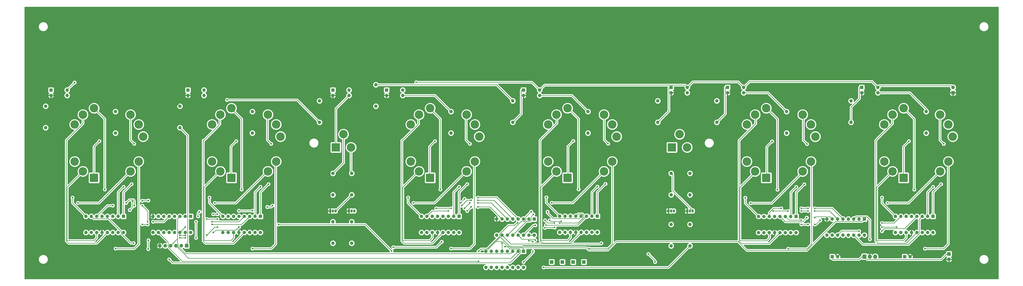
<source format=gbr>
G04 #@! TF.GenerationSoftware,KiCad,Pcbnew,5.0.2+dfsg1-1+deb10u1*
G04 #@! TF.CreationDate,2023-12-02T21:06:42-05:00*
G04 #@! TF.ProjectId,NixieClockV1,4e697869-6543-46c6-9f63-6b56312e6b69,rev?*
G04 #@! TF.SameCoordinates,Original*
G04 #@! TF.FileFunction,Copper,L2,Bot*
G04 #@! TF.FilePolarity,Positive*
%FSLAX46Y46*%
G04 Gerber Fmt 4.6, Leading zero omitted, Abs format (unit mm)*
G04 Created by KiCad (PCBNEW 5.0.2+dfsg1-1+deb10u1) date Sat 02 Dec 2023 09:06:42 PM EST*
%MOMM*%
%LPD*%
G01*
G04 APERTURE LIST*
G04 #@! TA.AperFunction,ComponentPad*
%ADD10R,1.700000X1.700000*%
G04 #@! TD*
G04 #@! TA.AperFunction,ComponentPad*
%ADD11O,1.700000X1.700000*%
G04 #@! TD*
G04 #@! TA.AperFunction,ComponentPad*
%ADD12C,1.600000*%
G04 #@! TD*
G04 #@! TA.AperFunction,ComponentPad*
%ADD13R,1.600000X1.600000*%
G04 #@! TD*
G04 #@! TA.AperFunction,ComponentPad*
%ADD14C,4.000000*%
G04 #@! TD*
G04 #@! TA.AperFunction,ComponentPad*
%ADD15R,4.000000X4.000000*%
G04 #@! TD*
G04 #@! TA.AperFunction,ComponentPad*
%ADD16R,1.050000X1.500000*%
G04 #@! TD*
G04 #@! TA.AperFunction,ComponentPad*
%ADD17O,1.050000X1.500000*%
G04 #@! TD*
G04 #@! TA.AperFunction,ComponentPad*
%ADD18O,1.600000X1.600000*%
G04 #@! TD*
G04 #@! TA.AperFunction,ComponentPad*
%ADD19O,1.905000X2.000000*%
G04 #@! TD*
G04 #@! TA.AperFunction,ComponentPad*
%ADD20R,1.905000X2.000000*%
G04 #@! TD*
G04 #@! TA.AperFunction,ViaPad*
%ADD21C,0.800000*%
G04 #@! TD*
G04 #@! TA.AperFunction,Conductor*
%ADD22C,0.250000*%
G04 #@! TD*
G04 #@! TA.AperFunction,Conductor*
%ADD23C,0.254000*%
G04 #@! TD*
G04 APERTURE END LIST*
D10*
G04 #@! TO.P,J2,1*
G04 #@! TO.N,Net-(J2-Pad1)*
X310515000Y-556260000D03*
G04 #@! TD*
G04 #@! TO.P,J6,1*
G04 #@! TO.N,Net-(J6-Pad1)*
X320675000Y-556260000D03*
G04 #@! TD*
G04 #@! TO.P,J7,1*
G04 #@! TO.N,Net-(J7-Pad1)*
X325755000Y-556260000D03*
G04 #@! TD*
D11*
G04 #@! TO.P,J1,6*
G04 #@! TO.N,GND*
X125100000Y-548600000D03*
G04 #@! TO.P,J1,5*
G04 #@! TO.N,+5V*
X127640000Y-548600000D03*
G04 #@! TO.P,J1,4*
G04 #@! TO.N,FFClk*
X130180000Y-548600000D03*
G04 #@! TO.P,J1,3*
G04 #@! TO.N,Data*
X132720000Y-548600000D03*
G04 #@! TO.P,J1,2*
G04 #@! TO.N,FFStr*
X135260000Y-548600000D03*
D10*
G04 #@! TO.P,J1,1*
G04 #@! TO.N,OptoEn*
X137800000Y-548600000D03*
G04 #@! TD*
D11*
G04 #@! TO.P,J3,2*
G04 #@! TO.N,GND*
X498475000Y-554990000D03*
D10*
G04 #@! TO.P,J3,1*
G04 #@! TO.N,+12V*
X498475000Y-552450000D03*
G04 #@! TD*
D12*
G04 #@! TO.P,C1,2*
G04 #@! TO.N,GND*
X445730000Y-553720000D03*
D13*
G04 #@! TO.P,C1,1*
G04 #@! TO.N,+12V*
X443230000Y-553720000D03*
G04 #@! TD*
D12*
G04 #@! TO.P,C2,2*
G04 #@! TO.N,GND*
X480020000Y-553720000D03*
D13*
G04 #@! TO.P,C2,1*
G04 #@! TO.N,+5V*
X477520000Y-553720000D03*
G04 #@! TD*
D11*
G04 #@! TO.P,J5,2*
G04 #@! TO.N,HT*
X500380000Y-473710000D03*
D10*
G04 #@! TO.P,J5,1*
G04 #@! TO.N,GND*
X500380000Y-476250000D03*
G04 #@! TD*
D14*
G04 #@! TO.P,N1,8*
G04 #@! TO.N,Net-(N1-Pad8)*
X111248800Y-486594200D03*
G04 #@! TO.P,N1,9*
G04 #@! TO.N,Net-(N1-Pad9)*
X115155400Y-491250000D03*
G04 #@! TO.P,N1,5*
G04 #@! TO.N,Net-(N1-Pad5)*
X117234100Y-496961200D03*
G04 #@! TO.P,N1,7*
G04 #@! TO.N,Net-(N1-Pad7)*
X115155400Y-508750000D03*
G04 #@! TO.P,N1,3*
G04 #@! TO.N,Net-(N1-Pad3)*
X111248800Y-513405800D03*
D15*
G04 #@! TO.P,N1,A*
G04 #@! TO.N,Net-(N1-PadA)*
X94014600Y-516444600D03*
D14*
G04 #@! TO.P,N1,6*
G04 #@! TO.N,Net-(N1-Pad6)*
X88751200Y-513405800D03*
G04 #@! TO.P,N1,0*
G04 #@! TO.N,Net-(N1-Pad0)*
X84844600Y-508750000D03*
G04 #@! TO.P,N1,2*
G04 #@! TO.N,Net-(N1-Pad2)*
X84844600Y-491250000D03*
G04 #@! TO.P,N1,4*
G04 #@! TO.N,Net-(N1-Pad4)*
X88751200Y-486594200D03*
G04 #@! TO.P,N1,1*
G04 #@! TO.N,Net-(N1-Pad1)*
X94014600Y-483555400D03*
G04 #@! TD*
G04 #@! TO.P,N2,8*
G04 #@! TO.N,Net-(N2-Pad8)*
X176248800Y-486594200D03*
G04 #@! TO.P,N2,9*
G04 #@! TO.N,Net-(N2-Pad9)*
X180155400Y-491250000D03*
G04 #@! TO.P,N2,5*
G04 #@! TO.N,Net-(N2-Pad5)*
X182234100Y-496961200D03*
G04 #@! TO.P,N2,7*
G04 #@! TO.N,Net-(N2-Pad7)*
X180155400Y-508750000D03*
G04 #@! TO.P,N2,3*
G04 #@! TO.N,Net-(N2-Pad3)*
X176248800Y-513405800D03*
D15*
G04 #@! TO.P,N2,A*
G04 #@! TO.N,Net-(N2-PadA)*
X159014600Y-516444600D03*
D14*
G04 #@! TO.P,N2,6*
G04 #@! TO.N,Net-(N2-Pad6)*
X153751200Y-513405800D03*
G04 #@! TO.P,N2,0*
G04 #@! TO.N,Net-(N2-Pad0)*
X149844600Y-508750000D03*
G04 #@! TO.P,N2,2*
G04 #@! TO.N,Net-(N2-Pad2)*
X149844600Y-491250000D03*
G04 #@! TO.P,N2,4*
G04 #@! TO.N,Net-(N2-Pad4)*
X153751200Y-486594200D03*
G04 #@! TO.P,N2,1*
G04 #@! TO.N,Net-(N2-Pad1)*
X159014600Y-483555400D03*
G04 #@! TD*
G04 #@! TO.P,N3,C2*
G04 #@! TO.N,Net-(N3-PadC2)*
X215594000Y-502075000D03*
D15*
G04 #@! TO.P,N3,A*
G04 #@! TO.N,Net-(N3-PadA)*
X208406000Y-502075000D03*
D14*
G04 #@! TO.P,N3,C1*
G04 #@! TO.N,Net-(N3-PadC1)*
X212000000Y-495850000D03*
G04 #@! TD*
G04 #@! TO.P,N4,8*
G04 #@! TO.N,Net-(N4-Pad8)*
X270248800Y-486594200D03*
G04 #@! TO.P,N4,9*
G04 #@! TO.N,Net-(N4-Pad9)*
X274155400Y-491250000D03*
G04 #@! TO.P,N4,5*
G04 #@! TO.N,Net-(N4-Pad5)*
X276234100Y-496961200D03*
G04 #@! TO.P,N4,7*
G04 #@! TO.N,Net-(N4-Pad7)*
X274155400Y-508750000D03*
G04 #@! TO.P,N4,3*
G04 #@! TO.N,Net-(N4-Pad3)*
X270248800Y-513405800D03*
D15*
G04 #@! TO.P,N4,A*
G04 #@! TO.N,Net-(N4-PadA)*
X253014600Y-516444600D03*
D14*
G04 #@! TO.P,N4,6*
G04 #@! TO.N,Net-(N4-Pad6)*
X247751200Y-513405800D03*
G04 #@! TO.P,N4,0*
G04 #@! TO.N,Net-(N4-Pad0)*
X243844600Y-508750000D03*
G04 #@! TO.P,N4,2*
G04 #@! TO.N,Net-(N4-Pad2)*
X243844600Y-491250000D03*
G04 #@! TO.P,N4,4*
G04 #@! TO.N,Net-(N4-Pad4)*
X247751200Y-486594200D03*
G04 #@! TO.P,N4,1*
G04 #@! TO.N,Net-(N4-Pad1)*
X253014600Y-483555400D03*
G04 #@! TD*
G04 #@! TO.P,N5,8*
G04 #@! TO.N,Net-(N5-Pad8)*
X335248800Y-486594200D03*
G04 #@! TO.P,N5,9*
G04 #@! TO.N,Net-(N5-Pad9)*
X339155400Y-491250000D03*
G04 #@! TO.P,N5,5*
G04 #@! TO.N,Net-(N5-Pad5)*
X341234100Y-496961200D03*
G04 #@! TO.P,N5,7*
G04 #@! TO.N,Net-(N5-Pad7)*
X339155400Y-508750000D03*
G04 #@! TO.P,N5,3*
G04 #@! TO.N,Net-(N5-Pad3)*
X335248800Y-513405800D03*
D15*
G04 #@! TO.P,N5,A*
G04 #@! TO.N,Net-(N5-PadA)*
X318014600Y-516444600D03*
D14*
G04 #@! TO.P,N5,6*
G04 #@! TO.N,Net-(N5-Pad6)*
X312751200Y-513405800D03*
G04 #@! TO.P,N5,0*
G04 #@! TO.N,Net-(N5-Pad0)*
X308844600Y-508750000D03*
G04 #@! TO.P,N5,2*
G04 #@! TO.N,Net-(N5-Pad2)*
X308844600Y-491250000D03*
G04 #@! TO.P,N5,4*
G04 #@! TO.N,Net-(N5-Pad4)*
X312751200Y-486594200D03*
G04 #@! TO.P,N5,1*
G04 #@! TO.N,Net-(N5-Pad1)*
X318014600Y-483555400D03*
G04 #@! TD*
G04 #@! TO.P,N6,C2*
G04 #@! TO.N,Net-(N6-PadC2)*
X374594000Y-502075000D03*
D15*
G04 #@! TO.P,N6,A*
G04 #@! TO.N,Net-(N6-PadA)*
X367406000Y-502075000D03*
D14*
G04 #@! TO.P,N6,C1*
G04 #@! TO.N,Net-(N6-PadC1)*
X371000000Y-495850000D03*
G04 #@! TD*
G04 #@! TO.P,N7,8*
G04 #@! TO.N,Net-(N7-Pad8)*
X429248800Y-486594200D03*
G04 #@! TO.P,N7,9*
G04 #@! TO.N,Net-(N7-Pad9)*
X433155400Y-491250000D03*
G04 #@! TO.P,N7,5*
G04 #@! TO.N,Net-(N7-Pad5)*
X435234100Y-496961200D03*
G04 #@! TO.P,N7,7*
G04 #@! TO.N,Net-(N7-Pad7)*
X433155400Y-508750000D03*
G04 #@! TO.P,N7,3*
G04 #@! TO.N,Net-(N7-Pad3)*
X429248800Y-513405800D03*
D15*
G04 #@! TO.P,N7,A*
G04 #@! TO.N,Net-(N7-PadA)*
X412014600Y-516444600D03*
D14*
G04 #@! TO.P,N7,6*
G04 #@! TO.N,Net-(N7-Pad6)*
X406751200Y-513405800D03*
G04 #@! TO.P,N7,0*
G04 #@! TO.N,Net-(N7-Pad0)*
X402844600Y-508750000D03*
G04 #@! TO.P,N7,2*
G04 #@! TO.N,Net-(N7-Pad2)*
X402844600Y-491250000D03*
G04 #@! TO.P,N7,4*
G04 #@! TO.N,Net-(N7-Pad4)*
X406751200Y-486594200D03*
G04 #@! TO.P,N7,1*
G04 #@! TO.N,Net-(N7-Pad1)*
X412014600Y-483555400D03*
G04 #@! TD*
G04 #@! TO.P,N8,8*
G04 #@! TO.N,Net-(N8-Pad8)*
X494248800Y-486594200D03*
G04 #@! TO.P,N8,9*
G04 #@! TO.N,Net-(N8-Pad9)*
X498155400Y-491250000D03*
G04 #@! TO.P,N8,5*
G04 #@! TO.N,Net-(N8-Pad5)*
X500234100Y-496961200D03*
G04 #@! TO.P,N8,7*
G04 #@! TO.N,Net-(N8-Pad7)*
X498155400Y-508750000D03*
G04 #@! TO.P,N8,3*
G04 #@! TO.N,Net-(N8-Pad3)*
X494248800Y-513405800D03*
D15*
G04 #@! TO.P,N8,A*
G04 #@! TO.N,Net-(N8-PadA)*
X477014600Y-516444600D03*
D14*
G04 #@! TO.P,N8,6*
G04 #@! TO.N,Net-(N8-Pad6)*
X471751200Y-513405800D03*
G04 #@! TO.P,N8,0*
G04 #@! TO.N,Net-(N8-Pad0)*
X467844600Y-508750000D03*
G04 #@! TO.P,N8,2*
G04 #@! TO.N,Net-(N8-Pad2)*
X467844600Y-491250000D03*
G04 #@! TO.P,N8,4*
G04 #@! TO.N,Net-(N8-Pad4)*
X471751200Y-486594200D03*
G04 #@! TO.P,N8,1*
G04 #@! TO.N,Net-(N8-Pad1)*
X477014600Y-483555400D03*
G04 #@! TD*
D16*
G04 #@! TO.P,Q1,1*
G04 #@! TO.N,GND*
X205740000Y-532130000D03*
D17*
G04 #@! TO.P,Q1,3*
G04 #@! TO.N,Net-(Q1-Pad3)*
X208280000Y-532130000D03*
G04 #@! TO.P,Q1,2*
G04 #@! TO.N,Net-(Q1-Pad2)*
X207010000Y-532130000D03*
G04 #@! TD*
D16*
G04 #@! TO.P,Q2,1*
G04 #@! TO.N,GND*
X214630000Y-532130000D03*
D17*
G04 #@! TO.P,Q2,3*
G04 #@! TO.N,Net-(Q2-Pad3)*
X217170000Y-532130000D03*
G04 #@! TO.P,Q2,2*
G04 #@! TO.N,Net-(Q2-Pad2)*
X215900000Y-532130000D03*
G04 #@! TD*
D16*
G04 #@! TO.P,Q3,1*
G04 #@! TO.N,GND*
X365760000Y-532130000D03*
D17*
G04 #@! TO.P,Q3,3*
G04 #@! TO.N,Net-(Q3-Pad3)*
X368300000Y-532130000D03*
G04 #@! TO.P,Q3,2*
G04 #@! TO.N,Net-(Q3-Pad2)*
X367030000Y-532130000D03*
G04 #@! TD*
D16*
G04 #@! TO.P,Q4,1*
G04 #@! TO.N,GND*
X374650000Y-532130000D03*
D17*
G04 #@! TO.P,Q4,3*
G04 #@! TO.N,Net-(Q4-Pad3)*
X377190000Y-532130000D03*
G04 #@! TO.P,Q4,2*
G04 #@! TO.N,Net-(Q4-Pad2)*
X375920000Y-532130000D03*
G04 #@! TD*
D18*
G04 #@! TO.P,R1,2*
G04 #@! TO.N,OptoEn*
X71120000Y-492760000D03*
D12*
G04 #@! TO.P,R1,1*
G04 #@! TO.N,Net-(R1-Pad1)*
X71120000Y-482600000D03*
G04 #@! TD*
D18*
G04 #@! TO.P,R2,2*
G04 #@! TO.N,Net-(N1-PadA)*
X104140000Y-495300000D03*
D12*
G04 #@! TO.P,R2,1*
G04 #@! TO.N,Net-(R2-Pad1)*
X104140000Y-485140000D03*
G04 #@! TD*
D18*
G04 #@! TO.P,R3,2*
G04 #@! TO.N,OptoEn*
X134620000Y-492760000D03*
D12*
G04 #@! TO.P,R3,1*
G04 #@! TO.N,Net-(R3-Pad1)*
X134620000Y-482600000D03*
G04 #@! TD*
D18*
G04 #@! TO.P,R5,2*
G04 #@! TO.N,Net-(N2-PadA)*
X168910000Y-495300000D03*
D12*
G04 #@! TO.P,R5,1*
G04 #@! TO.N,Net-(R5-Pad1)*
X168910000Y-485140000D03*
G04 #@! TD*
D18*
G04 #@! TO.P,R6,2*
G04 #@! TO.N,Net-(R6-Pad2)*
X200660000Y-480060000D03*
D12*
G04 #@! TO.P,R6,1*
G04 #@! TO.N,OptoEn*
X200660000Y-490220000D03*
G04 #@! TD*
D18*
G04 #@! TO.P,R7,2*
G04 #@! TO.N,Net-(R7-Pad2)*
X207010000Y-547370000D03*
D12*
G04 #@! TO.P,R7,1*
G04 #@! TO.N,Net-(Q1-Pad2)*
X207010000Y-537210000D03*
G04 #@! TD*
D18*
G04 #@! TO.P,R8,2*
G04 #@! TO.N,Net-(R8-Pad2)*
X215900000Y-547370000D03*
D12*
G04 #@! TO.P,R8,1*
G04 #@! TO.N,Net-(Q2-Pad2)*
X215900000Y-537210000D03*
G04 #@! TD*
D18*
G04 #@! TO.P,R9,2*
G04 #@! TO.N,Net-(Q1-Pad3)*
X215900000Y-524510000D03*
D12*
G04 #@! TO.P,R9,1*
G04 #@! TO.N,Net-(N3-PadC2)*
X215900000Y-514350000D03*
G04 #@! TD*
D18*
G04 #@! TO.P,R10,2*
G04 #@! TO.N,Net-(Q2-Pad3)*
X207010000Y-524510000D03*
D12*
G04 #@! TO.P,R10,1*
G04 #@! TO.N,Net-(N3-PadC1)*
X207010000Y-514350000D03*
G04 #@! TD*
D18*
G04 #@! TO.P,R11,2*
G04 #@! TO.N,OptoEn*
X227330000Y-472440000D03*
D12*
G04 #@! TO.P,R11,1*
G04 #@! TO.N,Net-(R11-Pad1)*
X227330000Y-482600000D03*
G04 #@! TD*
D18*
G04 #@! TO.P,R13,2*
G04 #@! TO.N,Net-(N4-PadA)*
X262890000Y-495300000D03*
D12*
G04 #@! TO.P,R13,1*
G04 #@! TO.N,Net-(R13-Pad1)*
X262890000Y-485140000D03*
G04 #@! TD*
D18*
G04 #@! TO.P,R14,2*
G04 #@! TO.N,OptoEn*
X292100000Y-480060000D03*
D12*
G04 #@! TO.P,R14,1*
G04 #@! TO.N,Net-(R14-Pad1)*
X292100000Y-490220000D03*
G04 #@! TD*
D18*
G04 #@! TO.P,R15,2*
G04 #@! TO.N,Net-(N5-PadA)*
X327660000Y-495300000D03*
D12*
G04 #@! TO.P,R15,1*
G04 #@! TO.N,Net-(R15-Pad1)*
X327660000Y-485140000D03*
G04 #@! TD*
D18*
G04 #@! TO.P,R16,2*
G04 #@! TO.N,Net-(R16-Pad2)*
X360680000Y-490220000D03*
D12*
G04 #@! TO.P,R16,1*
G04 #@! TO.N,OptoEn*
X360680000Y-480060000D03*
G04 #@! TD*
D18*
G04 #@! TO.P,R17,2*
G04 #@! TO.N,Net-(R17-Pad2)*
X367030000Y-548640000D03*
D12*
G04 #@! TO.P,R17,1*
G04 #@! TO.N,Net-(Q3-Pad2)*
X367030000Y-538480000D03*
G04 #@! TD*
D18*
G04 #@! TO.P,R18,2*
G04 #@! TO.N,Net-(R18-Pad2)*
X375920000Y-548640000D03*
D12*
G04 #@! TO.P,R18,1*
G04 #@! TO.N,Net-(Q4-Pad2)*
X375920000Y-538480000D03*
G04 #@! TD*
D18*
G04 #@! TO.P,R19,2*
G04 #@! TO.N,Net-(Q3-Pad3)*
X375920000Y-524510000D03*
D12*
G04 #@! TO.P,R19,1*
G04 #@! TO.N,Net-(N6-PadC2)*
X375920000Y-514350000D03*
G04 #@! TD*
D18*
G04 #@! TO.P,R24,2*
G04 #@! TO.N,Net-(Q4-Pad3)*
X367030000Y-514350000D03*
D12*
G04 #@! TO.P,R24,1*
G04 #@! TO.N,Net-(N6-PadC1)*
X367030000Y-524510000D03*
G04 #@! TD*
D18*
G04 #@! TO.P,R25,2*
G04 #@! TO.N,OptoEn*
X388620000Y-480060000D03*
D12*
G04 #@! TO.P,R25,1*
G04 #@! TO.N,Net-(R25-Pad1)*
X388620000Y-490220000D03*
G04 #@! TD*
D18*
G04 #@! TO.P,R26,2*
G04 #@! TO.N,Net-(N7-PadA)*
X421640000Y-495300000D03*
D12*
G04 #@! TO.P,R26,1*
G04 #@! TO.N,Net-(R26-Pad1)*
X421640000Y-485140000D03*
G04 #@! TD*
D18*
G04 #@! TO.P,R27,2*
G04 #@! TO.N,OptoEn*
X452120000Y-480060000D03*
D12*
G04 #@! TO.P,R27,1*
G04 #@! TO.N,Net-(R27-Pad1)*
X452120000Y-490220000D03*
G04 #@! TD*
D18*
G04 #@! TO.P,R28,2*
G04 #@! TO.N,Net-(N8-PadA)*
X487680000Y-495300000D03*
D12*
G04 #@! TO.P,R28,1*
G04 #@! TO.N,Net-(R28-Pad1)*
X487680000Y-485140000D03*
G04 #@! TD*
D18*
G04 #@! TO.P,U1,4*
G04 #@! TO.N,HT*
X81280000Y-474980000D03*
G04 #@! TO.P,U1,2*
G04 #@! TO.N,GND*
X73660000Y-477520000D03*
G04 #@! TO.P,U1,3*
G04 #@! TO.N,Net-(R2-Pad1)*
X81280000Y-477520000D03*
D13*
G04 #@! TO.P,U1,1*
G04 #@! TO.N,Net-(R1-Pad1)*
X73660000Y-474980000D03*
G04 #@! TD*
D18*
G04 #@! TO.P,U2,16*
G04 #@! TO.N,Net-(N1-Pad0)*
X107950000Y-542290000D03*
G04 #@! TO.P,U2,8*
G04 #@! TO.N,Net-(N1-Pad2)*
X90170000Y-534670000D03*
G04 #@! TO.P,U2,15*
G04 #@! TO.N,Net-(N1-Pad1)*
X105410000Y-542290000D03*
G04 #@! TO.P,U2,7*
G04 #@! TO.N,Net-(U2-Pad7)*
X92710000Y-534670000D03*
G04 #@! TO.P,U2,14*
G04 #@! TO.N,Net-(N1-Pad5)*
X102870000Y-542290000D03*
G04 #@! TO.P,U2,6*
G04 #@! TO.N,Net-(U2-Pad6)*
X95250000Y-534670000D03*
G04 #@! TO.P,U2,13*
G04 #@! TO.N,Net-(N1-Pad4)*
X100330000Y-542290000D03*
G04 #@! TO.P,U2,5*
G04 #@! TO.N,+5V*
X97790000Y-534670000D03*
G04 #@! TO.P,U2,12*
G04 #@! TO.N,GND*
X97790000Y-542290000D03*
G04 #@! TO.P,U2,4*
G04 #@! TO.N,Net-(U2-Pad4)*
X100330000Y-534670000D03*
G04 #@! TO.P,U2,11*
G04 #@! TO.N,Net-(N1-Pad6)*
X95250000Y-542290000D03*
G04 #@! TO.P,U2,3*
G04 #@! TO.N,Net-(U2-Pad3)*
X102870000Y-534670000D03*
G04 #@! TO.P,U2,10*
G04 #@! TO.N,Net-(N1-Pad7)*
X92710000Y-542290000D03*
G04 #@! TO.P,U2,2*
G04 #@! TO.N,Net-(N1-Pad9)*
X105410000Y-534670000D03*
G04 #@! TO.P,U2,9*
G04 #@! TO.N,Net-(N1-Pad3)*
X90170000Y-542290000D03*
D13*
G04 #@! TO.P,U2,1*
G04 #@! TO.N,Net-(N1-Pad8)*
X107950000Y-534670000D03*
G04 #@! TD*
D18*
G04 #@! TO.P,U4,16*
G04 #@! TO.N,+5V*
X139700000Y-542290000D03*
G04 #@! TO.P,U4,8*
G04 #@! TO.N,GND*
X121920000Y-534670000D03*
G04 #@! TO.P,U4,15*
G04 #@! TO.N,+5V*
X137160000Y-542290000D03*
G04 #@! TO.P,U4,7*
G04 #@! TO.N,Net-(U2-Pad4)*
X124460000Y-534670000D03*
G04 #@! TO.P,U4,14*
G04 #@! TO.N,Net-(U4-Pad14)*
X134620000Y-542290000D03*
G04 #@! TO.P,U4,6*
G04 #@! TO.N,Net-(U2-Pad7)*
X127000000Y-534670000D03*
G04 #@! TO.P,U4,13*
G04 #@! TO.N,Net-(U4-Pad13)*
X132080000Y-542290000D03*
G04 #@! TO.P,U4,5*
G04 #@! TO.N,Net-(U2-Pad6)*
X129540000Y-534670000D03*
G04 #@! TO.P,U4,12*
G04 #@! TO.N,Net-(U4-Pad12)*
X129540000Y-542290000D03*
G04 #@! TO.P,U4,4*
G04 #@! TO.N,Net-(U2-Pad3)*
X132080000Y-534670000D03*
G04 #@! TO.P,U4,11*
G04 #@! TO.N,Net-(U4-Pad11)*
X127000000Y-542290000D03*
G04 #@! TO.P,U4,3*
G04 #@! TO.N,FFClk*
X134620000Y-534670000D03*
G04 #@! TO.P,U4,10*
G04 #@! TO.N,Net-(U11-Pad2)*
X124460000Y-542290000D03*
G04 #@! TO.P,U4,2*
G04 #@! TO.N,Net-(U10-Pad10)*
X137160000Y-534670000D03*
G04 #@! TO.P,U4,9*
G04 #@! TO.N,Net-(U4-Pad9)*
X121920000Y-542290000D03*
D13*
G04 #@! TO.P,U4,1*
G04 #@! TO.N,FFStr*
X139700000Y-534670000D03*
G04 #@! TD*
D18*
G04 #@! TO.P,U5,4*
G04 #@! TO.N,HT*
X146050000Y-474980000D03*
G04 #@! TO.P,U5,2*
G04 #@! TO.N,GND*
X138430000Y-477520000D03*
G04 #@! TO.P,U5,3*
G04 #@! TO.N,Net-(R5-Pad1)*
X146050000Y-477520000D03*
D13*
G04 #@! TO.P,U5,1*
G04 #@! TO.N,Net-(R3-Pad1)*
X138430000Y-474980000D03*
G04 #@! TD*
D18*
G04 #@! TO.P,U6,16*
G04 #@! TO.N,Net-(N2-Pad0)*
X172720000Y-542290000D03*
G04 #@! TO.P,U6,8*
G04 #@! TO.N,Net-(N2-Pad2)*
X154940000Y-534670000D03*
G04 #@! TO.P,U6,15*
G04 #@! TO.N,Net-(N2-Pad1)*
X170180000Y-542290000D03*
G04 #@! TO.P,U6,7*
G04 #@! TO.N,Net-(U4-Pad12)*
X157480000Y-534670000D03*
G04 #@! TO.P,U6,14*
G04 #@! TO.N,Net-(N2-Pad5)*
X167640000Y-542290000D03*
G04 #@! TO.P,U6,6*
G04 #@! TO.N,Net-(U4-Pad13)*
X160020000Y-534670000D03*
G04 #@! TO.P,U6,13*
G04 #@! TO.N,Net-(N2-Pad4)*
X165100000Y-542290000D03*
G04 #@! TO.P,U6,5*
G04 #@! TO.N,+5V*
X162560000Y-534670000D03*
G04 #@! TO.P,U6,12*
G04 #@! TO.N,GND*
X162560000Y-542290000D03*
G04 #@! TO.P,U6,4*
G04 #@! TO.N,Net-(U4-Pad11)*
X165100000Y-534670000D03*
G04 #@! TO.P,U6,11*
G04 #@! TO.N,Net-(N2-Pad6)*
X160020000Y-542290000D03*
G04 #@! TO.P,U6,3*
G04 #@! TO.N,Net-(U4-Pad14)*
X167640000Y-534670000D03*
G04 #@! TO.P,U6,10*
G04 #@! TO.N,Net-(N2-Pad7)*
X157480000Y-542290000D03*
G04 #@! TO.P,U6,2*
G04 #@! TO.N,Net-(N2-Pad9)*
X170180000Y-534670000D03*
G04 #@! TO.P,U6,9*
G04 #@! TO.N,Net-(N2-Pad3)*
X154940000Y-542290000D03*
D13*
G04 #@! TO.P,U6,1*
G04 #@! TO.N,Net-(N2-Pad8)*
X172720000Y-534670000D03*
G04 #@! TD*
D18*
G04 #@! TO.P,U7,4*
G04 #@! TO.N,HT*
X214630000Y-474980000D03*
G04 #@! TO.P,U7,2*
G04 #@! TO.N,GND*
X207010000Y-477520000D03*
G04 #@! TO.P,U7,3*
G04 #@! TO.N,Net-(N3-PadA)*
X214630000Y-477520000D03*
D13*
G04 #@! TO.P,U7,1*
G04 #@! TO.N,Net-(R6-Pad2)*
X207010000Y-474980000D03*
G04 #@! TD*
D18*
G04 #@! TO.P,U8,4*
G04 #@! TO.N,HT*
X240030000Y-474980000D03*
G04 #@! TO.P,U8,2*
G04 #@! TO.N,GND*
X232410000Y-477520000D03*
G04 #@! TO.P,U8,3*
G04 #@! TO.N,Net-(R13-Pad1)*
X240030000Y-477520000D03*
D13*
G04 #@! TO.P,U8,1*
G04 #@! TO.N,Net-(R11-Pad1)*
X232410000Y-474980000D03*
G04 #@! TD*
D18*
G04 #@! TO.P,U9,16*
G04 #@! TO.N,Net-(N4-Pad0)*
X266700000Y-542290000D03*
G04 #@! TO.P,U9,8*
G04 #@! TO.N,Net-(N4-Pad2)*
X248920000Y-534670000D03*
G04 #@! TO.P,U9,15*
G04 #@! TO.N,Net-(N4-Pad1)*
X264160000Y-542290000D03*
G04 #@! TO.P,U9,7*
G04 #@! TO.N,Net-(U11-Pad6)*
X251460000Y-534670000D03*
G04 #@! TO.P,U9,14*
G04 #@! TO.N,Net-(N4-Pad5)*
X261620000Y-542290000D03*
G04 #@! TO.P,U9,6*
G04 #@! TO.N,Net-(U11-Pad5)*
X254000000Y-534670000D03*
G04 #@! TO.P,U9,13*
G04 #@! TO.N,Net-(N4-Pad4)*
X259080000Y-542290000D03*
G04 #@! TO.P,U9,5*
G04 #@! TO.N,+5V*
X256540000Y-534670000D03*
G04 #@! TO.P,U9,12*
G04 #@! TO.N,GND*
X256540000Y-542290000D03*
G04 #@! TO.P,U9,4*
G04 #@! TO.N,Net-(U11-Pad7)*
X259080000Y-534670000D03*
G04 #@! TO.P,U9,11*
G04 #@! TO.N,Net-(N4-Pad6)*
X254000000Y-542290000D03*
G04 #@! TO.P,U9,3*
G04 #@! TO.N,Net-(U11-Pad4)*
X261620000Y-534670000D03*
G04 #@! TO.P,U9,10*
G04 #@! TO.N,Net-(N4-Pad7)*
X251460000Y-542290000D03*
G04 #@! TO.P,U9,2*
G04 #@! TO.N,Net-(N4-Pad9)*
X264160000Y-534670000D03*
G04 #@! TO.P,U9,9*
G04 #@! TO.N,Net-(N4-Pad3)*
X248920000Y-542290000D03*
D13*
G04 #@! TO.P,U9,1*
G04 #@! TO.N,Net-(N4-Pad8)*
X266700000Y-534670000D03*
G04 #@! TD*
D18*
G04 #@! TO.P,U10,16*
G04 #@! TO.N,+5V*
X297180000Y-558800000D03*
G04 #@! TO.P,U10,8*
G04 #@! TO.N,GND*
X279400000Y-551180000D03*
G04 #@! TO.P,U10,15*
G04 #@! TO.N,+5V*
X294640000Y-558800000D03*
G04 #@! TO.P,U10,7*
G04 #@! TO.N,Net-(R18-Pad2)*
X281940000Y-551180000D03*
G04 #@! TO.P,U10,14*
G04 #@! TO.N,Net-(J2-Pad1)*
X292100000Y-558800000D03*
G04 #@! TO.P,U10,6*
G04 #@! TO.N,Net-(R17-Pad2)*
X284480000Y-551180000D03*
G04 #@! TO.P,U10,13*
G04 #@! TO.N,Net-(J4-Pad1)*
X289560000Y-558800000D03*
G04 #@! TO.P,U10,5*
G04 #@! TO.N,Net-(R8-Pad2)*
X287020000Y-551180000D03*
G04 #@! TO.P,U10,12*
G04 #@! TO.N,Net-(J6-Pad1)*
X287020000Y-558800000D03*
G04 #@! TO.P,U10,4*
G04 #@! TO.N,Net-(R7-Pad2)*
X289560000Y-551180000D03*
G04 #@! TO.P,U10,11*
G04 #@! TO.N,Net-(J7-Pad1)*
X284480000Y-558800000D03*
G04 #@! TO.P,U10,3*
G04 #@! TO.N,FFClk*
X292100000Y-551180000D03*
G04 #@! TO.P,U10,10*
G04 #@! TO.N,Net-(U10-Pad10)*
X281940000Y-558800000D03*
G04 #@! TO.P,U10,2*
G04 #@! TO.N,Data*
X294640000Y-551180000D03*
G04 #@! TO.P,U10,9*
G04 #@! TO.N,Net-(U10-Pad9)*
X279400000Y-558800000D03*
D13*
G04 #@! TO.P,U10,1*
G04 #@! TO.N,FFStr*
X297180000Y-551180000D03*
G04 #@! TD*
D18*
G04 #@! TO.P,U11,16*
G04 #@! TO.N,+5V*
X302260000Y-543560000D03*
G04 #@! TO.P,U11,8*
G04 #@! TO.N,GND*
X284480000Y-535940000D03*
G04 #@! TO.P,U11,15*
G04 #@! TO.N,+5V*
X299720000Y-543560000D03*
G04 #@! TO.P,U11,7*
G04 #@! TO.N,Net-(U11-Pad7)*
X287020000Y-535940000D03*
G04 #@! TO.P,U11,14*
G04 #@! TO.N,Net-(U11-Pad14)*
X297180000Y-543560000D03*
G04 #@! TO.P,U11,6*
G04 #@! TO.N,Net-(U11-Pad6)*
X289560000Y-535940000D03*
G04 #@! TO.P,U11,13*
G04 #@! TO.N,Net-(U11-Pad13)*
X294640000Y-543560000D03*
G04 #@! TO.P,U11,5*
G04 #@! TO.N,Net-(U11-Pad5)*
X292100000Y-535940000D03*
G04 #@! TO.P,U11,12*
G04 #@! TO.N,Net-(U11-Pad12)*
X292100000Y-543560000D03*
G04 #@! TO.P,U11,4*
G04 #@! TO.N,Net-(U11-Pad4)*
X294640000Y-535940000D03*
G04 #@! TO.P,U11,11*
G04 #@! TO.N,Net-(U11-Pad11)*
X289560000Y-543560000D03*
G04 #@! TO.P,U11,3*
G04 #@! TO.N,FFClk*
X297180000Y-535940000D03*
G04 #@! TO.P,U11,10*
G04 #@! TO.N,Net-(U11-Pad10)*
X287020000Y-543560000D03*
G04 #@! TO.P,U11,2*
G04 #@! TO.N,Net-(U11-Pad2)*
X299720000Y-535940000D03*
G04 #@! TO.P,U11,9*
G04 #@! TO.N,Net-(U11-Pad9)*
X284480000Y-543560000D03*
D13*
G04 #@! TO.P,U11,1*
G04 #@! TO.N,FFStr*
X302260000Y-535940000D03*
G04 #@! TD*
D18*
G04 #@! TO.P,U12,4*
G04 #@! TO.N,HT*
X304800000Y-474980000D03*
G04 #@! TO.P,U12,2*
G04 #@! TO.N,GND*
X297180000Y-477520000D03*
G04 #@! TO.P,U12,3*
G04 #@! TO.N,Net-(R15-Pad1)*
X304800000Y-477520000D03*
D13*
G04 #@! TO.P,U12,1*
G04 #@! TO.N,Net-(R14-Pad1)*
X297180000Y-474980000D03*
G04 #@! TD*
D18*
G04 #@! TO.P,U13,16*
G04 #@! TO.N,Net-(N5-Pad0)*
X332100000Y-542220000D03*
G04 #@! TO.P,U13,8*
G04 #@! TO.N,Net-(N5-Pad2)*
X314320000Y-534600000D03*
G04 #@! TO.P,U13,15*
G04 #@! TO.N,Net-(N5-Pad1)*
X329560000Y-542220000D03*
G04 #@! TO.P,U13,7*
G04 #@! TO.N,Net-(U11-Pad12)*
X316860000Y-534600000D03*
G04 #@! TO.P,U13,14*
G04 #@! TO.N,Net-(N5-Pad5)*
X327020000Y-542220000D03*
G04 #@! TO.P,U13,6*
G04 #@! TO.N,Net-(U11-Pad13)*
X319400000Y-534600000D03*
G04 #@! TO.P,U13,13*
G04 #@! TO.N,Net-(N5-Pad4)*
X324480000Y-542220000D03*
G04 #@! TO.P,U13,5*
G04 #@! TO.N,+5V*
X321940000Y-534600000D03*
G04 #@! TO.P,U13,12*
G04 #@! TO.N,GND*
X321940000Y-542220000D03*
G04 #@! TO.P,U13,4*
G04 #@! TO.N,Net-(U11-Pad11)*
X324480000Y-534600000D03*
G04 #@! TO.P,U13,11*
G04 #@! TO.N,Net-(N5-Pad6)*
X319400000Y-542220000D03*
G04 #@! TO.P,U13,3*
G04 #@! TO.N,Net-(U11-Pad14)*
X327020000Y-534600000D03*
G04 #@! TO.P,U13,10*
G04 #@! TO.N,Net-(N5-Pad7)*
X316860000Y-542220000D03*
G04 #@! TO.P,U13,2*
G04 #@! TO.N,Net-(N5-Pad9)*
X329560000Y-534600000D03*
G04 #@! TO.P,U13,9*
G04 #@! TO.N,Net-(N5-Pad3)*
X314320000Y-542220000D03*
D13*
G04 #@! TO.P,U13,1*
G04 #@! TO.N,Net-(N5-Pad8)*
X332100000Y-534600000D03*
G04 #@! TD*
D18*
G04 #@! TO.P,U14,4*
G04 #@! TO.N,HT*
X374650000Y-473710000D03*
G04 #@! TO.P,U14,2*
G04 #@! TO.N,GND*
X367030000Y-476250000D03*
G04 #@! TO.P,U14,3*
G04 #@! TO.N,Net-(N6-PadA)*
X374650000Y-476250000D03*
D13*
G04 #@! TO.P,U14,1*
G04 #@! TO.N,Net-(R16-Pad2)*
X367030000Y-473710000D03*
G04 #@! TD*
D18*
G04 #@! TO.P,U15,4*
G04 #@! TO.N,HT*
X401320000Y-473710000D03*
G04 #@! TO.P,U15,2*
G04 #@! TO.N,GND*
X393700000Y-476250000D03*
G04 #@! TO.P,U15,3*
G04 #@! TO.N,Net-(R26-Pad1)*
X401320000Y-476250000D03*
D13*
G04 #@! TO.P,U15,1*
G04 #@! TO.N,Net-(R25-Pad1)*
X393700000Y-473710000D03*
G04 #@! TD*
D18*
G04 #@! TO.P,U16,16*
G04 #@! TO.N,Net-(N7-Pad0)*
X426161200Y-542340800D03*
G04 #@! TO.P,U16,8*
G04 #@! TO.N,Net-(N7-Pad2)*
X408381200Y-534720800D03*
G04 #@! TO.P,U16,15*
G04 #@! TO.N,Net-(N7-Pad1)*
X423621200Y-542340800D03*
G04 #@! TO.P,U16,7*
G04 #@! TO.N,Net-(U16-Pad7)*
X410921200Y-534720800D03*
G04 #@! TO.P,U16,14*
G04 #@! TO.N,Net-(N7-Pad5)*
X421081200Y-542340800D03*
G04 #@! TO.P,U16,6*
G04 #@! TO.N,Net-(U16-Pad6)*
X413461200Y-534720800D03*
G04 #@! TO.P,U16,13*
G04 #@! TO.N,Net-(N7-Pad4)*
X418541200Y-542340800D03*
G04 #@! TO.P,U16,5*
G04 #@! TO.N,+5V*
X416001200Y-534720800D03*
G04 #@! TO.P,U16,12*
G04 #@! TO.N,GND*
X416001200Y-542340800D03*
G04 #@! TO.P,U16,4*
G04 #@! TO.N,Net-(U16-Pad4)*
X418541200Y-534720800D03*
G04 #@! TO.P,U16,11*
G04 #@! TO.N,Net-(N7-Pad6)*
X413461200Y-542340800D03*
G04 #@! TO.P,U16,3*
G04 #@! TO.N,Net-(U16-Pad3)*
X421081200Y-534720800D03*
G04 #@! TO.P,U16,10*
G04 #@! TO.N,Net-(N7-Pad7)*
X410921200Y-542340800D03*
G04 #@! TO.P,U16,2*
G04 #@! TO.N,Net-(N7-Pad9)*
X423621200Y-534720800D03*
G04 #@! TO.P,U16,9*
G04 #@! TO.N,Net-(N7-Pad3)*
X408381200Y-542340800D03*
D13*
G04 #@! TO.P,U16,1*
G04 #@! TO.N,Net-(N7-Pad8)*
X426161200Y-534720800D03*
G04 #@! TD*
D18*
G04 #@! TO.P,U17,16*
G04 #@! TO.N,+5V*
X458470000Y-543560000D03*
G04 #@! TO.P,U17,8*
G04 #@! TO.N,GND*
X440690000Y-535940000D03*
G04 #@! TO.P,U17,15*
G04 #@! TO.N,+5V*
X455930000Y-543560000D03*
G04 #@! TO.P,U17,7*
G04 #@! TO.N,Net-(U16-Pad4)*
X443230000Y-535940000D03*
G04 #@! TO.P,U17,14*
G04 #@! TO.N,Net-(U17-Pad14)*
X453390000Y-543560000D03*
G04 #@! TO.P,U17,6*
G04 #@! TO.N,Net-(U16-Pad7)*
X445770000Y-535940000D03*
G04 #@! TO.P,U17,13*
G04 #@! TO.N,Net-(U17-Pad13)*
X450850000Y-543560000D03*
G04 #@! TO.P,U17,5*
G04 #@! TO.N,Net-(U16-Pad6)*
X448310000Y-535940000D03*
G04 #@! TO.P,U17,12*
G04 #@! TO.N,Net-(U17-Pad12)*
X448310000Y-543560000D03*
G04 #@! TO.P,U17,4*
G04 #@! TO.N,Net-(U16-Pad3)*
X450850000Y-535940000D03*
G04 #@! TO.P,U17,11*
G04 #@! TO.N,Net-(U17-Pad11)*
X445770000Y-543560000D03*
G04 #@! TO.P,U17,3*
G04 #@! TO.N,FFClk*
X453390000Y-535940000D03*
G04 #@! TO.P,U17,10*
G04 #@! TO.N,Net-(U17-Pad10)*
X443230000Y-543560000D03*
G04 #@! TO.P,U17,2*
G04 #@! TO.N,Net-(U11-Pad10)*
X455930000Y-535940000D03*
G04 #@! TO.P,U17,9*
G04 #@! TO.N,Net-(U17-Pad9)*
X440690000Y-543560000D03*
D13*
G04 #@! TO.P,U17,1*
G04 #@! TO.N,FFStr*
X458470000Y-535940000D03*
G04 #@! TD*
D19*
G04 #@! TO.P,U18,3*
G04 #@! TO.N,+5V*
X463550000Y-553720000D03*
G04 #@! TO.P,U18,2*
G04 #@! TO.N,GND*
X461010000Y-553720000D03*
D20*
G04 #@! TO.P,U18,1*
G04 #@! TO.N,+12V*
X458470000Y-553720000D03*
G04 #@! TD*
D18*
G04 #@! TO.P,U19,4*
G04 #@! TO.N,HT*
X464820000Y-473710000D03*
G04 #@! TO.P,U19,2*
G04 #@! TO.N,GND*
X457200000Y-476250000D03*
G04 #@! TO.P,U19,3*
G04 #@! TO.N,Net-(R28-Pad1)*
X464820000Y-476250000D03*
D13*
G04 #@! TO.P,U19,1*
G04 #@! TO.N,Net-(R27-Pad1)*
X457200000Y-473710000D03*
G04 #@! TD*
D18*
G04 #@! TO.P,U20,16*
G04 #@! TO.N,Net-(N8-Pad0)*
X490900000Y-542320000D03*
G04 #@! TO.P,U20,8*
G04 #@! TO.N,Net-(N8-Pad2)*
X473120000Y-534700000D03*
G04 #@! TO.P,U20,15*
G04 #@! TO.N,Net-(N8-Pad1)*
X488360000Y-542320000D03*
G04 #@! TO.P,U20,7*
G04 #@! TO.N,Net-(U17-Pad12)*
X475660000Y-534700000D03*
G04 #@! TO.P,U20,14*
G04 #@! TO.N,Net-(N8-Pad5)*
X485820000Y-542320000D03*
G04 #@! TO.P,U20,6*
G04 #@! TO.N,Net-(U17-Pad13)*
X478200000Y-534700000D03*
G04 #@! TO.P,U20,13*
G04 #@! TO.N,Net-(N8-Pad4)*
X483280000Y-542320000D03*
G04 #@! TO.P,U20,5*
G04 #@! TO.N,+5V*
X480740000Y-534700000D03*
G04 #@! TO.P,U20,12*
G04 #@! TO.N,GND*
X480740000Y-542320000D03*
G04 #@! TO.P,U20,4*
G04 #@! TO.N,Net-(U17-Pad11)*
X483280000Y-534700000D03*
G04 #@! TO.P,U20,11*
G04 #@! TO.N,Net-(N8-Pad6)*
X478200000Y-542320000D03*
G04 #@! TO.P,U20,3*
G04 #@! TO.N,Net-(U17-Pad14)*
X485820000Y-534700000D03*
G04 #@! TO.P,U20,10*
G04 #@! TO.N,Net-(N8-Pad7)*
X475660000Y-542320000D03*
G04 #@! TO.P,U20,2*
G04 #@! TO.N,Net-(N8-Pad9)*
X488360000Y-534700000D03*
G04 #@! TO.P,U20,9*
G04 #@! TO.N,Net-(N8-Pad3)*
X473120000Y-542320000D03*
D13*
G04 #@! TO.P,U20,1*
G04 #@! TO.N,Net-(N8-Pad8)*
X490900000Y-534700000D03*
G04 #@! TD*
D10*
G04 #@! TO.P,J4,1*
G04 #@! TO.N,Net-(J4-Pad1)*
X315595000Y-556260000D03*
G04 #@! TD*
D21*
G04 #@! TO.N,Net-(N7-Pad8)*
X431280000Y-500480000D03*
X430010000Y-519530000D03*
G04 #@! TO.N,Net-(N7-Pad9)*
X426200000Y-520800000D03*
G04 #@! TO.N,Net-(N7-Pad7)*
X422390000Y-550010000D03*
G04 #@! TO.N,Net-(N7-Pad3)*
X404610000Y-528420000D03*
G04 #@! TO.N,Net-(N7-Pad2)*
X402070000Y-525880000D03*
G04 #@! TO.N,Net-(N7-Pad1)*
X417310000Y-522070000D03*
G04 #@! TO.N,Net-(N8-Pad1)*
X482000000Y-522000000D03*
G04 #@! TO.N,Net-(N8-Pad2)*
X466760000Y-525810000D03*
G04 #@! TO.N,Net-(N8-Pad3)*
X469300000Y-528350000D03*
G04 #@! TO.N,Net-(N8-Pad7)*
X487080000Y-549940000D03*
G04 #@! TO.N,Net-(N8-Pad9)*
X490890000Y-520730000D03*
G04 #@! TO.N,Net-(N8-Pad8)*
X495970000Y-500410000D03*
X494700000Y-519460000D03*
G04 #@! TO.N,Net-(N7-PadA)*
X414770000Y-499210000D03*
G04 #@! TO.N,Net-(N8-PadA)*
X479460000Y-499140000D03*
G04 #@! TO.N,FFClk*
X461010000Y-545465000D03*
X359410000Y-556260000D03*
X356235000Y-552450000D03*
G04 #@! TO.N,FFStr*
X143205200Y-534670000D03*
X143865600Y-532536400D03*
X150368000Y-533654000D03*
X152349200Y-533654000D03*
X162509200Y-532028400D03*
X169011600Y-531977600D03*
X175971200Y-530250400D03*
X178409600Y-529590000D03*
X181305200Y-538480000D03*
X234746800Y-550976800D03*
X288442400Y-548995600D03*
X129540000Y-554990000D03*
G04 #@! TO.N,+5V*
X299720000Y-546221801D03*
X301625000Y-546735000D03*
X301625000Y-551180000D03*
X297180000Y-556260000D03*
X162560000Y-539750000D03*
X150495000Y-542290000D03*
X314325000Y-537845000D03*
X311785000Y-537845000D03*
X307340000Y-536575000D03*
G04 #@! TO.N,GND*
X436245000Y-544195000D03*
X321945000Y-551180000D03*
X274955000Y-550545000D03*
G04 #@! TO.N,HT*
X246400000Y-471300000D03*
X84800000Y-471400000D03*
G04 #@! TO.N,Net-(N5-Pad8)*
X337170000Y-500310000D03*
X335900000Y-519360000D03*
G04 #@! TO.N,Net-(N5-Pad9)*
X332090000Y-520630000D03*
G04 #@! TO.N,Net-(N5-Pad7)*
X328280000Y-549840000D03*
G04 #@! TO.N,Net-(N5-Pad3)*
X310500000Y-528250000D03*
G04 #@! TO.N,Net-(N5-Pad2)*
X307960000Y-525710000D03*
G04 #@! TO.N,Net-(N5-Pad1)*
X323200000Y-521900000D03*
G04 #@! TO.N,Net-(N5-PadA)*
X320660000Y-499040000D03*
G04 #@! TO.N,Net-(N4-Pad8)*
X271780000Y-500380000D03*
X270510000Y-519430000D03*
G04 #@! TO.N,Net-(N4-Pad9)*
X266700000Y-520700000D03*
G04 #@! TO.N,Net-(N4-Pad7)*
X262890000Y-549910000D03*
G04 #@! TO.N,Net-(N4-Pad3)*
X245110000Y-528320000D03*
G04 #@! TO.N,Net-(N4-Pad2)*
X242570000Y-525780000D03*
G04 #@! TO.N,Net-(N4-Pad1)*
X257810000Y-521970000D03*
G04 #@! TO.N,Net-(N4-PadA)*
X255270000Y-499110000D03*
G04 #@! TO.N,Net-(N2-Pad8)*
X177800000Y-500380000D03*
X176530000Y-519430000D03*
G04 #@! TO.N,Net-(N2-Pad9)*
X172720000Y-520700000D03*
G04 #@! TO.N,Net-(N2-Pad7)*
X168910000Y-549910000D03*
G04 #@! TO.N,Net-(N2-Pad3)*
X151130000Y-528320000D03*
G04 #@! TO.N,Net-(N2-Pad2)*
X148590000Y-525780000D03*
G04 #@! TO.N,Net-(N2-Pad1)*
X163830000Y-521970000D03*
G04 #@! TO.N,Net-(N2-PadA)*
X161290000Y-499110000D03*
G04 #@! TO.N,Net-(N1-Pad8)*
X111760000Y-519430000D03*
X113030000Y-500380000D03*
G04 #@! TO.N,Net-(N1-Pad9)*
X107950000Y-520700000D03*
G04 #@! TO.N,Net-(N1-Pad7)*
X104140000Y-549910000D03*
G04 #@! TO.N,Net-(N1-Pad3)*
X86360000Y-528320000D03*
G04 #@! TO.N,Net-(N1-Pad2)*
X83820000Y-525780000D03*
G04 #@! TO.N,Net-(N1-Pad1)*
X99060000Y-521970000D03*
G04 #@! TO.N,OptoEn*
X156900000Y-479600000D03*
G04 #@! TO.N,Net-(R7-Pad2)*
X258445000Y-546735000D03*
X235585000Y-549275000D03*
G04 #@! TO.N,Net-(R8-Pad2)*
X287020000Y-547370000D03*
G04 #@! TO.N,Net-(R18-Pad2)*
X306705000Y-558800000D03*
G04 #@! TO.N,Net-(U2-Pad7)*
X112700000Y-547300000D03*
G04 #@! TO.N,Net-(U2-Pad6)*
X121920000Y-537210000D03*
X119380000Y-537210000D03*
X116840000Y-529590000D03*
X102870000Y-529590000D03*
X109220000Y-528320000D03*
X113030000Y-529590000D03*
G04 #@! TO.N,Net-(U2-Pad4)*
X116840000Y-538480000D03*
X119380000Y-538480000D03*
G04 #@! TO.N,Net-(U2-Pad3)*
X119700000Y-527200000D03*
X116800000Y-527300000D03*
X112200000Y-527500000D03*
X110900000Y-531700000D03*
G04 #@! TO.N,Net-(U10-Pad10)*
X119634000Y-550113200D03*
X119735600Y-545998400D03*
G04 #@! TO.N,Net-(U11-Pad2)*
X275894800Y-555904400D03*
X275894800Y-551180000D03*
X294381347Y-537713347D03*
G04 #@! TO.N,Net-(U4-Pad11)*
X149860000Y-537210000D03*
X142240000Y-537210000D03*
X142240000Y-544830000D03*
X137160000Y-544830000D03*
X134620000Y-544830000D03*
G04 #@! TO.N,Net-(U4-Pad12)*
X152400000Y-535940000D03*
X147320000Y-535940000D03*
G04 #@! TO.N,Net-(U4-Pad13)*
X152400000Y-539750000D03*
X147320000Y-543560000D03*
X137160000Y-543690003D03*
X134620000Y-543690003D03*
G04 #@! TO.N,Net-(U4-Pad14)*
X149860000Y-538480000D03*
X137160000Y-539750000D03*
G04 #@! TO.N,Net-(U11-Pad6)*
X261620000Y-532130000D03*
X269240000Y-530860000D03*
X271780000Y-528320000D03*
X275590000Y-528320000D03*
G04 #@! TO.N,Net-(U11-Pad5)*
X255905000Y-530860000D03*
X262890000Y-530860000D03*
X267970000Y-529590000D03*
X272415000Y-527050000D03*
X275590000Y-527050000D03*
G04 #@! TO.N,Net-(U11-Pad7)*
X270510000Y-532130000D03*
X272415000Y-530225000D03*
X275590000Y-530225000D03*
G04 #@! TO.N,Net-(U11-Pad4)*
X275590000Y-525780000D03*
X269240000Y-526415000D03*
X267425000Y-528320000D03*
G04 #@! TO.N,Net-(U11-Pad10)*
X334010000Y-547370000D03*
G04 #@! TO.N,Net-(U11-Pad11)*
X300786800Y-532434800D03*
X308508400Y-532536400D03*
G04 #@! TO.N,Net-(U11-Pad12)*
X301802800Y-533704800D03*
X309524400Y-536549600D03*
X315061600Y-537006800D03*
G04 #@! TO.N,Net-(U11-Pad13)*
X311912000Y-539953200D03*
X307289200Y-540105600D03*
X302768000Y-545896800D03*
G04 #@! TO.N,Net-(U11-Pad14)*
X307797200Y-538835600D03*
X302768000Y-538886400D03*
G04 #@! TO.N,Net-(U16-Pad3)*
X428625000Y-536485000D03*
X428625000Y-538480000D03*
X431800000Y-538480000D03*
X434975000Y-538480000D03*
X437515000Y-536575000D03*
G04 #@! TO.N,Net-(U16-Pad4)*
X434975000Y-535305000D03*
X431165000Y-535305000D03*
G04 #@! TO.N,Net-(U16-Pad6)*
X434975000Y-530860000D03*
X431800000Y-530860000D03*
X428625000Y-530860000D03*
X419100000Y-530860000D03*
G04 #@! TO.N,Net-(U16-Pad7)*
X415290000Y-532130000D03*
X422275000Y-532130000D03*
X428625000Y-532130000D03*
X431800000Y-532130000D03*
X434975000Y-532130000D03*
G04 #@! TO.N,Net-(U17-Pad11)*
X466725000Y-541655000D03*
X455930000Y-541655000D03*
G04 #@! TO.N,Net-(U17-Pad12)*
X466725000Y-537845000D03*
G04 #@! TO.N,Net-(U17-Pad13)*
X473710000Y-539750000D03*
X466725000Y-539750000D03*
G04 #@! TO.N,Net-(N1-PadA)*
X96520000Y-499110000D03*
G04 #@! TD*
D22*
G04 #@! TO.N,Net-(N7-Pad8)*
X426200000Y-534770000D02*
X426200000Y-523340000D01*
X431280000Y-500480000D02*
X429498800Y-498698800D01*
X429498800Y-498698800D02*
X429498800Y-486694200D01*
X426200000Y-523340000D02*
X430010000Y-519530000D01*
G04 #@! TO.N,Net-(N7-Pad9)*
X423660000Y-523340000D02*
X426200000Y-520800000D01*
X423660000Y-534770000D02*
X423660000Y-523340000D01*
G04 #@! TO.N,Net-(N7-Pad7)*
X433405400Y-547884600D02*
X433405400Y-508850000D01*
X422390000Y-550010000D02*
X431280000Y-550010000D01*
X431280000Y-550010000D02*
X433405400Y-547884600D01*
G04 #@! TO.N,Net-(N7-Pad3)*
X414584600Y-528420000D02*
X429498800Y-513505800D01*
X404610000Y-528420000D02*
X414584600Y-528420000D01*
G04 #@! TO.N,Net-(N7-Pad6)*
X412230000Y-546200000D02*
X399530000Y-546200000D01*
X399530000Y-520977000D02*
X407001200Y-513505800D01*
X399530000Y-546200000D02*
X399530000Y-520977000D01*
X413500000Y-542390000D02*
X413500000Y-544930000D01*
X413500000Y-544930000D02*
X412230000Y-546200000D01*
G04 #@! TO.N,Net-(N7-Pad2)*
X402070000Y-528420000D02*
X402070000Y-525880000D01*
X408420000Y-534770000D02*
X402070000Y-528420000D01*
G04 #@! TO.N,Net-(N7-Pad4)*
X399079991Y-546386401D02*
X399079991Y-498805611D01*
X407001200Y-489522627D02*
X407001200Y-486694200D01*
X413500000Y-547470000D02*
X400163590Y-547470000D01*
X399079991Y-498805611D02*
X407001200Y-490884402D01*
X418580000Y-542390000D02*
X413500000Y-547470000D01*
X400163590Y-547470000D02*
X399079991Y-546386401D01*
X407001200Y-490884402D02*
X407001200Y-489522627D01*
G04 #@! TO.N,Net-(N7-Pad1)*
X417310000Y-488700800D02*
X412264600Y-483655400D01*
X417310000Y-522070000D02*
X417310000Y-488700800D01*
G04 #@! TO.N,Net-(N8-Pad1)*
X482000000Y-522000000D02*
X482000000Y-488630800D01*
X482000000Y-488630800D02*
X476954600Y-483585400D01*
G04 #@! TO.N,Net-(N8-Pad4)*
X463769991Y-546316401D02*
X463769991Y-498735611D01*
X478190000Y-547400000D02*
X464853590Y-547400000D01*
X463769991Y-498735611D02*
X471691200Y-490814402D01*
X483270000Y-542320000D02*
X478190000Y-547400000D01*
X471691200Y-489452627D02*
X471691200Y-486624200D01*
X471691200Y-490814402D02*
X471691200Y-489452627D01*
X464853590Y-547400000D02*
X463769991Y-546316401D01*
G04 #@! TO.N,Net-(N8-Pad2)*
X466760000Y-528350000D02*
X466760000Y-525810000D01*
X473110000Y-534700000D02*
X466760000Y-528350000D01*
G04 #@! TO.N,Net-(N8-Pad6)*
X464220000Y-520907000D02*
X471691200Y-513435800D01*
X464220000Y-546130000D02*
X464220000Y-520907000D01*
X478190000Y-542320000D02*
X478190000Y-544860000D01*
X478190000Y-544860000D02*
X476920000Y-546130000D01*
X476920000Y-546130000D02*
X464220000Y-546130000D01*
G04 #@! TO.N,Net-(N8-Pad3)*
X469300000Y-528350000D02*
X479274600Y-528350000D01*
X479274600Y-528350000D02*
X494188800Y-513435800D01*
G04 #@! TO.N,Net-(N8-Pad7)*
X498095400Y-547814600D02*
X498095400Y-508780000D01*
X487080000Y-549940000D02*
X495970000Y-549940000D01*
X495970000Y-549940000D02*
X498095400Y-547814600D01*
G04 #@! TO.N,Net-(N8-Pad9)*
X488350000Y-523270000D02*
X490890000Y-520730000D01*
X488350000Y-534700000D02*
X488350000Y-523270000D01*
G04 #@! TO.N,Net-(N8-Pad8)*
X490890000Y-534700000D02*
X490890000Y-523270000D01*
X494188800Y-498628800D02*
X494188800Y-486624200D01*
X490890000Y-523270000D02*
X494700000Y-519460000D01*
X495970000Y-500410000D02*
X494188800Y-498628800D01*
G04 #@! TO.N,Net-(N7-PadA)*
X412264600Y-516544600D02*
X412264600Y-501715400D01*
X412264600Y-501715400D02*
X414770000Y-499210000D01*
G04 #@! TO.N,Net-(N8-PadA)*
X476954600Y-516474600D02*
X476954600Y-501645400D01*
X476954600Y-501645400D02*
X479460000Y-499140000D01*
G04 #@! TO.N,FFClk*
X133494999Y-545285001D02*
X133494999Y-535795001D01*
X130180000Y-548600000D02*
X133494999Y-545285001D01*
X291300001Y-551979999D02*
X292100000Y-551180000D01*
X290974999Y-552305001D02*
X291300001Y-551979999D01*
X137225999Y-552305001D02*
X290974999Y-552305001D01*
X133895001Y-548974003D02*
X137225999Y-552305001D01*
X133895001Y-548035999D02*
X133895001Y-548974003D01*
X133494999Y-547635997D02*
X133895001Y-548035999D01*
X133494999Y-535795001D02*
X133494999Y-547635997D01*
X134620000Y-534670000D02*
X133494999Y-535795001D01*
X461010000Y-536294998D02*
X461010000Y-545465000D01*
X459530001Y-534814999D02*
X461010000Y-536294998D01*
X453390000Y-535940000D02*
X454515001Y-534814999D01*
X454515001Y-534814999D02*
X459530001Y-534814999D01*
X359410000Y-556260000D02*
X359410000Y-555625000D01*
X359410000Y-555625000D02*
X356235000Y-552450000D01*
G04 #@! TO.N,FFStr*
X143205200Y-534670000D02*
X143205200Y-533196800D01*
X143205200Y-533196800D02*
X143865600Y-532536400D01*
X150368000Y-533654000D02*
X152349200Y-533654000D01*
X162509200Y-532028400D02*
X168960800Y-532028400D01*
X168960800Y-532028400D02*
X169011600Y-531977600D01*
X175971200Y-530250400D02*
X177749200Y-530250400D01*
X177749200Y-530250400D02*
X178409600Y-529590000D01*
X181305200Y-538480000D02*
X222250000Y-538480000D01*
X222250000Y-538480000D02*
X234746800Y-550976800D01*
X297180000Y-550130000D02*
X297180000Y-551180000D01*
X296045600Y-548995600D02*
X297180000Y-550130000D01*
X288442400Y-548995600D02*
X296045600Y-548995600D01*
X286213204Y-544418206D02*
X280258206Y-550373204D01*
X291286997Y-549491999D02*
X286213204Y-544418206D01*
X326858997Y-549491999D02*
X291286997Y-549491999D01*
X337081409Y-550565001D02*
X327931999Y-550565001D01*
X341073609Y-546572801D02*
X337081409Y-550565001D01*
X431191409Y-550735001D02*
X402792181Y-550735001D01*
X458470000Y-535940000D02*
X457344999Y-537065001D01*
X327931999Y-550565001D02*
X326858997Y-549491999D01*
X444861409Y-537065001D02*
X431191409Y-550735001D01*
X398629981Y-546572801D02*
X341073609Y-546572801D01*
X457344999Y-537065001D02*
X444861409Y-537065001D01*
X402792181Y-550735001D02*
X398629981Y-546572801D01*
X295765001Y-551720001D02*
X290855601Y-556629401D01*
X131179401Y-556629401D02*
X129540000Y-554990000D01*
X283986411Y-546644999D02*
X287368001Y-546644999D01*
X295180001Y-550054999D02*
X295765001Y-550639999D01*
X280258206Y-550373204D02*
X283986411Y-546644999D01*
X290778001Y-550054999D02*
X295180001Y-550054999D01*
X287368001Y-546644999D02*
X290778001Y-550054999D01*
X290855601Y-556629401D02*
X131179401Y-556629401D01*
X295765001Y-550639999D02*
X295765001Y-551720001D01*
G04 #@! TO.N,+5V*
X302260000Y-543560000D02*
X299720000Y-543560000D01*
X299720000Y-546221801D02*
X301111801Y-546221801D01*
X301111801Y-546221801D02*
X301625000Y-546735000D01*
X301625000Y-551180000D02*
X301625000Y-551815000D01*
X301625000Y-551815000D02*
X297180000Y-556260000D01*
X161145001Y-541164999D02*
X162160001Y-540149999D01*
X162160001Y-540149999D02*
X162560000Y-539750000D01*
X151620001Y-541164999D02*
X161145001Y-541164999D01*
X150495000Y-542290000D02*
X151620001Y-541164999D01*
X323065001Y-533474999D02*
X325020001Y-533474999D01*
X321940000Y-534600000D02*
X323065001Y-533474999D01*
X325020001Y-533474999D02*
X325605001Y-534059999D01*
X325605001Y-534059999D02*
X325605001Y-535140001D01*
X325605001Y-535140001D02*
X322900002Y-537845000D01*
X322900002Y-537845000D02*
X314325000Y-537845000D01*
X311785000Y-537845000D02*
X308610000Y-537845000D01*
X308610000Y-537845000D02*
X307340000Y-536575000D01*
G04 #@! TO.N,GND*
X74459999Y-478319999D02*
X73660000Y-477520000D01*
X121920000Y-534670000D02*
X121920000Y-529480000D01*
X121920000Y-529480000D02*
X130900000Y-520500000D01*
X130900000Y-520500000D02*
X130900000Y-484654998D01*
X130900000Y-484654998D02*
X135754998Y-479800000D01*
X135754998Y-479800000D02*
X75940000Y-479800000D01*
X75940000Y-479800000D02*
X74459999Y-478319999D01*
X205740000Y-478790000D02*
X205740000Y-532130000D01*
X207010000Y-477520000D02*
X205740000Y-478790000D01*
X124250001Y-547750001D02*
X125100000Y-548600000D01*
X120794999Y-535795001D02*
X120794999Y-544294999D01*
X120794999Y-544294999D02*
X124250001Y-547750001D01*
X121920000Y-534670000D02*
X120794999Y-535795001D01*
X440690000Y-535940000D02*
X440690000Y-539750000D01*
X440690000Y-539750000D02*
X436245000Y-544195000D01*
X284480000Y-541020000D02*
X284480000Y-535940000D01*
X274955000Y-550545000D02*
X284480000Y-541020000D01*
G04 #@! TO.N,+12V*
X443430000Y-554970000D02*
X456017500Y-554970000D01*
X457267500Y-553720000D02*
X458470000Y-553720000D01*
X456017500Y-554970000D02*
X457267500Y-553720000D01*
X443230000Y-554770000D02*
X443430000Y-554970000D01*
X443230000Y-553720000D02*
X443230000Y-554770000D01*
X459747510Y-555045010D02*
X458470000Y-553767500D01*
X494779990Y-555045010D02*
X459747510Y-555045010D01*
X458470000Y-553767500D02*
X458470000Y-553720000D01*
X497375000Y-552450000D02*
X494779990Y-555045010D01*
X498475000Y-552450000D02*
X497375000Y-552450000D01*
G04 #@! TO.N,HT*
X465619999Y-472910001D02*
X464820000Y-473710000D01*
X465669999Y-472860001D02*
X465619999Y-472910001D01*
X499530001Y-472860001D02*
X465669999Y-472860001D01*
X500380000Y-473710000D02*
X499530001Y-472860001D01*
X404130000Y-470900000D02*
X402119999Y-472910001D01*
X462010000Y-470900000D02*
X404130000Y-470900000D01*
X402119999Y-472910001D02*
X401320000Y-473710000D01*
X464820000Y-473710000D02*
X462010000Y-470900000D01*
X401320000Y-473710000D02*
X398710000Y-471100000D01*
X377260000Y-471100000D02*
X374650000Y-473710000D01*
X398710000Y-471100000D02*
X377260000Y-471100000D01*
X305599999Y-474180001D02*
X304800000Y-474980000D01*
X307195001Y-472584999D02*
X305599999Y-474180001D01*
X373524999Y-472584999D02*
X307195001Y-472584999D01*
X374650000Y-473710000D02*
X373524999Y-472584999D01*
X304800000Y-474980000D02*
X301120000Y-471300000D01*
X301120000Y-471300000D02*
X246400000Y-471300000D01*
X81280000Y-474920000D02*
X81280000Y-474980000D01*
X84800000Y-471400000D02*
X81280000Y-474920000D01*
G04 #@! TO.N,Net-(N5-Pad8)*
X332090000Y-534600000D02*
X332090000Y-523170000D01*
X337170000Y-500310000D02*
X335388800Y-498528800D01*
X335388800Y-498528800D02*
X335388800Y-486524200D01*
X332090000Y-523170000D02*
X335900000Y-519360000D01*
G04 #@! TO.N,Net-(N5-Pad9)*
X329550000Y-523170000D02*
X332090000Y-520630000D01*
X329550000Y-534600000D02*
X329550000Y-523170000D01*
G04 #@! TO.N,Net-(N5-Pad7)*
X339295400Y-547714600D02*
X339295400Y-508680000D01*
X328280000Y-549840000D02*
X337170000Y-549840000D01*
X337170000Y-549840000D02*
X339295400Y-547714600D01*
G04 #@! TO.N,Net-(N5-Pad3)*
X320474600Y-528250000D02*
X335388800Y-513335800D01*
X310500000Y-528250000D02*
X320474600Y-528250000D01*
G04 #@! TO.N,Net-(N5-Pad6)*
X318120000Y-546030000D02*
X305420000Y-546030000D01*
X305420000Y-520807000D02*
X312891200Y-513335800D01*
X305420000Y-546030000D02*
X305420000Y-520807000D01*
X319390000Y-542220000D02*
X319390000Y-544760000D01*
X319390000Y-544760000D02*
X318120000Y-546030000D01*
G04 #@! TO.N,Net-(N5-Pad2)*
X307960000Y-528250000D02*
X307960000Y-525710000D01*
X314310000Y-534600000D02*
X307960000Y-528250000D01*
G04 #@! TO.N,Net-(N5-Pad4)*
X304969991Y-546216401D02*
X304969991Y-498635611D01*
X312891200Y-489352627D02*
X312891200Y-486524200D01*
X319390000Y-547300000D02*
X306053590Y-547300000D01*
X304969991Y-498635611D02*
X312891200Y-490714402D01*
X324470000Y-542220000D02*
X319390000Y-547300000D01*
X306053590Y-547300000D02*
X304969991Y-546216401D01*
X312891200Y-490714402D02*
X312891200Y-489352627D01*
G04 #@! TO.N,Net-(N5-Pad1)*
X323200000Y-488530800D02*
X318154600Y-483485400D01*
X323200000Y-521900000D02*
X323200000Y-488530800D01*
G04 #@! TO.N,Net-(N5-PadA)*
X318154600Y-516374600D02*
X318154600Y-501545400D01*
X318154600Y-501545400D02*
X320660000Y-499040000D01*
G04 #@! TO.N,Net-(N4-Pad8)*
X266700000Y-534670000D02*
X266700000Y-523240000D01*
X269998800Y-498598800D02*
X269998800Y-486594200D01*
X266700000Y-523240000D02*
X270510000Y-519430000D01*
X271780000Y-500380000D02*
X269998800Y-498598800D01*
G04 #@! TO.N,Net-(N4-Pad9)*
X264160000Y-523240000D02*
X266700000Y-520700000D01*
X264160000Y-534670000D02*
X264160000Y-523240000D01*
G04 #@! TO.N,Net-(N4-Pad7)*
X271780000Y-549910000D02*
X273905400Y-547784600D01*
X262890000Y-549910000D02*
X271780000Y-549910000D01*
X273905400Y-547784600D02*
X273905400Y-508750000D01*
G04 #@! TO.N,Net-(N4-Pad3)*
X255084600Y-528320000D02*
X269998800Y-513405800D01*
X245110000Y-528320000D02*
X255084600Y-528320000D01*
G04 #@! TO.N,Net-(N4-Pad6)*
X240030000Y-520877000D02*
X247501200Y-513405800D01*
X252730000Y-546100000D02*
X240030000Y-546100000D01*
X240030000Y-546100000D02*
X240030000Y-520877000D01*
X254000000Y-542290000D02*
X254000000Y-544830000D01*
X254000000Y-544830000D02*
X252730000Y-546100000D01*
G04 #@! TO.N,Net-(N4-Pad2)*
X248920000Y-534670000D02*
X242570000Y-528320000D01*
X242570000Y-528320000D02*
X242570000Y-525780000D01*
G04 #@! TO.N,Net-(N4-Pad1)*
X257810000Y-521970000D02*
X257810000Y-488600800D01*
X257810000Y-488600800D02*
X252764600Y-483555400D01*
G04 #@! TO.N,Net-(N4-PadA)*
X252764600Y-516444600D02*
X252764600Y-501615400D01*
X252764600Y-501615400D02*
X255270000Y-499110000D01*
G04 #@! TO.N,Net-(N2-Pad8)*
X172720000Y-534670000D02*
X172720000Y-523240000D01*
X176018800Y-498598800D02*
X176018800Y-486594200D01*
X172720000Y-523240000D02*
X176530000Y-519430000D01*
X177800000Y-500380000D02*
X176018800Y-498598800D01*
G04 #@! TO.N,Net-(N2-Pad9)*
X170180000Y-523240000D02*
X172720000Y-520700000D01*
X170180000Y-534670000D02*
X170180000Y-523240000D01*
G04 #@! TO.N,Net-(N2-Pad7)*
X177800000Y-549910000D02*
X179925400Y-547784600D01*
X168910000Y-549910000D02*
X177800000Y-549910000D01*
X179925400Y-547784600D02*
X179925400Y-508750000D01*
G04 #@! TO.N,Net-(N2-Pad3)*
X161104600Y-528320000D02*
X176018800Y-513405800D01*
X151130000Y-528320000D02*
X161104600Y-528320000D01*
G04 #@! TO.N,Net-(N2-Pad6)*
X146050000Y-520877000D02*
X153521200Y-513405800D01*
X158750000Y-546100000D02*
X146050000Y-546100000D01*
X146050000Y-546100000D02*
X146050000Y-520877000D01*
X160020000Y-544830000D02*
X158750000Y-546100000D01*
G04 #@! TO.N,Net-(N2-Pad2)*
X154940000Y-534670000D02*
X148590000Y-528320000D01*
X148590000Y-528320000D02*
X148590000Y-525780000D01*
G04 #@! TO.N,Net-(N2-Pad4)*
X160020000Y-547370000D02*
X146683590Y-547370000D01*
X165100000Y-542290000D02*
X160020000Y-547370000D01*
X146683590Y-547370000D02*
X145599991Y-546286401D01*
G04 #@! TO.N,Net-(N2-Pad1)*
X163830000Y-521970000D02*
X163830000Y-488600800D01*
X163830000Y-488600800D02*
X158784600Y-483555400D01*
G04 #@! TO.N,Net-(N2-PadA)*
X158784600Y-516444600D02*
X158784600Y-501615400D01*
X158784600Y-501615400D02*
X161290000Y-499110000D01*
G04 #@! TO.N,Net-(N1-Pad8)*
X107950000Y-534670000D02*
X107950000Y-523240000D01*
X107950000Y-523240000D02*
X111760000Y-519430000D01*
X111248800Y-498598800D02*
X111248800Y-486594200D01*
X113030000Y-500380000D02*
X111248800Y-498598800D01*
G04 #@! TO.N,Net-(N1-Pad9)*
X105410000Y-534670000D02*
X105410000Y-523240000D01*
X105410000Y-523240000D02*
X107950000Y-520700000D01*
G04 #@! TO.N,Net-(N1-Pad7)*
X104140000Y-549910000D02*
X113030000Y-549910000D01*
X115155400Y-547784600D02*
X115155400Y-508750000D01*
X113030000Y-549910000D02*
X115155400Y-547784600D01*
G04 #@! TO.N,Net-(N1-Pad3)*
X96334600Y-528320000D02*
X111248800Y-513405800D01*
X86360000Y-528320000D02*
X96334600Y-528320000D01*
G04 #@! TO.N,Net-(N1-Pad6)*
X93980000Y-546100000D02*
X81280000Y-546100000D01*
X81280000Y-520877000D02*
X88751200Y-513405800D01*
X81280000Y-546100000D02*
X81280000Y-520877000D01*
X95250000Y-542290000D02*
X95250000Y-544830000D01*
X95250000Y-544830000D02*
X93980000Y-546100000D01*
G04 #@! TO.N,Net-(N1-Pad2)*
X90170000Y-534670000D02*
X83820000Y-528320000D01*
X83820000Y-528320000D02*
X83820000Y-525780000D01*
G04 #@! TO.N,Net-(N1-Pad4)*
X88751200Y-489422627D02*
X88751200Y-486594200D01*
X80829991Y-498705611D02*
X88751200Y-490784402D01*
X80829991Y-546286401D02*
X80829991Y-498705611D01*
X81913590Y-547370000D02*
X80829991Y-546286401D01*
X88751200Y-490784402D02*
X88751200Y-489422627D01*
X95250000Y-547370000D02*
X81913590Y-547370000D01*
X100330000Y-542290000D02*
X95250000Y-547370000D01*
G04 #@! TO.N,Net-(N1-Pad1)*
X99060000Y-488600800D02*
X94014600Y-483555400D01*
X99060000Y-521970000D02*
X99060000Y-488600800D01*
G04 #@! TO.N,Net-(N2-Pad4)*
X153035000Y-491674991D02*
X145599991Y-499110000D01*
X153035000Y-491500602D02*
X153035000Y-491674991D01*
X153521200Y-491014402D02*
X153035000Y-491500602D01*
X153521200Y-486594200D02*
X153521200Y-491014402D01*
X145599991Y-546286401D02*
X145599991Y-499110000D01*
X145599991Y-499110000D02*
X145599991Y-498705611D01*
G04 #@! TO.N,Net-(N2-Pad6)*
X160020000Y-542290000D02*
X160020000Y-544830000D01*
G04 #@! TO.N,Net-(N4-Pad4)*
X254000000Y-547370000D02*
X259080000Y-542290000D01*
X247501200Y-486594200D02*
X247501200Y-491034402D01*
X239829991Y-498705611D02*
X239579991Y-498705611D01*
X247501200Y-491034402D02*
X239829991Y-498705611D01*
X239579991Y-498705611D02*
X239579991Y-546286401D01*
X239579991Y-546286401D02*
X240663590Y-547370000D01*
X240663590Y-547370000D02*
X254000000Y-547370000D01*
G04 #@! TO.N,Net-(Q1-Pad3)*
X208280000Y-532130000D02*
X215900000Y-524510000D01*
G04 #@! TO.N,Net-(Q4-Pad3)*
X377190000Y-531905000D02*
X377190000Y-532130000D01*
X367829999Y-522544999D02*
X377190000Y-531905000D01*
X367829999Y-515149999D02*
X367829999Y-522544999D01*
X367030000Y-514350000D02*
X367829999Y-515149999D01*
G04 #@! TO.N,OptoEn*
X190040000Y-479600000D02*
X200660000Y-490220000D01*
X156900000Y-479600000D02*
X190040000Y-479600000D01*
X135419999Y-493559999D02*
X134620000Y-492760000D01*
X138285001Y-496425001D02*
X135419999Y-493559999D01*
X138285001Y-547014999D02*
X138285001Y-496425001D01*
X137800000Y-547500000D02*
X138285001Y-547014999D01*
X137800000Y-548600000D02*
X137800000Y-547500000D01*
X284480000Y-472440000D02*
X227330000Y-472440000D01*
X292100000Y-480060000D02*
X284480000Y-472440000D01*
G04 #@! TO.N,Net-(R7-Pad2)*
X258445000Y-546735000D02*
X255905000Y-549275000D01*
X255905000Y-549275000D02*
X235585000Y-549275000D01*
G04 #@! TO.N,Net-(R8-Pad2)*
X287020000Y-551180000D02*
X287020000Y-547370000D01*
G04 #@! TO.N,Net-(R13-Pad1)*
X255270000Y-477520000D02*
X262890000Y-485140000D01*
X240030000Y-477520000D02*
X255270000Y-477520000D01*
G04 #@! TO.N,Net-(R14-Pad1)*
X296130000Y-474980000D02*
X297180000Y-474980000D01*
X296054999Y-475055001D02*
X296130000Y-474980000D01*
X296054999Y-486265001D02*
X296054999Y-475055001D01*
X292100000Y-490220000D02*
X296054999Y-486265001D01*
G04 #@! TO.N,Net-(R15-Pad1)*
X320040000Y-477520000D02*
X327660000Y-485140000D01*
X304800000Y-477520000D02*
X320040000Y-477520000D01*
G04 #@! TO.N,Net-(R16-Pad2)*
X365980000Y-473710000D02*
X367030000Y-473710000D01*
X365904999Y-473785001D02*
X365980000Y-473710000D01*
X365904999Y-484995001D02*
X365904999Y-473785001D01*
X360680000Y-490220000D02*
X365904999Y-484995001D01*
G04 #@! TO.N,Net-(R18-Pad2)*
X375120001Y-549439999D02*
X375920000Y-548640000D01*
X365760000Y-558800000D02*
X375920000Y-548640000D01*
X306705000Y-558800000D02*
X365760000Y-558800000D01*
G04 #@! TO.N,Net-(R25-Pad1)*
X392650000Y-473710000D02*
X393700000Y-473710000D01*
X392574999Y-473785001D02*
X392650000Y-473710000D01*
X392574999Y-486265001D02*
X392574999Y-473785001D01*
X388620000Y-490220000D02*
X392574999Y-486265001D01*
G04 #@! TO.N,Net-(R26-Pad1)*
X412750000Y-476250000D02*
X421640000Y-485140000D01*
X401320000Y-476250000D02*
X412750000Y-476250000D01*
G04 #@! TO.N,Net-(R27-Pad1)*
X456150000Y-473710000D02*
X457200000Y-473710000D01*
X456074999Y-473785001D02*
X456150000Y-473710000D01*
X452120000Y-482995002D02*
X456074999Y-479040003D01*
X456074999Y-479040003D02*
X456074999Y-473785001D01*
X452120000Y-490220000D02*
X452120000Y-482995002D01*
G04 #@! TO.N,Net-(R28-Pad1)*
X465951370Y-476250000D02*
X464820000Y-476250000D01*
X479921370Y-476250000D02*
X465951370Y-476250000D01*
X487680000Y-484008630D02*
X479921370Y-476250000D01*
X487680000Y-485140000D02*
X487680000Y-484008630D01*
G04 #@! TO.N,Net-(U2-Pad7)*
X100870001Y-535795001D02*
X106824999Y-541749999D01*
X106824999Y-541749999D02*
X106824999Y-542830001D01*
X92710000Y-534670000D02*
X93835001Y-535795001D01*
X106824999Y-542830001D02*
X111294998Y-547300000D01*
X93835001Y-535795001D02*
X100870001Y-535795001D01*
X111294998Y-547300000D02*
X112700000Y-547300000D01*
G04 #@! TO.N,Net-(U2-Pad6)*
X129540000Y-534670000D02*
X127000000Y-537210000D01*
X127000000Y-537210000D02*
X121920000Y-537210000D01*
X119380000Y-537210000D02*
X119380000Y-532130000D01*
X119380000Y-532130000D02*
X116840000Y-529590000D01*
X95250000Y-534670000D02*
X100330000Y-529590000D01*
X100330000Y-529590000D02*
X102870000Y-529590000D01*
X113030000Y-527256998D02*
X113030000Y-529590000D01*
X112548001Y-526774999D02*
X113030000Y-527256998D01*
X109220000Y-528320000D02*
X110765001Y-526774999D01*
X110765001Y-526774999D02*
X112548001Y-526774999D01*
G04 #@! TO.N,Net-(U2-Pad4)*
X116840000Y-538480000D02*
X119380000Y-538480000D01*
G04 #@! TO.N,Net-(U2-Pad3)*
X119700000Y-527200000D02*
X116900000Y-527200000D01*
X116900000Y-527200000D02*
X116800000Y-527300000D01*
X112200000Y-527500000D02*
X112200000Y-530400000D01*
X112200000Y-530400000D02*
X110900000Y-531700000D01*
G04 #@! TO.N,Net-(U10-Pad10)*
X119634000Y-550113200D02*
X119634000Y-546100000D01*
X119634000Y-546100000D02*
X119735600Y-545998400D01*
G04 #@! TO.N,Net-(U11-Pad2)*
X135745398Y-555904400D02*
X275894800Y-555904400D01*
X129004999Y-549164001D02*
X135745398Y-555904400D01*
X124460000Y-542290000D02*
X129004999Y-546834999D01*
X129004999Y-546834999D02*
X129004999Y-549164001D01*
X277019801Y-550054999D02*
X275894800Y-551180000D01*
X279940001Y-550054999D02*
X277019801Y-550054999D01*
X285894999Y-544100001D02*
X279940001Y-550054999D01*
X294381347Y-537713347D02*
X293981348Y-538113346D01*
X290028598Y-538886400D02*
X285894999Y-543019999D01*
X293981348Y-538113346D02*
X293533454Y-538113346D01*
X293533454Y-538113346D02*
X292760400Y-538886400D01*
X292760400Y-538886400D02*
X290028598Y-538886400D01*
X285894999Y-543019999D02*
X285894999Y-544100001D01*
G04 #@! TO.N,Net-(U4-Pad11)*
X161685002Y-537210000D02*
X149860000Y-537210000D01*
X165100000Y-534670000D02*
X162560000Y-537210000D01*
X162560000Y-537210000D02*
X161685002Y-537210000D01*
X142240000Y-537210000D02*
X142240000Y-544830000D01*
X137160000Y-544830000D02*
X134620000Y-544830000D01*
G04 #@! TO.N,Net-(U4-Pad12)*
X152400000Y-535940000D02*
X147320000Y-535940000D01*
G04 #@! TO.N,Net-(U4-Pad13)*
X152400000Y-539750000D02*
X151130000Y-539750000D01*
X151130000Y-539750000D02*
X147320000Y-543560000D01*
X137160000Y-543690003D02*
X134620000Y-543690003D01*
G04 #@! TO.N,Net-(U4-Pad14)*
X167640000Y-534670000D02*
X163830000Y-538480000D01*
X163830000Y-538480000D02*
X149860000Y-538480000D01*
X137160000Y-539750000D02*
X134620000Y-542290000D01*
G04 #@! TO.N,Net-(U11-Pad6)*
X251460000Y-534670000D02*
X254000000Y-532130000D01*
X254000000Y-532130000D02*
X261620000Y-532130000D01*
X269240000Y-530860000D02*
X271780000Y-528320000D01*
X281940000Y-528320000D02*
X289560000Y-535940000D01*
X275590000Y-528320000D02*
X281940000Y-528320000D01*
G04 #@! TO.N,Net-(U11-Pad5)*
X255905000Y-530860000D02*
X262890000Y-530860000D01*
X267970000Y-529590000D02*
X270510000Y-527050000D01*
X270510000Y-527050000D02*
X272415000Y-527050000D01*
X283210000Y-527050000D02*
X292100000Y-535940000D01*
X275590000Y-527050000D02*
X283210000Y-527050000D01*
G04 #@! TO.N,Net-(U11-Pad7)*
X270510000Y-532130000D02*
X272415000Y-530225000D01*
X281305000Y-530225000D02*
X287020000Y-535940000D01*
X275590000Y-530225000D02*
X281305000Y-530225000D01*
G04 #@! TO.N,Net-(U11-Pad4)*
X294640000Y-535940000D02*
X284480000Y-525780000D01*
X284480000Y-525780000D02*
X275590000Y-525780000D01*
X269240000Y-526415000D02*
X267425000Y-528230000D01*
X267425000Y-528230000D02*
X267425000Y-528320000D01*
G04 #@! TO.N,Net-(U11-Pad10)*
X333629991Y-547750009D02*
X334010000Y-547370000D01*
X287020000Y-543560000D02*
X291210009Y-547750009D01*
X291210009Y-547750009D02*
X333629991Y-547750009D01*
G04 #@! TO.N,Net-(U11-Pad11)*
X298305001Y-534916599D02*
X300786800Y-532434800D01*
X298305001Y-536480001D02*
X298305001Y-534916599D01*
X297720001Y-537065001D02*
X298305001Y-536480001D01*
X289560000Y-543560000D02*
X296054999Y-537065001D01*
X296054999Y-537065001D02*
X297720001Y-537065001D01*
X323354999Y-535725001D02*
X323680001Y-535399999D01*
X311131316Y-535725001D02*
X323354999Y-535725001D01*
X308508400Y-533102085D02*
X311131316Y-535725001D01*
X323680001Y-535399999D02*
X324480000Y-534600000D01*
X308508400Y-532536400D02*
X308508400Y-533102085D01*
G04 #@! TO.N,Net-(U11-Pad12)*
X300845001Y-534662599D02*
X301802800Y-533704800D01*
X300845001Y-536480001D02*
X300845001Y-534662599D01*
X300260001Y-537065001D02*
X300845001Y-536480001D01*
X292100000Y-543560000D02*
X298594999Y-537065001D01*
X298594999Y-537065001D02*
X300260001Y-537065001D01*
X309524400Y-536549600D02*
X309981600Y-537006800D01*
X309981600Y-537006800D02*
X315061600Y-537006800D01*
G04 #@! TO.N,Net-(U11-Pad13)*
X311912000Y-539953200D02*
X307441600Y-539953200D01*
X307441600Y-539953200D02*
X307289200Y-540105600D01*
X296576801Y-545496801D02*
X295439999Y-544359999D01*
X295439999Y-544359999D02*
X294640000Y-543560000D01*
X302368001Y-545496801D02*
X296576801Y-545496801D01*
X302768000Y-545896800D02*
X302368001Y-545496801D01*
G04 #@! TO.N,Net-(U11-Pad14)*
X327020000Y-534600000D02*
X322784400Y-538835600D01*
X322784400Y-538835600D02*
X307797200Y-538835600D01*
X301853600Y-538886400D02*
X297180000Y-543560000D01*
X302768000Y-538886400D02*
X301853600Y-538886400D01*
G04 #@! TO.N,Net-(U16-Pad3)*
X421081200Y-534720800D02*
X422845400Y-536485000D01*
X422845400Y-536485000D02*
X428625000Y-536485000D01*
X428625000Y-538480000D02*
X431800000Y-538480000D01*
X434975000Y-538480000D02*
X435610000Y-538480000D01*
X435610000Y-538480000D02*
X437515000Y-536575000D01*
G04 #@! TO.N,Net-(U16-Pad4)*
X435465001Y-534814999D02*
X434975000Y-535305000D01*
X443230000Y-535940000D02*
X442104999Y-534814999D01*
X442104999Y-534814999D02*
X435465001Y-534814999D01*
X421030400Y-537210000D02*
X419341199Y-535520799D01*
X429260000Y-537210000D02*
X421030400Y-537210000D01*
X419341199Y-535520799D02*
X418541200Y-534720800D01*
X431165000Y-535305000D02*
X429260000Y-537210000D01*
G04 #@! TO.N,Net-(U16-Pad6)*
X448310000Y-535940000D02*
X443230000Y-530860000D01*
X443230000Y-530860000D02*
X434975000Y-530860000D01*
X431800000Y-530860000D02*
X428625000Y-530860000D01*
X413461200Y-533589430D02*
X413461200Y-534720800D01*
X413461200Y-532885798D02*
X413461200Y-533589430D01*
X415486998Y-530860000D02*
X413461200Y-532885798D01*
X419100000Y-530860000D02*
X415486998Y-530860000D01*
G04 #@! TO.N,Net-(U16-Pad7)*
X415290000Y-532130000D02*
X422275000Y-532130000D01*
X428625000Y-532130000D02*
X431800000Y-532130000D01*
X441960000Y-532130000D02*
X445770000Y-535940000D01*
X434975000Y-532130000D02*
X441960000Y-532130000D01*
G04 #@! TO.N,Net-(U17-Pad11)*
X467904999Y-540475001D02*
X466725000Y-541655000D01*
X483280000Y-534700000D02*
X477504999Y-540475001D01*
X477504999Y-540475001D02*
X467904999Y-540475001D01*
X447675000Y-541655000D02*
X445770000Y-543560000D01*
X455930000Y-541655000D02*
X447675000Y-541655000D01*
G04 #@! TO.N,Net-(U17-Pad12)*
X471640002Y-537845000D02*
X466725000Y-537845000D01*
X475660000Y-534700000D02*
X472515000Y-537845000D01*
X472515000Y-537845000D02*
X471640002Y-537845000D01*
G04 #@! TO.N,Net-(U17-Pad13)*
X473710000Y-539750000D02*
X466725000Y-539750000D01*
G04 #@! TO.N,Net-(U17-Pad14)*
X454189999Y-544359999D02*
X453390000Y-543560000D01*
X457680009Y-547850009D02*
X454189999Y-544359999D01*
X479414993Y-547850009D02*
X457680009Y-547850009D01*
X484405001Y-542860001D02*
X479414993Y-547850009D01*
X484405001Y-536114999D02*
X484405001Y-542860001D01*
X485820000Y-534700000D02*
X484405001Y-536114999D01*
G04 #@! TO.N,Net-(N1-PadA)*
X94014600Y-516444600D02*
X94014600Y-501615400D01*
X94014600Y-501615400D02*
X96520000Y-499110000D01*
G04 #@! TO.N,Net-(N3-PadC1)*
X212000000Y-509360000D02*
X207010000Y-514350000D01*
X212000000Y-495850000D02*
X212000000Y-509360000D01*
G04 #@! TO.N,Net-(N3-PadA)*
X208406000Y-483744000D02*
X208406000Y-502075000D01*
X214630000Y-477520000D02*
X208406000Y-483744000D01*
G04 #@! TO.N,Net-(N3-PadC2)*
X215594000Y-514044000D02*
X215900000Y-514350000D01*
X215594000Y-502075000D02*
X215594000Y-514044000D01*
G04 #@! TO.N,Data*
X133569999Y-549449999D02*
X132720000Y-548600000D01*
X138602000Y-554482000D02*
X133569999Y-549449999D01*
X291338000Y-554482000D02*
X138602000Y-554482000D01*
X294640000Y-551180000D02*
X291338000Y-554482000D01*
G04 #@! TD*
D23*
G04 #@! TO.N,GND*
G36*
X521820001Y-564265000D02*
X61180000Y-564265000D01*
X61180000Y-554555431D01*
X67765000Y-554555431D01*
X67765000Y-555444569D01*
X68105259Y-556266026D01*
X68733974Y-556894741D01*
X69555431Y-557235000D01*
X70444569Y-557235000D01*
X71266026Y-556894741D01*
X71894741Y-556266026D01*
X72235000Y-555444569D01*
X72235000Y-554555431D01*
X71894741Y-553733974D01*
X71266026Y-553105259D01*
X70444569Y-552765000D01*
X69555431Y-552765000D01*
X68733974Y-553105259D01*
X68105259Y-553733974D01*
X67765000Y-554555431D01*
X61180000Y-554555431D01*
X61180000Y-549704126D01*
X103105000Y-549704126D01*
X103105000Y-550115874D01*
X103262569Y-550496280D01*
X103553720Y-550787431D01*
X103934126Y-550945000D01*
X104345874Y-550945000D01*
X104726280Y-550787431D01*
X104843711Y-550670000D01*
X112955153Y-550670000D01*
X113030000Y-550684888D01*
X113104847Y-550670000D01*
X113104852Y-550670000D01*
X113326537Y-550625904D01*
X113577929Y-550457929D01*
X113620331Y-550394470D01*
X114107475Y-549907326D01*
X118599000Y-549907326D01*
X118599000Y-550319074D01*
X118756569Y-550699480D01*
X119047720Y-550990631D01*
X119428126Y-551148200D01*
X119839874Y-551148200D01*
X120220280Y-550990631D01*
X120511431Y-550699480D01*
X120669000Y-550319074D01*
X120669000Y-549907326D01*
X120511431Y-549526920D01*
X120394000Y-549409489D01*
X120394000Y-548956892D01*
X123658514Y-548956892D01*
X123904817Y-549481358D01*
X124333076Y-549871645D01*
X124743110Y-550041476D01*
X124973000Y-549920155D01*
X124973000Y-548727000D01*
X123779181Y-548727000D01*
X123658514Y-548956892D01*
X120394000Y-548956892D01*
X120394000Y-548243108D01*
X123658514Y-548243108D01*
X123779181Y-548473000D01*
X124973000Y-548473000D01*
X124973000Y-547279845D01*
X124743110Y-547158524D01*
X124333076Y-547328355D01*
X123904817Y-547718642D01*
X123658514Y-548243108D01*
X120394000Y-548243108D01*
X120394000Y-546803711D01*
X120613031Y-546584680D01*
X120770600Y-546204274D01*
X120770600Y-545792526D01*
X120613031Y-545412120D01*
X120321880Y-545120969D01*
X119941474Y-544963400D01*
X119529726Y-544963400D01*
X119149320Y-545120969D01*
X118858169Y-545412120D01*
X118700600Y-545792526D01*
X118700600Y-546204274D01*
X118858169Y-546584680D01*
X118874001Y-546600512D01*
X118874000Y-549409489D01*
X118756569Y-549526920D01*
X118599000Y-549907326D01*
X114107475Y-549907326D01*
X115639873Y-548374929D01*
X115703329Y-548332529D01*
X115871304Y-548081137D01*
X115915400Y-547859452D01*
X115915400Y-547859448D01*
X115930288Y-547784600D01*
X115915400Y-547709752D01*
X115915400Y-542290000D01*
X120456887Y-542290000D01*
X120568260Y-542849909D01*
X120885423Y-543324577D01*
X121360091Y-543641740D01*
X121778667Y-543725000D01*
X122061333Y-543725000D01*
X122479909Y-543641740D01*
X122954577Y-543324577D01*
X123190000Y-542972242D01*
X123425423Y-543324577D01*
X123900091Y-543641740D01*
X124318667Y-543725000D01*
X124601333Y-543725000D01*
X124783887Y-543688688D01*
X128244999Y-547149801D01*
X128244999Y-547218254D01*
X128219418Y-547201161D01*
X127786256Y-547115000D01*
X127493744Y-547115000D01*
X127060582Y-547201161D01*
X126569375Y-547529375D01*
X126356157Y-547848478D01*
X126295183Y-547718642D01*
X125866924Y-547328355D01*
X125456890Y-547158524D01*
X125227000Y-547279845D01*
X125227000Y-548473000D01*
X125247000Y-548473000D01*
X125247000Y-548727000D01*
X125227000Y-548727000D01*
X125227000Y-549920155D01*
X125456890Y-550041476D01*
X125866924Y-549871645D01*
X126295183Y-549481358D01*
X126356157Y-549351522D01*
X126569375Y-549670625D01*
X127060582Y-549998839D01*
X127493744Y-550085000D01*
X127786256Y-550085000D01*
X128219418Y-549998839D01*
X128546492Y-549780295D01*
X134635597Y-555869401D01*
X131494203Y-555869401D01*
X130575000Y-554950199D01*
X130575000Y-554784126D01*
X130417431Y-554403720D01*
X130126280Y-554112569D01*
X129745874Y-553955000D01*
X129334126Y-553955000D01*
X128953720Y-554112569D01*
X128662569Y-554403720D01*
X128505000Y-554784126D01*
X128505000Y-555195874D01*
X128662569Y-555576280D01*
X128953720Y-555867431D01*
X129334126Y-556025000D01*
X129500199Y-556025000D01*
X130589072Y-557113874D01*
X130631472Y-557177330D01*
X130882864Y-557345305D01*
X131104549Y-557389401D01*
X131104553Y-557389401D01*
X131179400Y-557404289D01*
X131254247Y-557389401D01*
X279135995Y-557389401D01*
X278840091Y-557448260D01*
X278365423Y-557765423D01*
X278048260Y-558240091D01*
X277936887Y-558800000D01*
X278048260Y-559359909D01*
X278365423Y-559834577D01*
X278840091Y-560151740D01*
X279258667Y-560235000D01*
X279541333Y-560235000D01*
X279959909Y-560151740D01*
X280434577Y-559834577D01*
X280670000Y-559482242D01*
X280905423Y-559834577D01*
X281380091Y-560151740D01*
X281798667Y-560235000D01*
X282081333Y-560235000D01*
X282499909Y-560151740D01*
X282974577Y-559834577D01*
X283210000Y-559482242D01*
X283445423Y-559834577D01*
X283920091Y-560151740D01*
X284338667Y-560235000D01*
X284621333Y-560235000D01*
X285039909Y-560151740D01*
X285514577Y-559834577D01*
X285750000Y-559482242D01*
X285985423Y-559834577D01*
X286460091Y-560151740D01*
X286878667Y-560235000D01*
X287161333Y-560235000D01*
X287579909Y-560151740D01*
X288054577Y-559834577D01*
X288290000Y-559482242D01*
X288525423Y-559834577D01*
X289000091Y-560151740D01*
X289418667Y-560235000D01*
X289701333Y-560235000D01*
X290119909Y-560151740D01*
X290594577Y-559834577D01*
X290830000Y-559482242D01*
X291065423Y-559834577D01*
X291540091Y-560151740D01*
X291958667Y-560235000D01*
X292241333Y-560235000D01*
X292659909Y-560151740D01*
X293134577Y-559834577D01*
X293370000Y-559482242D01*
X293605423Y-559834577D01*
X294080091Y-560151740D01*
X294498667Y-560235000D01*
X294781333Y-560235000D01*
X295199909Y-560151740D01*
X295674577Y-559834577D01*
X295910000Y-559482242D01*
X296145423Y-559834577D01*
X296620091Y-560151740D01*
X297038667Y-560235000D01*
X297321333Y-560235000D01*
X297739909Y-560151740D01*
X298214577Y-559834577D01*
X298531740Y-559359909D01*
X298643113Y-558800000D01*
X298531740Y-558240091D01*
X298214577Y-557765423D01*
X297739909Y-557448260D01*
X297321333Y-557365000D01*
X297038667Y-557365000D01*
X296620091Y-557448260D01*
X296145423Y-557765423D01*
X295910000Y-558117758D01*
X295674577Y-557765423D01*
X295199909Y-557448260D01*
X294781333Y-557365000D01*
X294498667Y-557365000D01*
X294080091Y-557448260D01*
X293605423Y-557765423D01*
X293370000Y-558117758D01*
X293134577Y-557765423D01*
X292659909Y-557448260D01*
X292241333Y-557365000D01*
X291958667Y-557365000D01*
X291540091Y-557448260D01*
X291065423Y-557765423D01*
X290830000Y-558117758D01*
X290594577Y-557765423D01*
X290119909Y-557448260D01*
X289824005Y-557389401D01*
X290780754Y-557389401D01*
X290855601Y-557404289D01*
X290930448Y-557389401D01*
X290930453Y-557389401D01*
X291152138Y-557345305D01*
X291403530Y-557177330D01*
X291445932Y-557113871D01*
X296041964Y-552517840D01*
X296132235Y-552578157D01*
X296380000Y-552627440D01*
X297980000Y-552627440D01*
X298227765Y-552578157D01*
X298437809Y-552437809D01*
X298578157Y-552227765D01*
X298627440Y-551980000D01*
X298627440Y-550380000D01*
X298601979Y-550251999D01*
X301160807Y-550251999D01*
X301038720Y-550302569D01*
X300747569Y-550593720D01*
X300590000Y-550974126D01*
X300590000Y-551385874D01*
X300704030Y-551661168D01*
X297140199Y-555225000D01*
X296974126Y-555225000D01*
X296593720Y-555382569D01*
X296302569Y-555673720D01*
X296145000Y-556054126D01*
X296145000Y-556465874D01*
X296302569Y-556846280D01*
X296593720Y-557137431D01*
X296974126Y-557295000D01*
X297385874Y-557295000D01*
X297766280Y-557137431D01*
X298057431Y-556846280D01*
X298215000Y-556465874D01*
X298215000Y-556299801D01*
X299104801Y-555410000D01*
X309017560Y-555410000D01*
X309017560Y-557110000D01*
X309066843Y-557357765D01*
X309207191Y-557567809D01*
X309417235Y-557708157D01*
X309665000Y-557757440D01*
X311365000Y-557757440D01*
X311612765Y-557708157D01*
X311822809Y-557567809D01*
X311963157Y-557357765D01*
X312012440Y-557110000D01*
X312012440Y-555410000D01*
X314097560Y-555410000D01*
X314097560Y-557110000D01*
X314146843Y-557357765D01*
X314287191Y-557567809D01*
X314497235Y-557708157D01*
X314745000Y-557757440D01*
X316445000Y-557757440D01*
X316692765Y-557708157D01*
X316902809Y-557567809D01*
X317043157Y-557357765D01*
X317092440Y-557110000D01*
X317092440Y-555410000D01*
X319177560Y-555410000D01*
X319177560Y-557110000D01*
X319226843Y-557357765D01*
X319367191Y-557567809D01*
X319577235Y-557708157D01*
X319825000Y-557757440D01*
X321525000Y-557757440D01*
X321772765Y-557708157D01*
X321982809Y-557567809D01*
X322123157Y-557357765D01*
X322172440Y-557110000D01*
X322172440Y-555410000D01*
X324257560Y-555410000D01*
X324257560Y-557110000D01*
X324306843Y-557357765D01*
X324447191Y-557567809D01*
X324657235Y-557708157D01*
X324905000Y-557757440D01*
X326605000Y-557757440D01*
X326852765Y-557708157D01*
X327062809Y-557567809D01*
X327203157Y-557357765D01*
X327252440Y-557110000D01*
X327252440Y-555410000D01*
X327203157Y-555162235D01*
X327062809Y-554952191D01*
X326852765Y-554811843D01*
X326605000Y-554762560D01*
X324905000Y-554762560D01*
X324657235Y-554811843D01*
X324447191Y-554952191D01*
X324306843Y-555162235D01*
X324257560Y-555410000D01*
X322172440Y-555410000D01*
X322123157Y-555162235D01*
X321982809Y-554952191D01*
X321772765Y-554811843D01*
X321525000Y-554762560D01*
X319825000Y-554762560D01*
X319577235Y-554811843D01*
X319367191Y-554952191D01*
X319226843Y-555162235D01*
X319177560Y-555410000D01*
X317092440Y-555410000D01*
X317043157Y-555162235D01*
X316902809Y-554952191D01*
X316692765Y-554811843D01*
X316445000Y-554762560D01*
X314745000Y-554762560D01*
X314497235Y-554811843D01*
X314287191Y-554952191D01*
X314146843Y-555162235D01*
X314097560Y-555410000D01*
X312012440Y-555410000D01*
X311963157Y-555162235D01*
X311822809Y-554952191D01*
X311612765Y-554811843D01*
X311365000Y-554762560D01*
X309665000Y-554762560D01*
X309417235Y-554811843D01*
X309207191Y-554952191D01*
X309066843Y-555162235D01*
X309017560Y-555410000D01*
X299104801Y-555410000D01*
X302109473Y-552405329D01*
X302172929Y-552362929D01*
X302252310Y-552244126D01*
X355200000Y-552244126D01*
X355200000Y-552655874D01*
X355357569Y-553036280D01*
X355648720Y-553327431D01*
X356029126Y-553485000D01*
X356195199Y-553485000D01*
X358489030Y-555778832D01*
X358375000Y-556054126D01*
X358375000Y-556465874D01*
X358532569Y-556846280D01*
X358823720Y-557137431D01*
X359204126Y-557295000D01*
X359615874Y-557295000D01*
X359996280Y-557137431D01*
X360287431Y-556846280D01*
X360445000Y-556465874D01*
X360445000Y-556054126D01*
X360287431Y-555673720D01*
X360171524Y-555557813D01*
X360170000Y-555550152D01*
X360170000Y-555550148D01*
X360125904Y-555328463D01*
X359957929Y-555077071D01*
X359894473Y-555034671D01*
X357270000Y-552410199D01*
X357270000Y-552244126D01*
X357112431Y-551863720D01*
X356821280Y-551572569D01*
X356440874Y-551415000D01*
X356029126Y-551415000D01*
X355648720Y-551572569D01*
X355357569Y-551863720D01*
X355200000Y-552244126D01*
X302252310Y-552244126D01*
X302340904Y-552111537D01*
X302385000Y-551889852D01*
X302385000Y-551889848D01*
X302386524Y-551882187D01*
X302502431Y-551766280D01*
X302660000Y-551385874D01*
X302660000Y-550974126D01*
X302502431Y-550593720D01*
X302211280Y-550302569D01*
X302089193Y-550251999D01*
X326544196Y-550251999D01*
X327341670Y-551049474D01*
X327384070Y-551112930D01*
X327635462Y-551280905D01*
X327857147Y-551325001D01*
X327857152Y-551325001D01*
X327931999Y-551339889D01*
X328006846Y-551325001D01*
X337006562Y-551325001D01*
X337081409Y-551339889D01*
X337156256Y-551325001D01*
X337156261Y-551325001D01*
X337377946Y-551280905D01*
X337629338Y-551112930D01*
X337671740Y-551049471D01*
X341388412Y-547332801D01*
X366403431Y-547332801D01*
X365995423Y-547605423D01*
X365678260Y-548080091D01*
X365566887Y-548640000D01*
X365678260Y-549199909D01*
X365995423Y-549674577D01*
X366470091Y-549991740D01*
X366888667Y-550075000D01*
X367171333Y-550075000D01*
X367589909Y-549991740D01*
X368064577Y-549674577D01*
X368381740Y-549199909D01*
X368493113Y-548640000D01*
X368381740Y-548080091D01*
X368064577Y-547605423D01*
X367656569Y-547332801D01*
X375293431Y-547332801D01*
X374885423Y-547605423D01*
X374568260Y-548080091D01*
X374456887Y-548640000D01*
X374521312Y-548963886D01*
X365445199Y-558040000D01*
X307408711Y-558040000D01*
X307291280Y-557922569D01*
X306910874Y-557765000D01*
X306499126Y-557765000D01*
X306118720Y-557922569D01*
X305827569Y-558213720D01*
X305670000Y-558594126D01*
X305670000Y-559005874D01*
X305827569Y-559386280D01*
X306118720Y-559677431D01*
X306499126Y-559835000D01*
X306910874Y-559835000D01*
X307291280Y-559677431D01*
X307408711Y-559560000D01*
X365685153Y-559560000D01*
X365760000Y-559574888D01*
X365834847Y-559560000D01*
X365834852Y-559560000D01*
X366056537Y-559515904D01*
X366307929Y-559347929D01*
X366350331Y-559284470D01*
X372714801Y-552920000D01*
X441782560Y-552920000D01*
X441782560Y-554520000D01*
X441831843Y-554767765D01*
X441972191Y-554977809D01*
X442182235Y-555118157D01*
X442430000Y-555167440D01*
X442581518Y-555167440D01*
X442631338Y-555242000D01*
X442682072Y-555317929D01*
X442745528Y-555360329D01*
X442839669Y-555454470D01*
X442882071Y-555517929D01*
X443133463Y-555685904D01*
X443355148Y-555730000D01*
X443355152Y-555730000D01*
X443430000Y-555744888D01*
X443504848Y-555730000D01*
X455942653Y-555730000D01*
X456017500Y-555744888D01*
X456092347Y-555730000D01*
X456092352Y-555730000D01*
X456314037Y-555685904D01*
X456565429Y-555517929D01*
X456607831Y-555454470D01*
X456989516Y-555072785D01*
X457059691Y-555177809D01*
X457269735Y-555318157D01*
X457517500Y-555367440D01*
X458995138Y-555367440D01*
X459157181Y-555529483D01*
X459199581Y-555592939D01*
X459450973Y-555760914D01*
X459672658Y-555805010D01*
X459672663Y-555805010D01*
X459747510Y-555819898D01*
X459822357Y-555805010D01*
X494705143Y-555805010D01*
X494779990Y-555819898D01*
X494854837Y-555805010D01*
X494854842Y-555805010D01*
X495076527Y-555760914D01*
X495327919Y-555592939D01*
X495370321Y-555529480D01*
X495552911Y-555346890D01*
X497033524Y-555346890D01*
X497203355Y-555756924D01*
X497593642Y-556185183D01*
X498118108Y-556431486D01*
X498348000Y-556310819D01*
X498348000Y-555117000D01*
X498602000Y-555117000D01*
X498602000Y-556310819D01*
X498831892Y-556431486D01*
X499356358Y-556185183D01*
X499746645Y-555756924D01*
X499916476Y-555346890D01*
X499795155Y-555117000D01*
X498602000Y-555117000D01*
X498348000Y-555117000D01*
X497154845Y-555117000D01*
X497033524Y-555346890D01*
X495552911Y-555346890D01*
X497157098Y-553742704D01*
X497167191Y-553757809D01*
X497377235Y-553898157D01*
X497480708Y-553918739D01*
X497203355Y-554223076D01*
X497033524Y-554633110D01*
X497154845Y-554863000D01*
X498348000Y-554863000D01*
X498348000Y-554843000D01*
X498602000Y-554843000D01*
X498602000Y-554863000D01*
X499795155Y-554863000D01*
X499916476Y-554633110D01*
X499884303Y-554555431D01*
X512765000Y-554555431D01*
X512765000Y-555444569D01*
X513105259Y-556266026D01*
X513733974Y-556894741D01*
X514555431Y-557235000D01*
X515444569Y-557235000D01*
X516266026Y-556894741D01*
X516894741Y-556266026D01*
X517235000Y-555444569D01*
X517235000Y-554555431D01*
X516894741Y-553733974D01*
X516266026Y-553105259D01*
X515444569Y-552765000D01*
X514555431Y-552765000D01*
X513733974Y-553105259D01*
X513105259Y-553733974D01*
X512765000Y-554555431D01*
X499884303Y-554555431D01*
X499746645Y-554223076D01*
X499469292Y-553918739D01*
X499572765Y-553898157D01*
X499782809Y-553757809D01*
X499923157Y-553547765D01*
X499972440Y-553300000D01*
X499972440Y-551600000D01*
X499923157Y-551352235D01*
X499782809Y-551142191D01*
X499572765Y-551001843D01*
X499325000Y-550952560D01*
X497625000Y-550952560D01*
X497377235Y-551001843D01*
X497167191Y-551142191D01*
X497026843Y-551352235D01*
X496977560Y-551600000D01*
X496977560Y-551801517D01*
X496890526Y-551859671D01*
X496890524Y-551859673D01*
X496827071Y-551902071D01*
X496784673Y-551965524D01*
X494465189Y-554285010D01*
X481341796Y-554285010D01*
X481466965Y-553936777D01*
X481439778Y-553366546D01*
X481273864Y-552965995D01*
X481027745Y-552891861D01*
X480199605Y-553720000D01*
X480213748Y-553734142D01*
X480034143Y-553913748D01*
X480020000Y-553899605D01*
X480005858Y-553913748D01*
X479826252Y-553734142D01*
X479840395Y-553720000D01*
X479012255Y-552891861D01*
X478964693Y-552906187D01*
X478926118Y-552712255D01*
X479191861Y-552712255D01*
X480020000Y-553540395D01*
X480848139Y-552712255D01*
X480774005Y-552466136D01*
X480236777Y-552273035D01*
X479666546Y-552300222D01*
X479265995Y-552466136D01*
X479191861Y-552712255D01*
X478926118Y-552712255D01*
X478918157Y-552672235D01*
X478777809Y-552462191D01*
X478567765Y-552321843D01*
X478320000Y-552272560D01*
X476720000Y-552272560D01*
X476472235Y-552321843D01*
X476262191Y-552462191D01*
X476121843Y-552672235D01*
X476072560Y-552920000D01*
X476072560Y-554285010D01*
X465065660Y-554285010D01*
X465137500Y-553923849D01*
X465137500Y-553516150D01*
X465045391Y-553053089D01*
X464694523Y-552527977D01*
X464169410Y-552177109D01*
X463550000Y-552053900D01*
X462930589Y-552177109D01*
X462405477Y-552527977D01*
X462270841Y-552729474D01*
X461876924Y-552344027D01*
X461382980Y-552129437D01*
X461137000Y-552249406D01*
X461137000Y-553593000D01*
X461157000Y-553593000D01*
X461157000Y-553847000D01*
X461137000Y-553847000D01*
X461137000Y-553867000D01*
X460883000Y-553867000D01*
X460883000Y-553847000D01*
X460863000Y-553847000D01*
X460863000Y-553593000D01*
X460883000Y-553593000D01*
X460883000Y-552249406D01*
X460637020Y-552129437D01*
X460143076Y-552344027D01*
X460017255Y-552467143D01*
X459880309Y-552262191D01*
X459670265Y-552121843D01*
X459422500Y-552072560D01*
X457517500Y-552072560D01*
X457269735Y-552121843D01*
X457059691Y-552262191D01*
X456919343Y-552472235D01*
X456870060Y-552720000D01*
X456870060Y-553071517D01*
X456719571Y-553172071D01*
X456677171Y-553235527D01*
X455702699Y-554210000D01*
X447078758Y-554210000D01*
X447176965Y-553936777D01*
X447149778Y-553366546D01*
X446983864Y-552965995D01*
X446737745Y-552891861D01*
X445909605Y-553720000D01*
X445923748Y-553734142D01*
X445744143Y-553913748D01*
X445730000Y-553899605D01*
X445715858Y-553913748D01*
X445536252Y-553734142D01*
X445550395Y-553720000D01*
X444722255Y-552891861D01*
X444674693Y-552906187D01*
X444636118Y-552712255D01*
X444901861Y-552712255D01*
X445730000Y-553540395D01*
X446558139Y-552712255D01*
X446484005Y-552466136D01*
X445946777Y-552273035D01*
X445376546Y-552300222D01*
X444975995Y-552466136D01*
X444901861Y-552712255D01*
X444636118Y-552712255D01*
X444628157Y-552672235D01*
X444487809Y-552462191D01*
X444277765Y-552321843D01*
X444030000Y-552272560D01*
X442430000Y-552272560D01*
X442182235Y-552321843D01*
X441972191Y-552462191D01*
X441831843Y-552672235D01*
X441782560Y-552920000D01*
X372714801Y-552920000D01*
X375596114Y-550038688D01*
X375778667Y-550075000D01*
X376061333Y-550075000D01*
X376479909Y-549991740D01*
X376954577Y-549674577D01*
X377271740Y-549199909D01*
X377383113Y-548640000D01*
X377271740Y-548080091D01*
X376954577Y-547605423D01*
X376546569Y-547332801D01*
X398315180Y-547332801D01*
X402201852Y-551219474D01*
X402244252Y-551282930D01*
X402307708Y-551325330D01*
X402495643Y-551450905D01*
X402543786Y-551460481D01*
X402717329Y-551495001D01*
X402717333Y-551495001D01*
X402792181Y-551509889D01*
X402867029Y-551495001D01*
X431116562Y-551495001D01*
X431191409Y-551509889D01*
X431266256Y-551495001D01*
X431266261Y-551495001D01*
X431487946Y-551450905D01*
X431739338Y-551282930D01*
X431781740Y-551219471D01*
X433267085Y-549734126D01*
X486045000Y-549734126D01*
X486045000Y-550145874D01*
X486202569Y-550526280D01*
X486493720Y-550817431D01*
X486874126Y-550975000D01*
X487285874Y-550975000D01*
X487666280Y-550817431D01*
X487783711Y-550700000D01*
X495895153Y-550700000D01*
X495970000Y-550714888D01*
X496044847Y-550700000D01*
X496044852Y-550700000D01*
X496266537Y-550655904D01*
X496517929Y-550487929D01*
X496560331Y-550424470D01*
X498579873Y-548404929D01*
X498643329Y-548362529D01*
X498811304Y-548111137D01*
X498855400Y-547889452D01*
X498855400Y-547889448D01*
X498870288Y-547814600D01*
X498855400Y-547739752D01*
X498855400Y-511312154D01*
X499648008Y-510983845D01*
X500389245Y-510242608D01*
X500790400Y-509274134D01*
X500790400Y-508225866D01*
X500389245Y-507257392D01*
X499648008Y-506516155D01*
X498679534Y-506115000D01*
X497631266Y-506115000D01*
X496662792Y-506516155D01*
X495921555Y-507257392D01*
X495520400Y-508225866D01*
X495520400Y-509274134D01*
X495921555Y-510242608D01*
X496662792Y-510983845D01*
X497335401Y-511262449D01*
X497335400Y-547499798D01*
X495655199Y-549180000D01*
X487783711Y-549180000D01*
X487666280Y-549062569D01*
X487285874Y-548905000D01*
X486874126Y-548905000D01*
X486493720Y-549062569D01*
X486202569Y-549353720D01*
X486045000Y-549734126D01*
X433267085Y-549734126D01*
X439262446Y-543738766D01*
X439338260Y-544119909D01*
X439655423Y-544594577D01*
X440130091Y-544911740D01*
X440548667Y-544995000D01*
X440831333Y-544995000D01*
X441249909Y-544911740D01*
X441724577Y-544594577D01*
X441960000Y-544242242D01*
X442195423Y-544594577D01*
X442670091Y-544911740D01*
X443088667Y-544995000D01*
X443371333Y-544995000D01*
X443789909Y-544911740D01*
X444264577Y-544594577D01*
X444500000Y-544242242D01*
X444735423Y-544594577D01*
X445210091Y-544911740D01*
X445628667Y-544995000D01*
X445911333Y-544995000D01*
X446329909Y-544911740D01*
X446804577Y-544594577D01*
X447040000Y-544242242D01*
X447275423Y-544594577D01*
X447750091Y-544911740D01*
X448168667Y-544995000D01*
X448451333Y-544995000D01*
X448869909Y-544911740D01*
X449344577Y-544594577D01*
X449580000Y-544242242D01*
X449815423Y-544594577D01*
X450290091Y-544911740D01*
X450708667Y-544995000D01*
X450991333Y-544995000D01*
X451409909Y-544911740D01*
X451884577Y-544594577D01*
X452120000Y-544242242D01*
X452355423Y-544594577D01*
X452830091Y-544911740D01*
X453248667Y-544995000D01*
X453531333Y-544995000D01*
X453713887Y-544958688D01*
X457089682Y-548334485D01*
X457132080Y-548397938D01*
X457195533Y-548440336D01*
X457195535Y-548440338D01*
X457299806Y-548510009D01*
X457383472Y-548565913D01*
X457605157Y-548610009D01*
X457605161Y-548610009D01*
X457680008Y-548624897D01*
X457754855Y-548610009D01*
X479340146Y-548610009D01*
X479414993Y-548624897D01*
X479489840Y-548610009D01*
X479489845Y-548610009D01*
X479711530Y-548565913D01*
X479962922Y-548397938D01*
X480005324Y-548334479D01*
X484889474Y-543450330D01*
X484909101Y-543437216D01*
X485260091Y-543671740D01*
X485678667Y-543755000D01*
X485961333Y-543755000D01*
X486379909Y-543671740D01*
X486854577Y-543354577D01*
X487090000Y-543002242D01*
X487325423Y-543354577D01*
X487800091Y-543671740D01*
X488218667Y-543755000D01*
X488501333Y-543755000D01*
X488919909Y-543671740D01*
X489394577Y-543354577D01*
X489630000Y-543002242D01*
X489865423Y-543354577D01*
X490340091Y-543671740D01*
X490758667Y-543755000D01*
X491041333Y-543755000D01*
X491459909Y-543671740D01*
X491934577Y-543354577D01*
X492251740Y-542879909D01*
X492363113Y-542320000D01*
X492251740Y-541760091D01*
X491934577Y-541285423D01*
X491459909Y-540968260D01*
X491041333Y-540885000D01*
X490758667Y-540885000D01*
X490340091Y-540968260D01*
X489865423Y-541285423D01*
X489630000Y-541637758D01*
X489394577Y-541285423D01*
X488919909Y-540968260D01*
X488501333Y-540885000D01*
X488218667Y-540885000D01*
X487800091Y-540968260D01*
X487325423Y-541285423D01*
X487090000Y-541637758D01*
X486854577Y-541285423D01*
X486379909Y-540968260D01*
X485961333Y-540885000D01*
X485678667Y-540885000D01*
X485260091Y-540968260D01*
X485165001Y-541031797D01*
X485165001Y-536429800D01*
X485496114Y-536098688D01*
X485678667Y-536135000D01*
X485961333Y-536135000D01*
X486379909Y-536051740D01*
X486854577Y-535734577D01*
X487090000Y-535382242D01*
X487325423Y-535734577D01*
X487800091Y-536051740D01*
X488218667Y-536135000D01*
X488501333Y-536135000D01*
X488919909Y-536051740D01*
X489394577Y-535734577D01*
X489475215Y-535613894D01*
X489501843Y-535747765D01*
X489642191Y-535957809D01*
X489852235Y-536098157D01*
X490100000Y-536147440D01*
X491700000Y-536147440D01*
X491947765Y-536098157D01*
X492157809Y-535957809D01*
X492298157Y-535747765D01*
X492347440Y-535500000D01*
X492347440Y-533900000D01*
X492298157Y-533652235D01*
X492157809Y-533442191D01*
X491947765Y-533301843D01*
X491700000Y-533252560D01*
X491650000Y-533252560D01*
X491650000Y-523584801D01*
X494739802Y-520495000D01*
X494905874Y-520495000D01*
X495286280Y-520337431D01*
X495577431Y-520046280D01*
X495735000Y-519665874D01*
X495735000Y-519254126D01*
X495577431Y-518873720D01*
X495286280Y-518582569D01*
X494905874Y-518425000D01*
X494494126Y-518425000D01*
X494113720Y-518582569D01*
X493822569Y-518873720D01*
X493665000Y-519254126D01*
X493665000Y-519420198D01*
X490405528Y-522679671D01*
X490342072Y-522722071D01*
X490299672Y-522785527D01*
X490299671Y-522785528D01*
X490199797Y-522935000D01*
X490174097Y-522973463D01*
X490137339Y-523158260D01*
X490115112Y-523270000D01*
X490130001Y-523344852D01*
X490130000Y-533252560D01*
X490100000Y-533252560D01*
X489852235Y-533301843D01*
X489642191Y-533442191D01*
X489501843Y-533652235D01*
X489475215Y-533786106D01*
X489394577Y-533665423D01*
X489110000Y-533475275D01*
X489110000Y-523584801D01*
X490929803Y-521765000D01*
X491095874Y-521765000D01*
X491476280Y-521607431D01*
X491767431Y-521316280D01*
X491925000Y-520935874D01*
X491925000Y-520524126D01*
X491767431Y-520143720D01*
X491476280Y-519852569D01*
X491095874Y-519695000D01*
X490684126Y-519695000D01*
X490303720Y-519852569D01*
X490012569Y-520143720D01*
X489855000Y-520524126D01*
X489855000Y-520690197D01*
X487865528Y-522679671D01*
X487802072Y-522722071D01*
X487759672Y-522785527D01*
X487759671Y-522785528D01*
X487659797Y-522935000D01*
X487634097Y-522973463D01*
X487597339Y-523158260D01*
X487575112Y-523270000D01*
X487590001Y-523344852D01*
X487590000Y-533488638D01*
X487325423Y-533665423D01*
X487090000Y-534017758D01*
X486854577Y-533665423D01*
X486379909Y-533348260D01*
X485961333Y-533265000D01*
X485678667Y-533265000D01*
X485260091Y-533348260D01*
X484785423Y-533665423D01*
X484550000Y-534017758D01*
X484314577Y-533665423D01*
X483839909Y-533348260D01*
X483421333Y-533265000D01*
X483138667Y-533265000D01*
X482720091Y-533348260D01*
X482245423Y-533665423D01*
X482010000Y-534017758D01*
X481774577Y-533665423D01*
X481299909Y-533348260D01*
X480881333Y-533265000D01*
X480598667Y-533265000D01*
X480180091Y-533348260D01*
X479705423Y-533665423D01*
X479470000Y-534017758D01*
X479234577Y-533665423D01*
X478759909Y-533348260D01*
X478341333Y-533265000D01*
X478058667Y-533265000D01*
X477640091Y-533348260D01*
X477165423Y-533665423D01*
X476930000Y-534017758D01*
X476694577Y-533665423D01*
X476219909Y-533348260D01*
X475801333Y-533265000D01*
X475518667Y-533265000D01*
X475100091Y-533348260D01*
X474625423Y-533665423D01*
X474390000Y-534017758D01*
X474154577Y-533665423D01*
X473679909Y-533348260D01*
X473261333Y-533265000D01*
X472978667Y-533265000D01*
X472787773Y-533302971D01*
X467628928Y-528144126D01*
X468265000Y-528144126D01*
X468265000Y-528555874D01*
X468422569Y-528936280D01*
X468713720Y-529227431D01*
X469094126Y-529385000D01*
X469505874Y-529385000D01*
X469886280Y-529227431D01*
X470003711Y-529110000D01*
X479199753Y-529110000D01*
X479274600Y-529124888D01*
X479349447Y-529110000D01*
X479349452Y-529110000D01*
X479571137Y-529065904D01*
X479822529Y-528897929D01*
X479864931Y-528834470D01*
X492970845Y-515728557D01*
X493724666Y-516040800D01*
X494772934Y-516040800D01*
X495741408Y-515639645D01*
X496482645Y-514898408D01*
X496883800Y-513929934D01*
X496883800Y-512881666D01*
X496482645Y-511913192D01*
X495741408Y-511171955D01*
X494772934Y-510770800D01*
X493724666Y-510770800D01*
X492756192Y-511171955D01*
X492014955Y-511913192D01*
X491613800Y-512881666D01*
X491613800Y-513929934D01*
X491908469Y-514641329D01*
X478959799Y-527590000D01*
X470003711Y-527590000D01*
X469886280Y-527472569D01*
X469505874Y-527315000D01*
X469094126Y-527315000D01*
X468713720Y-527472569D01*
X468422569Y-527763720D01*
X468265000Y-528144126D01*
X467628928Y-528144126D01*
X467520000Y-528035199D01*
X467520000Y-526513711D01*
X467637431Y-526396280D01*
X467795000Y-526015874D01*
X467795000Y-525604126D01*
X467637431Y-525223720D01*
X467346280Y-524932569D01*
X466965874Y-524775000D01*
X466554126Y-524775000D01*
X466173720Y-524932569D01*
X465882569Y-525223720D01*
X465725000Y-525604126D01*
X465725000Y-526015874D01*
X465882569Y-526396280D01*
X466000001Y-526513712D01*
X466000000Y-528275153D01*
X465985112Y-528350000D01*
X466000000Y-528424847D01*
X466000000Y-528424851D01*
X466044096Y-528646536D01*
X466212071Y-528897929D01*
X466275530Y-528940331D01*
X471719653Y-534384455D01*
X471656887Y-534700000D01*
X471768260Y-535259909D01*
X472085423Y-535734577D01*
X472560091Y-536051740D01*
X472978667Y-536135000D01*
X473150199Y-536135000D01*
X472200199Y-537085000D01*
X467428711Y-537085000D01*
X467311280Y-536967569D01*
X466930874Y-536810000D01*
X466519126Y-536810000D01*
X466138720Y-536967569D01*
X465847569Y-537258720D01*
X465690000Y-537639126D01*
X465690000Y-538050874D01*
X465847569Y-538431280D01*
X466138720Y-538722431D01*
X466319953Y-538797500D01*
X466138720Y-538872569D01*
X465847569Y-539163720D01*
X465690000Y-539544126D01*
X465690000Y-539955874D01*
X465847569Y-540336280D01*
X466138720Y-540627431D01*
X466319953Y-540702500D01*
X466138720Y-540777569D01*
X465847569Y-541068720D01*
X465690000Y-541449126D01*
X465690000Y-541860874D01*
X465847569Y-542241280D01*
X466138720Y-542532431D01*
X466519126Y-542690000D01*
X466930874Y-542690000D01*
X467311280Y-542532431D01*
X467602431Y-542241280D01*
X467760000Y-541860874D01*
X467760000Y-541694801D01*
X468219801Y-541235001D01*
X472160885Y-541235001D01*
X472085423Y-541285423D01*
X471768260Y-541760091D01*
X471656887Y-542320000D01*
X471768260Y-542879909D01*
X472085423Y-543354577D01*
X472560091Y-543671740D01*
X472978667Y-543755000D01*
X473261333Y-543755000D01*
X473679909Y-543671740D01*
X474154577Y-543354577D01*
X474390000Y-543002242D01*
X474625423Y-543354577D01*
X475100091Y-543671740D01*
X475518667Y-543755000D01*
X475801333Y-543755000D01*
X476219909Y-543671740D01*
X476694577Y-543354577D01*
X476930000Y-543002242D01*
X477165423Y-543354577D01*
X477430000Y-543531362D01*
X477430001Y-544545197D01*
X476605199Y-545370000D01*
X464980000Y-545370000D01*
X464980000Y-521221801D01*
X470473245Y-515728557D01*
X471227066Y-516040800D01*
X472275334Y-516040800D01*
X473243808Y-515639645D01*
X473985045Y-514898408D01*
X474173018Y-514444600D01*
X474367160Y-514444600D01*
X474367160Y-518444600D01*
X474416443Y-518692365D01*
X474556791Y-518902409D01*
X474766835Y-519042757D01*
X475014600Y-519092040D01*
X479014600Y-519092040D01*
X479262365Y-519042757D01*
X479472409Y-518902409D01*
X479612757Y-518692365D01*
X479662040Y-518444600D01*
X479662040Y-514444600D01*
X479612757Y-514196835D01*
X479472409Y-513986791D01*
X479262365Y-513846443D01*
X479014600Y-513797160D01*
X477714600Y-513797160D01*
X477714600Y-501960201D01*
X479499802Y-500175000D01*
X479665874Y-500175000D01*
X480046280Y-500017431D01*
X480337431Y-499726280D01*
X480495000Y-499345874D01*
X480495000Y-498934126D01*
X480337431Y-498553720D01*
X480046280Y-498262569D01*
X479665874Y-498105000D01*
X479254126Y-498105000D01*
X478873720Y-498262569D01*
X478582569Y-498553720D01*
X478425000Y-498934126D01*
X478425000Y-499100198D01*
X476470128Y-501055071D01*
X476406672Y-501097471D01*
X476364272Y-501160927D01*
X476364271Y-501160928D01*
X476317499Y-501230928D01*
X476238697Y-501348863D01*
X476225542Y-501415000D01*
X476179712Y-501645400D01*
X476194601Y-501720252D01*
X476194600Y-513797160D01*
X475014600Y-513797160D01*
X474766835Y-513846443D01*
X474556791Y-513986791D01*
X474416443Y-514196835D01*
X474367160Y-514444600D01*
X474173018Y-514444600D01*
X474386200Y-513929934D01*
X474386200Y-512881666D01*
X473985045Y-511913192D01*
X473243808Y-511171955D01*
X472275334Y-510770800D01*
X471227066Y-510770800D01*
X470258592Y-511171955D01*
X469517355Y-511913192D01*
X469116200Y-512881666D01*
X469116200Y-513929934D01*
X469410869Y-514641328D01*
X464529991Y-519522208D01*
X464529991Y-508225866D01*
X465209600Y-508225866D01*
X465209600Y-509274134D01*
X465610755Y-510242608D01*
X466351992Y-510983845D01*
X467320466Y-511385000D01*
X468368734Y-511385000D01*
X469337208Y-510983845D01*
X470078445Y-510242608D01*
X470479600Y-509274134D01*
X470479600Y-508225866D01*
X470078445Y-507257392D01*
X469337208Y-506516155D01*
X468368734Y-506115000D01*
X467320466Y-506115000D01*
X466351992Y-506516155D01*
X465610755Y-507257392D01*
X465209600Y-508225866D01*
X464529991Y-508225866D01*
X464529991Y-499050412D01*
X472175673Y-491404731D01*
X472239129Y-491362331D01*
X472407104Y-491110939D01*
X472451200Y-490889254D01*
X472451200Y-490889250D01*
X472466088Y-490814403D01*
X472451200Y-490739556D01*
X472451200Y-489156354D01*
X473243808Y-488828045D01*
X473985045Y-488086808D01*
X474386200Y-487118334D01*
X474386200Y-486070066D01*
X473985045Y-485101592D01*
X473243808Y-484360355D01*
X472275334Y-483959200D01*
X471227066Y-483959200D01*
X470258592Y-484360355D01*
X469517355Y-485101592D01*
X469116200Y-486070066D01*
X469116200Y-487118334D01*
X469517355Y-488086808D01*
X470258592Y-488828045D01*
X470931200Y-489106648D01*
X470931200Y-489527478D01*
X470931201Y-489527483D01*
X470931200Y-490499600D01*
X470479600Y-490951200D01*
X470479600Y-490725866D01*
X470078445Y-489757392D01*
X469337208Y-489016155D01*
X468368734Y-488615000D01*
X467320466Y-488615000D01*
X466351992Y-489016155D01*
X465610755Y-489757392D01*
X465209600Y-490725866D01*
X465209600Y-491774134D01*
X465610755Y-492742608D01*
X466351992Y-493483845D01*
X467320466Y-493885000D01*
X467545800Y-493885000D01*
X463285519Y-498145282D01*
X463222063Y-498187682D01*
X463179663Y-498251138D01*
X463179662Y-498251139D01*
X463054088Y-498439074D01*
X462995103Y-498735611D01*
X463009992Y-498810463D01*
X463009991Y-546241554D01*
X462995103Y-546316401D01*
X463009991Y-546391248D01*
X463009991Y-546391252D01*
X463054087Y-546612937D01*
X463222062Y-546864330D01*
X463285520Y-546906732D01*
X463468798Y-547090009D01*
X457994812Y-547090009D01*
X455899802Y-544995000D01*
X456071333Y-544995000D01*
X456489909Y-544911740D01*
X456964577Y-544594577D01*
X457200000Y-544242242D01*
X457435423Y-544594577D01*
X457910091Y-544911740D01*
X458328667Y-544995000D01*
X458611333Y-544995000D01*
X459029909Y-544911740D01*
X459504577Y-544594577D01*
X459821740Y-544119909D01*
X459933113Y-543560000D01*
X459821740Y-543000091D01*
X459504577Y-542525423D01*
X459029909Y-542208260D01*
X458611333Y-542125000D01*
X458328667Y-542125000D01*
X457910091Y-542208260D01*
X457435423Y-542525423D01*
X457200000Y-542877758D01*
X456964577Y-542525423D01*
X456700044Y-542348667D01*
X456807431Y-542241280D01*
X456965000Y-541860874D01*
X456965000Y-541449126D01*
X456807431Y-541068720D01*
X456516280Y-540777569D01*
X456135874Y-540620000D01*
X455724126Y-540620000D01*
X455343720Y-540777569D01*
X455226289Y-540895000D01*
X447749848Y-540895000D01*
X447675000Y-540880112D01*
X447600152Y-540895000D01*
X447600148Y-540895000D01*
X447433764Y-540928096D01*
X447378462Y-540939096D01*
X447236287Y-541034095D01*
X447127071Y-541107071D01*
X447084671Y-541170527D01*
X446093886Y-542161312D01*
X445911333Y-542125000D01*
X445628667Y-542125000D01*
X445210091Y-542208260D01*
X444735423Y-542525423D01*
X444500000Y-542877758D01*
X444264577Y-542525423D01*
X443789909Y-542208260D01*
X443371333Y-542125000D01*
X443088667Y-542125000D01*
X442670091Y-542208260D01*
X442195423Y-542525423D01*
X441960000Y-542877758D01*
X441724577Y-542525423D01*
X441249909Y-542208260D01*
X440868766Y-542132446D01*
X445176212Y-537825001D01*
X457270152Y-537825001D01*
X457344999Y-537839889D01*
X457419846Y-537825001D01*
X457419851Y-537825001D01*
X457641536Y-537780905D01*
X457892928Y-537612930D01*
X457935330Y-537549471D01*
X458097361Y-537387440D01*
X459270000Y-537387440D01*
X459517765Y-537338157D01*
X459727809Y-537197809D01*
X459868157Y-536987765D01*
X459917440Y-536740000D01*
X459917440Y-536277240D01*
X460250000Y-536609800D01*
X460250001Y-544761288D01*
X460132569Y-544878720D01*
X459975000Y-545259126D01*
X459975000Y-545670874D01*
X460132569Y-546051280D01*
X460423720Y-546342431D01*
X460804126Y-546500000D01*
X461215874Y-546500000D01*
X461596280Y-546342431D01*
X461887431Y-546051280D01*
X462045000Y-545670874D01*
X462045000Y-545259126D01*
X461887431Y-544878720D01*
X461770000Y-544761289D01*
X461770000Y-536369846D01*
X461784888Y-536294998D01*
X461770000Y-536220150D01*
X461770000Y-536220146D01*
X461731595Y-536027071D01*
X461725904Y-535998460D01*
X461600329Y-535810525D01*
X461557929Y-535747069D01*
X461494473Y-535704669D01*
X460120332Y-534330529D01*
X460077930Y-534267070D01*
X459826538Y-534099095D01*
X459604853Y-534054999D01*
X459604848Y-534054999D01*
X459530001Y-534040111D01*
X459455154Y-534054999D01*
X454589849Y-534054999D01*
X454515001Y-534040111D01*
X454440153Y-534054999D01*
X454440149Y-534054999D01*
X454266606Y-534089519D01*
X454218463Y-534099095D01*
X454081064Y-534190903D01*
X453967072Y-534267070D01*
X453924672Y-534330526D01*
X453713886Y-534541312D01*
X453531333Y-534505000D01*
X453248667Y-534505000D01*
X452830091Y-534588260D01*
X452355423Y-534905423D01*
X452120000Y-535257758D01*
X451884577Y-534905423D01*
X451409909Y-534588260D01*
X450991333Y-534505000D01*
X450708667Y-534505000D01*
X450290091Y-534588260D01*
X449815423Y-534905423D01*
X449580000Y-535257758D01*
X449344577Y-534905423D01*
X448869909Y-534588260D01*
X448451333Y-534505000D01*
X448168667Y-534505000D01*
X447986114Y-534541312D01*
X443820331Y-530375530D01*
X443777929Y-530312071D01*
X443526537Y-530144096D01*
X443304852Y-530100000D01*
X443304847Y-530100000D01*
X443230000Y-530085112D01*
X443155153Y-530100000D01*
X435678711Y-530100000D01*
X435561280Y-529982569D01*
X435180874Y-529825000D01*
X434769126Y-529825000D01*
X434388720Y-529982569D01*
X434165400Y-530205889D01*
X434165400Y-511183748D01*
X434648008Y-510983845D01*
X435389245Y-510242608D01*
X435790400Y-509274134D01*
X435790400Y-508225866D01*
X435389245Y-507257392D01*
X434648008Y-506516155D01*
X433679534Y-506115000D01*
X432631266Y-506115000D01*
X431662792Y-506516155D01*
X430921555Y-507257392D01*
X430520400Y-508225866D01*
X430520400Y-509274134D01*
X430921555Y-510242608D01*
X431662792Y-510983845D01*
X432631266Y-511385000D01*
X432645401Y-511385000D01*
X432645400Y-530241689D01*
X432386280Y-529982569D01*
X432005874Y-529825000D01*
X431594126Y-529825000D01*
X431213720Y-529982569D01*
X431096289Y-530100000D01*
X429328711Y-530100000D01*
X429211280Y-529982569D01*
X428830874Y-529825000D01*
X428419126Y-529825000D01*
X428038720Y-529982569D01*
X427747569Y-530273720D01*
X427590000Y-530654126D01*
X427590000Y-531065874D01*
X427747569Y-531446280D01*
X427796289Y-531495000D01*
X427747569Y-531543720D01*
X427590000Y-531924126D01*
X427590000Y-532335874D01*
X427747569Y-532716280D01*
X428038720Y-533007431D01*
X428419126Y-533165000D01*
X428830874Y-533165000D01*
X429211280Y-533007431D01*
X429328711Y-532890000D01*
X431096289Y-532890000D01*
X431213720Y-533007431D01*
X431594126Y-533165000D01*
X432005874Y-533165000D01*
X432386280Y-533007431D01*
X432645400Y-532748311D01*
X432645400Y-537861689D01*
X432386280Y-537602569D01*
X432005874Y-537445000D01*
X431594126Y-537445000D01*
X431213720Y-537602569D01*
X431096289Y-537720000D01*
X429833272Y-537720000D01*
X429850331Y-537694470D01*
X431204802Y-536340000D01*
X431370874Y-536340000D01*
X431751280Y-536182431D01*
X432042431Y-535891280D01*
X432200000Y-535510874D01*
X432200000Y-535099126D01*
X432042431Y-534718720D01*
X431751280Y-534427569D01*
X431370874Y-534270000D01*
X430959126Y-534270000D01*
X430578720Y-534427569D01*
X430287569Y-534718720D01*
X430130000Y-535099126D01*
X430130000Y-535265198D01*
X429499455Y-535895744D01*
X429211280Y-535607569D01*
X428830874Y-535450000D01*
X428419126Y-535450000D01*
X428038720Y-535607569D01*
X427921289Y-535725000D01*
X427568023Y-535725000D01*
X427608640Y-535520800D01*
X427608640Y-533920800D01*
X427559357Y-533673035D01*
X427419009Y-533462991D01*
X427208965Y-533322643D01*
X426961200Y-533273360D01*
X426960000Y-533273360D01*
X426960000Y-523654801D01*
X430049802Y-520565000D01*
X430215874Y-520565000D01*
X430596280Y-520407431D01*
X430887431Y-520116280D01*
X431045000Y-519735874D01*
X431045000Y-519324126D01*
X430887431Y-518943720D01*
X430596280Y-518652569D01*
X430215874Y-518495000D01*
X429804126Y-518495000D01*
X429423720Y-518652569D01*
X429132569Y-518943720D01*
X428975000Y-519324126D01*
X428975000Y-519490198D01*
X425715528Y-522749671D01*
X425652072Y-522792071D01*
X425609672Y-522855527D01*
X425609671Y-522855528D01*
X425509797Y-523005000D01*
X425484097Y-523043463D01*
X425471857Y-523105000D01*
X425425112Y-523340000D01*
X425440001Y-523414852D01*
X425440000Y-533273360D01*
X425361200Y-533273360D01*
X425113435Y-533322643D01*
X424903391Y-533462991D01*
X424763043Y-533673035D01*
X424736415Y-533806906D01*
X424655777Y-533686223D01*
X424420000Y-533528682D01*
X424420000Y-523654801D01*
X426239803Y-521835000D01*
X426405874Y-521835000D01*
X426786280Y-521677431D01*
X427077431Y-521386280D01*
X427235000Y-521005874D01*
X427235000Y-520594126D01*
X427077431Y-520213720D01*
X426786280Y-519922569D01*
X426405874Y-519765000D01*
X425994126Y-519765000D01*
X425613720Y-519922569D01*
X425322569Y-520213720D01*
X425165000Y-520594126D01*
X425165000Y-520760197D01*
X423175528Y-522749671D01*
X423112072Y-522792071D01*
X423069672Y-522855527D01*
X423069671Y-522855528D01*
X422969797Y-523005000D01*
X422944097Y-523043463D01*
X422931857Y-523105000D01*
X422885112Y-523340000D01*
X422900001Y-523414852D01*
X422900000Y-531291289D01*
X422861280Y-531252569D01*
X422480874Y-531095000D01*
X422069126Y-531095000D01*
X421688720Y-531252569D01*
X421571289Y-531370000D01*
X420009027Y-531370000D01*
X420135000Y-531065874D01*
X420135000Y-530654126D01*
X419977431Y-530273720D01*
X419686280Y-529982569D01*
X419305874Y-529825000D01*
X418894126Y-529825000D01*
X418513720Y-529982569D01*
X418396289Y-530100000D01*
X415561844Y-530100000D01*
X415486997Y-530085112D01*
X415412150Y-530100000D01*
X415412146Y-530100000D01*
X415190461Y-530144096D01*
X414939069Y-530312071D01*
X414896669Y-530375527D01*
X412976730Y-532295467D01*
X412913271Y-532337869D01*
X412745296Y-532589262D01*
X412701200Y-532810947D01*
X412701200Y-532810951D01*
X412686312Y-532885798D01*
X412701200Y-532960645D01*
X412701200Y-533502757D01*
X412426623Y-533686223D01*
X412191200Y-534038558D01*
X411955777Y-533686223D01*
X411481109Y-533369060D01*
X411062533Y-533285800D01*
X410779867Y-533285800D01*
X410361291Y-533369060D01*
X409886623Y-533686223D01*
X409651200Y-534038558D01*
X409415777Y-533686223D01*
X408941109Y-533369060D01*
X408522533Y-533285800D01*
X408239867Y-533285800D01*
X408048639Y-533323838D01*
X402938927Y-528214126D01*
X403575000Y-528214126D01*
X403575000Y-528625874D01*
X403732569Y-529006280D01*
X404023720Y-529297431D01*
X404404126Y-529455000D01*
X404815874Y-529455000D01*
X405196280Y-529297431D01*
X405313711Y-529180000D01*
X414509753Y-529180000D01*
X414584600Y-529194888D01*
X414659447Y-529180000D01*
X414659452Y-529180000D01*
X414881137Y-529135904D01*
X415132529Y-528967929D01*
X415174931Y-528904470D01*
X428239545Y-515839856D01*
X428724666Y-516040800D01*
X429772934Y-516040800D01*
X430741408Y-515639645D01*
X431482645Y-514898408D01*
X431883800Y-513929934D01*
X431883800Y-512881666D01*
X431482645Y-511913192D01*
X430741408Y-511171955D01*
X429772934Y-510770800D01*
X428724666Y-510770800D01*
X427756192Y-511171955D01*
X427014955Y-511913192D01*
X426613800Y-512881666D01*
X426613800Y-513929934D01*
X427014955Y-514898408D01*
X427023173Y-514906626D01*
X414269799Y-527660000D01*
X405313711Y-527660000D01*
X405196280Y-527542569D01*
X404815874Y-527385000D01*
X404404126Y-527385000D01*
X404023720Y-527542569D01*
X403732569Y-527833720D01*
X403575000Y-528214126D01*
X402938927Y-528214126D01*
X402830000Y-528105199D01*
X402830000Y-526583711D01*
X402947431Y-526466280D01*
X403105000Y-526085874D01*
X403105000Y-525674126D01*
X402947431Y-525293720D01*
X402656280Y-525002569D01*
X402275874Y-524845000D01*
X401864126Y-524845000D01*
X401483720Y-525002569D01*
X401192569Y-525293720D01*
X401035000Y-525674126D01*
X401035000Y-526085874D01*
X401192569Y-526466280D01*
X401310001Y-526583712D01*
X401310000Y-528345153D01*
X401295112Y-528420000D01*
X401310000Y-528494847D01*
X401310000Y-528494851D01*
X401354096Y-528716536D01*
X401522071Y-528967929D01*
X401585530Y-529010331D01*
X406980787Y-534405588D01*
X406918087Y-534720800D01*
X407029460Y-535280709D01*
X407346623Y-535755377D01*
X407821291Y-536072540D01*
X408239867Y-536155800D01*
X408522533Y-536155800D01*
X408941109Y-536072540D01*
X409415777Y-535755377D01*
X409651200Y-535403042D01*
X409886623Y-535755377D01*
X410361291Y-536072540D01*
X410779867Y-536155800D01*
X411062533Y-536155800D01*
X411481109Y-536072540D01*
X411955777Y-535755377D01*
X412191200Y-535403042D01*
X412426623Y-535755377D01*
X412901291Y-536072540D01*
X413319867Y-536155800D01*
X413602533Y-536155800D01*
X414021109Y-536072540D01*
X414495777Y-535755377D01*
X414731200Y-535403042D01*
X414966623Y-535755377D01*
X415441291Y-536072540D01*
X415859867Y-536155800D01*
X416142533Y-536155800D01*
X416561109Y-536072540D01*
X417035777Y-535755377D01*
X417271200Y-535403042D01*
X417506623Y-535755377D01*
X417981291Y-536072540D01*
X418399867Y-536155800D01*
X418682533Y-536155800D01*
X418865087Y-536119488D01*
X420440071Y-537694473D01*
X420482471Y-537757929D01*
X420733863Y-537925904D01*
X420955548Y-537970000D01*
X420955553Y-537970000D01*
X421030400Y-537984888D01*
X421105247Y-537970000D01*
X427715973Y-537970000D01*
X427590000Y-538274126D01*
X427590000Y-538685874D01*
X427747569Y-539066280D01*
X428038720Y-539357431D01*
X428419126Y-539515000D01*
X428830874Y-539515000D01*
X429211280Y-539357431D01*
X429328711Y-539240000D01*
X431096289Y-539240000D01*
X431213720Y-539357431D01*
X431594126Y-539515000D01*
X432005874Y-539515000D01*
X432386280Y-539357431D01*
X432645400Y-539098311D01*
X432645400Y-547569798D01*
X430965199Y-549250000D01*
X423093711Y-549250000D01*
X422976280Y-549132569D01*
X422595874Y-548975000D01*
X422184126Y-548975000D01*
X421803720Y-549132569D01*
X421512569Y-549423720D01*
X421355000Y-549804126D01*
X421355000Y-549975001D01*
X403106983Y-549975001D01*
X401361982Y-548230000D01*
X413425153Y-548230000D01*
X413500000Y-548244888D01*
X413574847Y-548230000D01*
X413574852Y-548230000D01*
X413796537Y-548185904D01*
X414047929Y-548017929D01*
X414090331Y-547954470D01*
X418290714Y-543754088D01*
X418399867Y-543775800D01*
X418682533Y-543775800D01*
X419101109Y-543692540D01*
X419575777Y-543375377D01*
X419811200Y-543023042D01*
X420046623Y-543375377D01*
X420521291Y-543692540D01*
X420939867Y-543775800D01*
X421222533Y-543775800D01*
X421641109Y-543692540D01*
X422115777Y-543375377D01*
X422351200Y-543023042D01*
X422586623Y-543375377D01*
X423061291Y-543692540D01*
X423479867Y-543775800D01*
X423762533Y-543775800D01*
X424181109Y-543692540D01*
X424655777Y-543375377D01*
X424891200Y-543023042D01*
X425126623Y-543375377D01*
X425601291Y-543692540D01*
X426019867Y-543775800D01*
X426302533Y-543775800D01*
X426721109Y-543692540D01*
X427195777Y-543375377D01*
X427512940Y-542900709D01*
X427624313Y-542340800D01*
X427512940Y-541780891D01*
X427195777Y-541306223D01*
X426721109Y-540989060D01*
X426302533Y-540905800D01*
X426019867Y-540905800D01*
X425601291Y-540989060D01*
X425126623Y-541306223D01*
X424891200Y-541658558D01*
X424655777Y-541306223D01*
X424181109Y-540989060D01*
X423762533Y-540905800D01*
X423479867Y-540905800D01*
X423061291Y-540989060D01*
X422586623Y-541306223D01*
X422351200Y-541658558D01*
X422115777Y-541306223D01*
X421641109Y-540989060D01*
X421222533Y-540905800D01*
X420939867Y-540905800D01*
X420521291Y-540989060D01*
X420046623Y-541306223D01*
X419811200Y-541658558D01*
X419575777Y-541306223D01*
X419101109Y-540989060D01*
X418682533Y-540905800D01*
X418399867Y-540905800D01*
X417981291Y-540989060D01*
X417506623Y-541306223D01*
X417250253Y-541689908D01*
X417153589Y-541485666D01*
X416738623Y-541109759D01*
X416350239Y-540948896D01*
X416128200Y-541070885D01*
X416128200Y-542213800D01*
X416148200Y-542213800D01*
X416148200Y-542467800D01*
X416128200Y-542467800D01*
X416128200Y-543610715D01*
X416229067Y-543666132D01*
X413185199Y-546710000D01*
X412803272Y-546710000D01*
X412820331Y-546684470D01*
X413984473Y-545520329D01*
X414047929Y-545477929D01*
X414215904Y-545226537D01*
X414260000Y-545004852D01*
X414260000Y-545004848D01*
X414274888Y-544930001D01*
X414260000Y-544855154D01*
X414260000Y-543532918D01*
X414495777Y-543375377D01*
X414752147Y-542991692D01*
X414848811Y-543195934D01*
X415263777Y-543571841D01*
X415652161Y-543732704D01*
X415874200Y-543610715D01*
X415874200Y-542467800D01*
X415854200Y-542467800D01*
X415854200Y-542213800D01*
X415874200Y-542213800D01*
X415874200Y-541070885D01*
X415652161Y-540948896D01*
X415263777Y-541109759D01*
X414848811Y-541485666D01*
X414752147Y-541689908D01*
X414495777Y-541306223D01*
X414021109Y-540989060D01*
X413602533Y-540905800D01*
X413319867Y-540905800D01*
X412901291Y-540989060D01*
X412426623Y-541306223D01*
X412191200Y-541658558D01*
X411955777Y-541306223D01*
X411481109Y-540989060D01*
X411062533Y-540905800D01*
X410779867Y-540905800D01*
X410361291Y-540989060D01*
X409886623Y-541306223D01*
X409651200Y-541658558D01*
X409415777Y-541306223D01*
X408941109Y-540989060D01*
X408522533Y-540905800D01*
X408239867Y-540905800D01*
X407821291Y-540989060D01*
X407346623Y-541306223D01*
X407029460Y-541780891D01*
X406918087Y-542340800D01*
X407029460Y-542900709D01*
X407346623Y-543375377D01*
X407821291Y-543692540D01*
X408239867Y-543775800D01*
X408522533Y-543775800D01*
X408941109Y-543692540D01*
X409415777Y-543375377D01*
X409651200Y-543023042D01*
X409886623Y-543375377D01*
X410361291Y-543692540D01*
X410779867Y-543775800D01*
X411062533Y-543775800D01*
X411481109Y-543692540D01*
X411955777Y-543375377D01*
X412191200Y-543023042D01*
X412426623Y-543375377D01*
X412740000Y-543584769D01*
X412740001Y-544615197D01*
X411915199Y-545440000D01*
X400290000Y-545440000D01*
X400290000Y-521291801D01*
X405741946Y-515839857D01*
X406227066Y-516040800D01*
X407275334Y-516040800D01*
X408243808Y-515639645D01*
X408985045Y-514898408D01*
X409173018Y-514444600D01*
X409367160Y-514444600D01*
X409367160Y-518444600D01*
X409416443Y-518692365D01*
X409556791Y-518902409D01*
X409766835Y-519042757D01*
X410014600Y-519092040D01*
X414014600Y-519092040D01*
X414262365Y-519042757D01*
X414472409Y-518902409D01*
X414612757Y-518692365D01*
X414662040Y-518444600D01*
X414662040Y-514444600D01*
X414612757Y-514196835D01*
X414472409Y-513986791D01*
X414262365Y-513846443D01*
X414014600Y-513797160D01*
X413024600Y-513797160D01*
X413024600Y-502030201D01*
X414809802Y-500245000D01*
X414975874Y-500245000D01*
X415356280Y-500087431D01*
X415647431Y-499796280D01*
X415805000Y-499415874D01*
X415805000Y-499004126D01*
X415647431Y-498623720D01*
X415356280Y-498332569D01*
X414975874Y-498175000D01*
X414564126Y-498175000D01*
X414183720Y-498332569D01*
X413892569Y-498623720D01*
X413735000Y-499004126D01*
X413735000Y-499170198D01*
X411780128Y-501125071D01*
X411716672Y-501167471D01*
X411674272Y-501230927D01*
X411674271Y-501230928D01*
X411548697Y-501418863D01*
X411489712Y-501715400D01*
X411504601Y-501790252D01*
X411504600Y-513797160D01*
X410014600Y-513797160D01*
X409766835Y-513846443D01*
X409556791Y-513986791D01*
X409416443Y-514196835D01*
X409367160Y-514444600D01*
X409173018Y-514444600D01*
X409386200Y-513929934D01*
X409386200Y-512881666D01*
X408985045Y-511913192D01*
X408243808Y-511171955D01*
X407275334Y-510770800D01*
X406227066Y-510770800D01*
X405258592Y-511171955D01*
X404517355Y-511913192D01*
X404116200Y-512881666D01*
X404116200Y-513929934D01*
X404517355Y-514898408D01*
X404525572Y-514906625D01*
X399839991Y-519592208D01*
X399839991Y-508225866D01*
X400209600Y-508225866D01*
X400209600Y-509274134D01*
X400610755Y-510242608D01*
X401351992Y-510983845D01*
X402320466Y-511385000D01*
X403368734Y-511385000D01*
X404337208Y-510983845D01*
X405078445Y-510242608D01*
X405479600Y-509274134D01*
X405479600Y-508225866D01*
X405078445Y-507257392D01*
X404337208Y-506516155D01*
X403368734Y-506115000D01*
X402320466Y-506115000D01*
X401351992Y-506516155D01*
X400610755Y-507257392D01*
X400209600Y-508225866D01*
X399839991Y-508225866D01*
X399839991Y-499120412D01*
X407485673Y-491474731D01*
X407549129Y-491432331D01*
X407717104Y-491180939D01*
X407761200Y-490959254D01*
X407761200Y-490959250D01*
X407776088Y-490884403D01*
X407761200Y-490809556D01*
X407761200Y-489027948D01*
X408243808Y-488828045D01*
X408985045Y-488086808D01*
X409386200Y-487118334D01*
X409386200Y-486070066D01*
X408985045Y-485101592D01*
X408243808Y-484360355D01*
X407275334Y-483959200D01*
X406227066Y-483959200D01*
X405258592Y-484360355D01*
X404517355Y-485101592D01*
X404116200Y-486070066D01*
X404116200Y-487118334D01*
X404517355Y-488086808D01*
X405258592Y-488828045D01*
X406227066Y-489229200D01*
X406241200Y-489229200D01*
X406241200Y-489597478D01*
X406241201Y-489597483D01*
X406241200Y-490569600D01*
X405479600Y-491331200D01*
X405479600Y-490725866D01*
X405078445Y-489757392D01*
X404337208Y-489016155D01*
X403368734Y-488615000D01*
X402320466Y-488615000D01*
X401351992Y-489016155D01*
X400610755Y-489757392D01*
X400209600Y-490725866D01*
X400209600Y-491774134D01*
X400610755Y-492742608D01*
X401351992Y-493483845D01*
X402320466Y-493885000D01*
X402925800Y-493885000D01*
X398595519Y-498215282D01*
X398532063Y-498257682D01*
X398489663Y-498321138D01*
X398489662Y-498321139D01*
X398364088Y-498509074D01*
X398305103Y-498805611D01*
X398319992Y-498880463D01*
X398319991Y-545812801D01*
X341148455Y-545812801D01*
X341073608Y-545797913D01*
X340998761Y-545812801D01*
X340998757Y-545812801D01*
X340777072Y-545856897D01*
X340717355Y-545896799D01*
X340589135Y-545982472D01*
X340589133Y-545982474D01*
X340525680Y-546024872D01*
X340483282Y-546088325D01*
X340055400Y-546516207D01*
X340055400Y-538194561D01*
X365595000Y-538194561D01*
X365595000Y-538765439D01*
X365813466Y-539292862D01*
X366217138Y-539696534D01*
X366744561Y-539915000D01*
X367315439Y-539915000D01*
X367842862Y-539696534D01*
X368246534Y-539292862D01*
X368465000Y-538765439D01*
X368465000Y-538194561D01*
X374485000Y-538194561D01*
X374485000Y-538765439D01*
X374703466Y-539292862D01*
X375107138Y-539696534D01*
X375634561Y-539915000D01*
X376205439Y-539915000D01*
X376732862Y-539696534D01*
X377136534Y-539292862D01*
X377355000Y-538765439D01*
X377355000Y-538194561D01*
X377136534Y-537667138D01*
X376732862Y-537263466D01*
X376205439Y-537045000D01*
X375634561Y-537045000D01*
X375107138Y-537263466D01*
X374703466Y-537667138D01*
X374485000Y-538194561D01*
X368465000Y-538194561D01*
X368246534Y-537667138D01*
X367842862Y-537263466D01*
X367315439Y-537045000D01*
X366744561Y-537045000D01*
X366217138Y-537263466D01*
X365813466Y-537667138D01*
X365595000Y-538194561D01*
X340055400Y-538194561D01*
X340055400Y-532415750D01*
X364600000Y-532415750D01*
X364600000Y-533006310D01*
X364696673Y-533239699D01*
X364875302Y-533418327D01*
X365108691Y-533515000D01*
X365474250Y-533515000D01*
X365633000Y-533356250D01*
X365633000Y-532257000D01*
X364758750Y-532257000D01*
X364600000Y-532415750D01*
X340055400Y-532415750D01*
X340055400Y-531253690D01*
X364600000Y-531253690D01*
X364600000Y-531844250D01*
X364758750Y-532003000D01*
X365633000Y-532003000D01*
X365633000Y-531790755D01*
X365870000Y-531790755D01*
X365870000Y-532469246D01*
X365887000Y-532554710D01*
X365887000Y-533356250D01*
X366045750Y-533515000D01*
X366411309Y-533515000D01*
X366576016Y-533446776D01*
X366577392Y-533447695D01*
X367030000Y-533537725D01*
X367482609Y-533447695D01*
X367665001Y-533325825D01*
X367847392Y-533447695D01*
X368300000Y-533537725D01*
X368752609Y-533447695D01*
X369136313Y-533191313D01*
X369392695Y-532807608D01*
X369460000Y-532469245D01*
X369460000Y-532415750D01*
X373490000Y-532415750D01*
X373490000Y-533006310D01*
X373586673Y-533239699D01*
X373765302Y-533418327D01*
X373998691Y-533515000D01*
X374364250Y-533515000D01*
X374523000Y-533356250D01*
X374523000Y-532257000D01*
X373648750Y-532257000D01*
X373490000Y-532415750D01*
X369460000Y-532415750D01*
X369460000Y-531790754D01*
X369392695Y-531452391D01*
X369259928Y-531253690D01*
X373490000Y-531253690D01*
X373490000Y-531844250D01*
X373648750Y-532003000D01*
X374523000Y-532003000D01*
X374523000Y-530903750D01*
X374364250Y-530745000D01*
X373998691Y-530745000D01*
X373765302Y-530841673D01*
X373586673Y-531020301D01*
X373490000Y-531253690D01*
X369259928Y-531253690D01*
X369136313Y-531068687D01*
X368752608Y-530812305D01*
X368300000Y-530722275D01*
X367847391Y-530812305D01*
X367665000Y-530934175D01*
X367482608Y-530812305D01*
X367030000Y-530722275D01*
X366577391Y-530812305D01*
X366576016Y-530813224D01*
X366411309Y-530745000D01*
X366045750Y-530745000D01*
X365887000Y-530903750D01*
X365887000Y-531705291D01*
X365870000Y-531790755D01*
X365633000Y-531790755D01*
X365633000Y-530903750D01*
X365474250Y-530745000D01*
X365108691Y-530745000D01*
X364875302Y-530841673D01*
X364696673Y-531020301D01*
X364600000Y-531253690D01*
X340055400Y-531253690D01*
X340055400Y-514350000D01*
X365566887Y-514350000D01*
X365678260Y-514909909D01*
X365995423Y-515384577D01*
X366470091Y-515701740D01*
X366888667Y-515785000D01*
X367069999Y-515785000D01*
X367070000Y-522470147D01*
X367055111Y-522544999D01*
X367070000Y-522619851D01*
X367089106Y-522715904D01*
X367114096Y-522841536D01*
X367182202Y-522943463D01*
X367270092Y-523075000D01*
X366744561Y-523075000D01*
X366217138Y-523293466D01*
X365813466Y-523697138D01*
X365595000Y-524224561D01*
X365595000Y-524795439D01*
X365813466Y-525322862D01*
X366217138Y-525726534D01*
X366744561Y-525945000D01*
X367315439Y-525945000D01*
X367842862Y-525726534D01*
X368246534Y-525322862D01*
X368465000Y-524795439D01*
X368465000Y-524254801D01*
X374955197Y-530745000D01*
X374935750Y-530745000D01*
X374777000Y-530903750D01*
X374777000Y-531705291D01*
X374760000Y-531790755D01*
X374760000Y-532469246D01*
X374777000Y-532554710D01*
X374777000Y-533356250D01*
X374935750Y-533515000D01*
X375301309Y-533515000D01*
X375466016Y-533446776D01*
X375467392Y-533447695D01*
X375920000Y-533537725D01*
X376372609Y-533447695D01*
X376555001Y-533325825D01*
X376737392Y-533447695D01*
X377190000Y-533537725D01*
X377642609Y-533447695D01*
X378026313Y-533191313D01*
X378282695Y-532807608D01*
X378350000Y-532469245D01*
X378350000Y-531790754D01*
X378282695Y-531452391D01*
X378026313Y-531068687D01*
X377642608Y-530812305D01*
X377190000Y-530722275D01*
X377099983Y-530740181D01*
X370869802Y-524510000D01*
X374456887Y-524510000D01*
X374568260Y-525069909D01*
X374885423Y-525544577D01*
X375360091Y-525861740D01*
X375778667Y-525945000D01*
X376061333Y-525945000D01*
X376479909Y-525861740D01*
X376954577Y-525544577D01*
X377271740Y-525069909D01*
X377383113Y-524510000D01*
X377271740Y-523950091D01*
X376954577Y-523475423D01*
X376479909Y-523158260D01*
X376061333Y-523075000D01*
X375778667Y-523075000D01*
X375360091Y-523158260D01*
X374885423Y-523475423D01*
X374568260Y-523950091D01*
X374456887Y-524510000D01*
X370869802Y-524510000D01*
X368589999Y-522230198D01*
X368589999Y-515224845D01*
X368604887Y-515149998D01*
X368589999Y-515075151D01*
X368589999Y-515075147D01*
X368545903Y-514853462D01*
X368504101Y-514790901D01*
X368428052Y-514677084D01*
X368493113Y-514350000D01*
X368436336Y-514064561D01*
X374485000Y-514064561D01*
X374485000Y-514635439D01*
X374703466Y-515162862D01*
X375107138Y-515566534D01*
X375634561Y-515785000D01*
X376205439Y-515785000D01*
X376732862Y-515566534D01*
X377136534Y-515162862D01*
X377355000Y-514635439D01*
X377355000Y-514064561D01*
X377136534Y-513537138D01*
X376732862Y-513133466D01*
X376205439Y-512915000D01*
X375634561Y-512915000D01*
X375107138Y-513133466D01*
X374703466Y-513537138D01*
X374485000Y-514064561D01*
X368436336Y-514064561D01*
X368381740Y-513790091D01*
X368064577Y-513315423D01*
X367589909Y-512998260D01*
X367171333Y-512915000D01*
X366888667Y-512915000D01*
X366470091Y-512998260D01*
X365995423Y-513315423D01*
X365678260Y-513790091D01*
X365566887Y-514350000D01*
X340055400Y-514350000D01*
X340055400Y-511229311D01*
X340648008Y-510983845D01*
X341389245Y-510242608D01*
X341790400Y-509274134D01*
X341790400Y-508225866D01*
X341389245Y-507257392D01*
X340648008Y-506516155D01*
X339679534Y-506115000D01*
X338631266Y-506115000D01*
X337662792Y-506516155D01*
X336921555Y-507257392D01*
X336520400Y-508225866D01*
X336520400Y-509274134D01*
X336921555Y-510242608D01*
X337662792Y-510983845D01*
X338535401Y-511345291D01*
X338535400Y-547399798D01*
X336855199Y-549080000D01*
X328983711Y-549080000D01*
X328866280Y-548962569D01*
X328485874Y-548805000D01*
X328074126Y-548805000D01*
X327693720Y-548962569D01*
X327549044Y-549107245D01*
X327449328Y-549007529D01*
X327406926Y-548944070D01*
X327155534Y-548776095D01*
X326933849Y-548731999D01*
X326933844Y-548731999D01*
X326858997Y-548717111D01*
X326784150Y-548731999D01*
X296856800Y-548731999D01*
X296635931Y-548511130D01*
X296635182Y-548510009D01*
X333555144Y-548510009D01*
X333629991Y-548524897D01*
X333704838Y-548510009D01*
X333704843Y-548510009D01*
X333926528Y-548465913D01*
X334017691Y-548405000D01*
X334215874Y-548405000D01*
X334596280Y-548247431D01*
X334887431Y-547956280D01*
X335045000Y-547575874D01*
X335045000Y-547164126D01*
X334887431Y-546783720D01*
X334596280Y-546492569D01*
X334215874Y-546335000D01*
X333804126Y-546335000D01*
X333423720Y-546492569D01*
X333132569Y-546783720D01*
X333047121Y-546990009D01*
X320774792Y-546990009D01*
X324147773Y-543617029D01*
X324338667Y-543655000D01*
X324621333Y-543655000D01*
X325039909Y-543571740D01*
X325514577Y-543254577D01*
X325750000Y-542902242D01*
X325985423Y-543254577D01*
X326460091Y-543571740D01*
X326878667Y-543655000D01*
X327161333Y-543655000D01*
X327579909Y-543571740D01*
X328054577Y-543254577D01*
X328290000Y-542902242D01*
X328525423Y-543254577D01*
X329000091Y-543571740D01*
X329418667Y-543655000D01*
X329701333Y-543655000D01*
X330119909Y-543571740D01*
X330594577Y-543254577D01*
X330830000Y-542902242D01*
X331065423Y-543254577D01*
X331540091Y-543571740D01*
X331958667Y-543655000D01*
X332241333Y-543655000D01*
X332659909Y-543571740D01*
X333134577Y-543254577D01*
X333451740Y-542779909D01*
X333563113Y-542220000D01*
X333451740Y-541660091D01*
X333134577Y-541185423D01*
X332659909Y-540868260D01*
X332241333Y-540785000D01*
X331958667Y-540785000D01*
X331540091Y-540868260D01*
X331065423Y-541185423D01*
X330830000Y-541537758D01*
X330594577Y-541185423D01*
X330119909Y-540868260D01*
X329701333Y-540785000D01*
X329418667Y-540785000D01*
X329000091Y-540868260D01*
X328525423Y-541185423D01*
X328290000Y-541537758D01*
X328054577Y-541185423D01*
X327579909Y-540868260D01*
X327161333Y-540785000D01*
X326878667Y-540785000D01*
X326460091Y-540868260D01*
X325985423Y-541185423D01*
X325750000Y-541537758D01*
X325514577Y-541185423D01*
X325039909Y-540868260D01*
X324621333Y-540785000D01*
X324338667Y-540785000D01*
X323920091Y-540868260D01*
X323445423Y-541185423D01*
X323189053Y-541569108D01*
X323092389Y-541364866D01*
X322677423Y-540988959D01*
X322289039Y-540828096D01*
X322067000Y-540950085D01*
X322067000Y-542093000D01*
X322087000Y-542093000D01*
X322087000Y-542347000D01*
X322067000Y-542347000D01*
X322067000Y-543489915D01*
X322104617Y-543510582D01*
X319075199Y-546540000D01*
X318693272Y-546540000D01*
X318710331Y-546514470D01*
X319874473Y-545350329D01*
X319937929Y-545307929D01*
X320105904Y-545056537D01*
X320150000Y-544834852D01*
X320150000Y-544834848D01*
X320164888Y-544760001D01*
X320150000Y-544685154D01*
X320150000Y-543444725D01*
X320434577Y-543254577D01*
X320690947Y-542870892D01*
X320787611Y-543075134D01*
X321202577Y-543451041D01*
X321590961Y-543611904D01*
X321813000Y-543489915D01*
X321813000Y-542347000D01*
X321793000Y-542347000D01*
X321793000Y-542093000D01*
X321813000Y-542093000D01*
X321813000Y-540950085D01*
X321590961Y-540828096D01*
X321202577Y-540988959D01*
X320787611Y-541364866D01*
X320690947Y-541569108D01*
X320434577Y-541185423D01*
X319959909Y-540868260D01*
X319541333Y-540785000D01*
X319258667Y-540785000D01*
X318840091Y-540868260D01*
X318365423Y-541185423D01*
X318130000Y-541537758D01*
X317894577Y-541185423D01*
X317419909Y-540868260D01*
X317001333Y-540785000D01*
X316718667Y-540785000D01*
X316300091Y-540868260D01*
X315825423Y-541185423D01*
X315590000Y-541537758D01*
X315354577Y-541185423D01*
X314879909Y-540868260D01*
X314461333Y-540785000D01*
X314178667Y-540785000D01*
X313760091Y-540868260D01*
X313285423Y-541185423D01*
X312968260Y-541660091D01*
X312856887Y-542220000D01*
X312968260Y-542779909D01*
X313285423Y-543254577D01*
X313760091Y-543571740D01*
X314178667Y-543655000D01*
X314461333Y-543655000D01*
X314879909Y-543571740D01*
X315354577Y-543254577D01*
X315590000Y-542902242D01*
X315825423Y-543254577D01*
X316300091Y-543571740D01*
X316718667Y-543655000D01*
X317001333Y-543655000D01*
X317419909Y-543571740D01*
X317894577Y-543254577D01*
X318130000Y-542902242D01*
X318365423Y-543254577D01*
X318630000Y-543431362D01*
X318630001Y-544445197D01*
X317805199Y-545270000D01*
X306180000Y-545270000D01*
X306180000Y-539899726D01*
X306254200Y-539899726D01*
X306254200Y-540311474D01*
X306411769Y-540691880D01*
X306702920Y-540983031D01*
X307083326Y-541140600D01*
X307495074Y-541140600D01*
X307875480Y-540983031D01*
X308145311Y-540713200D01*
X311208289Y-540713200D01*
X311325720Y-540830631D01*
X311706126Y-540988200D01*
X312117874Y-540988200D01*
X312498280Y-540830631D01*
X312789431Y-540539480D01*
X312947000Y-540159074D01*
X312947000Y-539747326D01*
X312884153Y-539595600D01*
X322709553Y-539595600D01*
X322784400Y-539610488D01*
X322859247Y-539595600D01*
X322859252Y-539595600D01*
X323080937Y-539551504D01*
X323332329Y-539383529D01*
X323374731Y-539320070D01*
X326696114Y-535998688D01*
X326878667Y-536035000D01*
X327161333Y-536035000D01*
X327579909Y-535951740D01*
X328054577Y-535634577D01*
X328290000Y-535282242D01*
X328525423Y-535634577D01*
X329000091Y-535951740D01*
X329418667Y-536035000D01*
X329701333Y-536035000D01*
X330119909Y-535951740D01*
X330594577Y-535634577D01*
X330675215Y-535513894D01*
X330701843Y-535647765D01*
X330842191Y-535857809D01*
X331052235Y-535998157D01*
X331300000Y-536047440D01*
X332900000Y-536047440D01*
X333147765Y-535998157D01*
X333357809Y-535857809D01*
X333498157Y-535647765D01*
X333547440Y-535400000D01*
X333547440Y-533800000D01*
X333498157Y-533552235D01*
X333357809Y-533342191D01*
X333147765Y-533201843D01*
X332900000Y-533152560D01*
X332850000Y-533152560D01*
X332850000Y-523484801D01*
X335939802Y-520395000D01*
X336105874Y-520395000D01*
X336486280Y-520237431D01*
X336777431Y-519946280D01*
X336935000Y-519565874D01*
X336935000Y-519154126D01*
X336777431Y-518773720D01*
X336486280Y-518482569D01*
X336105874Y-518325000D01*
X335694126Y-518325000D01*
X335313720Y-518482569D01*
X335022569Y-518773720D01*
X334865000Y-519154126D01*
X334865000Y-519320198D01*
X331605528Y-522579671D01*
X331542072Y-522622071D01*
X331499672Y-522685527D01*
X331499671Y-522685528D01*
X331432853Y-522785528D01*
X331374097Y-522873463D01*
X331361857Y-522935000D01*
X331315112Y-523170000D01*
X331330001Y-523244852D01*
X331330000Y-533152560D01*
X331300000Y-533152560D01*
X331052235Y-533201843D01*
X330842191Y-533342191D01*
X330701843Y-533552235D01*
X330675215Y-533686106D01*
X330594577Y-533565423D01*
X330310000Y-533375275D01*
X330310000Y-523484801D01*
X332129803Y-521665000D01*
X332295874Y-521665000D01*
X332676280Y-521507431D01*
X332967431Y-521216280D01*
X333125000Y-520835874D01*
X333125000Y-520424126D01*
X332967431Y-520043720D01*
X332676280Y-519752569D01*
X332295874Y-519595000D01*
X331884126Y-519595000D01*
X331503720Y-519752569D01*
X331212569Y-520043720D01*
X331055000Y-520424126D01*
X331055000Y-520590197D01*
X329065528Y-522579671D01*
X329002072Y-522622071D01*
X328959672Y-522685527D01*
X328959671Y-522685528D01*
X328892853Y-522785528D01*
X328834097Y-522873463D01*
X328821857Y-522935000D01*
X328775112Y-523170000D01*
X328790001Y-523244852D01*
X328790000Y-533388638D01*
X328525423Y-533565423D01*
X328290000Y-533917758D01*
X328054577Y-533565423D01*
X327579909Y-533248260D01*
X327161333Y-533165000D01*
X326878667Y-533165000D01*
X326460091Y-533248260D01*
X326109101Y-533482784D01*
X326089474Y-533469670D01*
X325610332Y-532990529D01*
X325567930Y-532927070D01*
X325316538Y-532759095D01*
X325094853Y-532714999D01*
X325094848Y-532714999D01*
X325020001Y-532700111D01*
X324945154Y-532714999D01*
X323139849Y-532714999D01*
X323065001Y-532700111D01*
X322990153Y-532714999D01*
X322990149Y-532714999D01*
X322816606Y-532749519D01*
X322768463Y-532759095D01*
X322638547Y-532845903D01*
X322517072Y-532927070D01*
X322474672Y-532990526D01*
X322263886Y-533201312D01*
X322081333Y-533165000D01*
X321798667Y-533165000D01*
X321380091Y-533248260D01*
X320905423Y-533565423D01*
X320670000Y-533917758D01*
X320434577Y-533565423D01*
X319959909Y-533248260D01*
X319541333Y-533165000D01*
X319258667Y-533165000D01*
X318840091Y-533248260D01*
X318365423Y-533565423D01*
X318130000Y-533917758D01*
X317894577Y-533565423D01*
X317419909Y-533248260D01*
X317001333Y-533165000D01*
X316718667Y-533165000D01*
X316300091Y-533248260D01*
X315825423Y-533565423D01*
X315590000Y-533917758D01*
X315354577Y-533565423D01*
X314879909Y-533248260D01*
X314461333Y-533165000D01*
X314178667Y-533165000D01*
X313987773Y-533202971D01*
X308828928Y-528044126D01*
X309465000Y-528044126D01*
X309465000Y-528455874D01*
X309622569Y-528836280D01*
X309913720Y-529127431D01*
X310294126Y-529285000D01*
X310705874Y-529285000D01*
X311086280Y-529127431D01*
X311203711Y-529010000D01*
X320399753Y-529010000D01*
X320474600Y-529024888D01*
X320549447Y-529010000D01*
X320549452Y-529010000D01*
X320771137Y-528965904D01*
X321022529Y-528797929D01*
X321064931Y-528734470D01*
X334041555Y-515757846D01*
X334724666Y-516040800D01*
X335772934Y-516040800D01*
X336741408Y-515639645D01*
X337482645Y-514898408D01*
X337883800Y-513929934D01*
X337883800Y-512881666D01*
X337482645Y-511913192D01*
X336741408Y-511171955D01*
X335772934Y-510770800D01*
X334724666Y-510770800D01*
X333756192Y-511171955D01*
X333014955Y-511913192D01*
X332613800Y-512881666D01*
X332613800Y-513929934D01*
X332937759Y-514712039D01*
X320159799Y-527490000D01*
X311203711Y-527490000D01*
X311086280Y-527372569D01*
X310705874Y-527215000D01*
X310294126Y-527215000D01*
X309913720Y-527372569D01*
X309622569Y-527663720D01*
X309465000Y-528044126D01*
X308828928Y-528044126D01*
X308720000Y-527935199D01*
X308720000Y-526413711D01*
X308837431Y-526296280D01*
X308995000Y-525915874D01*
X308995000Y-525504126D01*
X308837431Y-525123720D01*
X308546280Y-524832569D01*
X308165874Y-524675000D01*
X307754126Y-524675000D01*
X307373720Y-524832569D01*
X307082569Y-525123720D01*
X306925000Y-525504126D01*
X306925000Y-525915874D01*
X307082569Y-526296280D01*
X307200001Y-526413712D01*
X307200000Y-528175153D01*
X307185112Y-528250000D01*
X307200000Y-528324847D01*
X307200000Y-528324851D01*
X307244096Y-528546536D01*
X307412071Y-528797929D01*
X307475530Y-528840331D01*
X312919653Y-534284455D01*
X312856887Y-534600000D01*
X312929490Y-534965001D01*
X311446119Y-534965001D01*
X309449671Y-532968555D01*
X309543400Y-532742274D01*
X309543400Y-532330526D01*
X309385831Y-531950120D01*
X309094680Y-531658969D01*
X308714274Y-531501400D01*
X308302526Y-531501400D01*
X307922120Y-531658969D01*
X307630969Y-531950120D01*
X307473400Y-532330526D01*
X307473400Y-532742274D01*
X307630969Y-533122680D01*
X307764086Y-533255797D01*
X307792496Y-533398622D01*
X307960472Y-533650014D01*
X308023928Y-533692414D01*
X309928022Y-535596510D01*
X309730274Y-535514600D01*
X309318526Y-535514600D01*
X308938120Y-535672169D01*
X308646969Y-535963320D01*
X308489400Y-536343726D01*
X308489400Y-536649599D01*
X308375000Y-536535199D01*
X308375000Y-536369126D01*
X308217431Y-535988720D01*
X307926280Y-535697569D01*
X307545874Y-535540000D01*
X307134126Y-535540000D01*
X306753720Y-535697569D01*
X306462569Y-535988720D01*
X306305000Y-536369126D01*
X306305000Y-536780874D01*
X306462569Y-537161280D01*
X306753720Y-537452431D01*
X307134126Y-537610000D01*
X307300199Y-537610000D01*
X307520242Y-537830044D01*
X307210920Y-537958169D01*
X306919769Y-538249320D01*
X306762200Y-538629726D01*
X306762200Y-539041474D01*
X306819525Y-539179870D01*
X306702920Y-539228169D01*
X306411769Y-539519320D01*
X306254200Y-539899726D01*
X306180000Y-539899726D01*
X306180000Y-521121801D01*
X311543956Y-515757847D01*
X312227066Y-516040800D01*
X313275334Y-516040800D01*
X314243808Y-515639645D01*
X314985045Y-514898408D01*
X315173018Y-514444600D01*
X315367160Y-514444600D01*
X315367160Y-518444600D01*
X315416443Y-518692365D01*
X315556791Y-518902409D01*
X315766835Y-519042757D01*
X316014600Y-519092040D01*
X320014600Y-519092040D01*
X320262365Y-519042757D01*
X320472409Y-518902409D01*
X320612757Y-518692365D01*
X320662040Y-518444600D01*
X320662040Y-514444600D01*
X320612757Y-514196835D01*
X320472409Y-513986791D01*
X320262365Y-513846443D01*
X320014600Y-513797160D01*
X318914600Y-513797160D01*
X318914600Y-501860201D01*
X320699802Y-500075000D01*
X320865874Y-500075000D01*
X321246280Y-499917431D01*
X321537431Y-499626280D01*
X321695000Y-499245874D01*
X321695000Y-498834126D01*
X321537431Y-498453720D01*
X321246280Y-498162569D01*
X320865874Y-498005000D01*
X320454126Y-498005000D01*
X320073720Y-498162569D01*
X319782569Y-498453720D01*
X319625000Y-498834126D01*
X319625000Y-499000198D01*
X317670128Y-500955071D01*
X317606672Y-500997471D01*
X317564272Y-501060927D01*
X317564271Y-501060928D01*
X317438697Y-501248863D01*
X317379712Y-501545400D01*
X317394601Y-501620252D01*
X317394600Y-513797160D01*
X316014600Y-513797160D01*
X315766835Y-513846443D01*
X315556791Y-513986791D01*
X315416443Y-514196835D01*
X315367160Y-514444600D01*
X315173018Y-514444600D01*
X315386200Y-513929934D01*
X315386200Y-512881666D01*
X314985045Y-511913192D01*
X314243808Y-511171955D01*
X313275334Y-510770800D01*
X312227066Y-510770800D01*
X311258592Y-511171955D01*
X310517355Y-511913192D01*
X310116200Y-512881666D01*
X310116200Y-513929934D01*
X310440158Y-514712039D01*
X305729991Y-519422208D01*
X305729991Y-508225866D01*
X306209600Y-508225866D01*
X306209600Y-509274134D01*
X306610755Y-510242608D01*
X307351992Y-510983845D01*
X308320466Y-511385000D01*
X309368734Y-511385000D01*
X310337208Y-510983845D01*
X311078445Y-510242608D01*
X311479600Y-509274134D01*
X311479600Y-508225866D01*
X311078445Y-507257392D01*
X310337208Y-506516155D01*
X309368734Y-506115000D01*
X308320466Y-506115000D01*
X307351992Y-506516155D01*
X306610755Y-507257392D01*
X306209600Y-508225866D01*
X305729991Y-508225866D01*
X305729991Y-498950412D01*
X313375673Y-491304731D01*
X313439129Y-491262331D01*
X313607104Y-491010939D01*
X313651200Y-490789254D01*
X313651200Y-490789250D01*
X313666088Y-490714403D01*
X313651200Y-490639556D01*
X313651200Y-489073511D01*
X314243808Y-488828045D01*
X314985045Y-488086808D01*
X315386200Y-487118334D01*
X315386200Y-486070066D01*
X314985045Y-485101592D01*
X314243808Y-484360355D01*
X313275334Y-483959200D01*
X312227066Y-483959200D01*
X311258592Y-484360355D01*
X310517355Y-485101592D01*
X310116200Y-486070066D01*
X310116200Y-487118334D01*
X310517355Y-488086808D01*
X311258592Y-488828045D01*
X312131200Y-489189491D01*
X312131200Y-489427478D01*
X312131201Y-489427483D01*
X312131200Y-490399600D01*
X311479600Y-491051200D01*
X311479600Y-490725866D01*
X311078445Y-489757392D01*
X310337208Y-489016155D01*
X309368734Y-488615000D01*
X308320466Y-488615000D01*
X307351992Y-489016155D01*
X306610755Y-489757392D01*
X306209600Y-490725866D01*
X306209600Y-491774134D01*
X306610755Y-492742608D01*
X307351992Y-493483845D01*
X308320466Y-493885000D01*
X308645800Y-493885000D01*
X304485519Y-498045282D01*
X304422063Y-498087682D01*
X304379663Y-498151138D01*
X304379662Y-498151139D01*
X304254088Y-498339074D01*
X304195103Y-498635611D01*
X304209992Y-498710463D01*
X304209991Y-546141554D01*
X304195103Y-546216401D01*
X304209991Y-546291248D01*
X304209991Y-546291252D01*
X304254087Y-546512937D01*
X304422062Y-546764330D01*
X304485520Y-546806732D01*
X304668798Y-546990009D01*
X302639648Y-546990009D01*
X302660000Y-546940874D01*
X302660000Y-546931800D01*
X302973874Y-546931800D01*
X303354280Y-546774231D01*
X303645431Y-546483080D01*
X303803000Y-546102674D01*
X303803000Y-545690926D01*
X303645431Y-545310520D01*
X303354280Y-545019369D01*
X302973874Y-544861800D01*
X302894649Y-544861800D01*
X303294577Y-544594577D01*
X303611740Y-544119909D01*
X303723113Y-543560000D01*
X303611740Y-543000091D01*
X303294577Y-542525423D01*
X302819909Y-542208260D01*
X302401333Y-542125000D01*
X302118667Y-542125000D01*
X301700091Y-542208260D01*
X301225423Y-542525423D01*
X301041957Y-542800000D01*
X300938043Y-542800000D01*
X300754577Y-542525423D01*
X300279909Y-542208260D01*
X299861333Y-542125000D01*
X299689801Y-542125000D01*
X302116345Y-539698456D01*
X302181720Y-539763831D01*
X302562126Y-539921400D01*
X302973874Y-539921400D01*
X303354280Y-539763831D01*
X303645431Y-539472680D01*
X303803000Y-539092274D01*
X303803000Y-538680526D01*
X303645431Y-538300120D01*
X303354280Y-538008969D01*
X302973874Y-537851400D01*
X302562126Y-537851400D01*
X302181720Y-538008969D01*
X302064289Y-538126400D01*
X301928448Y-538126400D01*
X301853600Y-538111512D01*
X301778752Y-538126400D01*
X301778748Y-538126400D01*
X301557063Y-538170496D01*
X301305671Y-538338471D01*
X301263271Y-538401927D01*
X297503887Y-542161312D01*
X297321333Y-542125000D01*
X297038667Y-542125000D01*
X296620091Y-542208260D01*
X296145423Y-542525423D01*
X295910000Y-542877758D01*
X295674577Y-542525423D01*
X295199909Y-542208260D01*
X294781333Y-542125000D01*
X294609801Y-542125000D01*
X298909801Y-537825001D01*
X300185154Y-537825001D01*
X300260001Y-537839889D01*
X300334848Y-537825001D01*
X300334853Y-537825001D01*
X300556538Y-537780905D01*
X300807930Y-537612930D01*
X300850332Y-537549471D01*
X301121964Y-537277839D01*
X301212235Y-537338157D01*
X301460000Y-537387440D01*
X303060000Y-537387440D01*
X303307765Y-537338157D01*
X303517809Y-537197809D01*
X303658157Y-536987765D01*
X303707440Y-536740000D01*
X303707440Y-535140000D01*
X303658157Y-534892235D01*
X303517809Y-534682191D01*
X303307765Y-534541843D01*
X303060000Y-534492560D01*
X302478751Y-534492560D01*
X302680231Y-534291080D01*
X302837800Y-533910674D01*
X302837800Y-533498926D01*
X302680231Y-533118520D01*
X302389080Y-532827369D01*
X302008674Y-532669800D01*
X301809736Y-532669800D01*
X301821800Y-532640674D01*
X301821800Y-532228926D01*
X301664231Y-531848520D01*
X301373080Y-531557369D01*
X300992674Y-531399800D01*
X300580926Y-531399800D01*
X300200520Y-531557369D01*
X299909369Y-531848520D01*
X299751800Y-532228926D01*
X299751800Y-532394998D01*
X297820529Y-534326270D01*
X297757073Y-534368670D01*
X297714673Y-534432126D01*
X297714672Y-534432127D01*
X297625547Y-534565512D01*
X297321333Y-534505000D01*
X297038667Y-534505000D01*
X296620091Y-534588260D01*
X296145423Y-534905423D01*
X295910000Y-535257758D01*
X295674577Y-534905423D01*
X295199909Y-534588260D01*
X294781333Y-534505000D01*
X294498667Y-534505000D01*
X294316114Y-534541312D01*
X285070331Y-525295530D01*
X285027929Y-525232071D01*
X284776537Y-525064096D01*
X284554852Y-525020000D01*
X284554847Y-525020000D01*
X284480000Y-525005112D01*
X284405153Y-525020000D01*
X276293711Y-525020000D01*
X276176280Y-524902569D01*
X275795874Y-524745000D01*
X275384126Y-524745000D01*
X275003720Y-524902569D01*
X274712569Y-525193720D01*
X274665400Y-525307596D01*
X274665400Y-511385000D01*
X274679534Y-511385000D01*
X275648008Y-510983845D01*
X276389245Y-510242608D01*
X276790400Y-509274134D01*
X276790400Y-508225866D01*
X276389245Y-507257392D01*
X275648008Y-506516155D01*
X274679534Y-506115000D01*
X273631266Y-506115000D01*
X272662792Y-506516155D01*
X271921555Y-507257392D01*
X271520400Y-508225866D01*
X271520400Y-509274134D01*
X271921555Y-510242608D01*
X272662792Y-510983845D01*
X273145401Y-511183748D01*
X273145401Y-526316690D01*
X273001280Y-526172569D01*
X272620874Y-526015000D01*
X272209126Y-526015000D01*
X271828720Y-526172569D01*
X271711289Y-526290000D01*
X270584846Y-526290000D01*
X270509999Y-526275112D01*
X270435152Y-526290000D01*
X270435148Y-526290000D01*
X270275000Y-526321855D01*
X270275000Y-526209126D01*
X270117431Y-525828720D01*
X269826280Y-525537569D01*
X269445874Y-525380000D01*
X269034126Y-525380000D01*
X268653720Y-525537569D01*
X268362569Y-525828720D01*
X268205000Y-526209126D01*
X268205000Y-526375198D01*
X267460000Y-527120199D01*
X267460000Y-523554801D01*
X270549802Y-520465000D01*
X270715874Y-520465000D01*
X271096280Y-520307431D01*
X271387431Y-520016280D01*
X271545000Y-519635874D01*
X271545000Y-519224126D01*
X271387431Y-518843720D01*
X271096280Y-518552569D01*
X270715874Y-518395000D01*
X270304126Y-518395000D01*
X269923720Y-518552569D01*
X269632569Y-518843720D01*
X269475000Y-519224126D01*
X269475000Y-519390198D01*
X266215528Y-522649671D01*
X266152072Y-522692071D01*
X266109672Y-522755527D01*
X266109671Y-522755528D01*
X266028218Y-522877431D01*
X265984097Y-522943463D01*
X265954367Y-523092928D01*
X265925112Y-523240000D01*
X265940001Y-523314852D01*
X265940000Y-533222560D01*
X265900000Y-533222560D01*
X265652235Y-533271843D01*
X265442191Y-533412191D01*
X265301843Y-533622235D01*
X265275215Y-533756106D01*
X265194577Y-533635423D01*
X264920000Y-533451957D01*
X264920000Y-523554801D01*
X266739803Y-521735000D01*
X266905874Y-521735000D01*
X267286280Y-521577431D01*
X267577431Y-521286280D01*
X267735000Y-520905874D01*
X267735000Y-520494126D01*
X267577431Y-520113720D01*
X267286280Y-519822569D01*
X266905874Y-519665000D01*
X266494126Y-519665000D01*
X266113720Y-519822569D01*
X265822569Y-520113720D01*
X265665000Y-520494126D01*
X265665000Y-520660197D01*
X263675528Y-522649671D01*
X263612072Y-522692071D01*
X263569672Y-522755527D01*
X263569671Y-522755528D01*
X263488218Y-522877431D01*
X263444097Y-522943463D01*
X263414367Y-523092928D01*
X263385112Y-523240000D01*
X263400001Y-523314852D01*
X263400000Y-529950973D01*
X263095874Y-529825000D01*
X262684126Y-529825000D01*
X262303720Y-529982569D01*
X262186289Y-530100000D01*
X256608711Y-530100000D01*
X256491280Y-529982569D01*
X256110874Y-529825000D01*
X255699126Y-529825000D01*
X255318720Y-529982569D01*
X255027569Y-530273720D01*
X254870000Y-530654126D01*
X254870000Y-531065874D01*
X254995973Y-531370000D01*
X254074846Y-531370000D01*
X253999999Y-531355112D01*
X253925152Y-531370000D01*
X253925148Y-531370000D01*
X253703463Y-531414096D01*
X253661522Y-531442120D01*
X253515526Y-531539671D01*
X253515524Y-531539673D01*
X253452071Y-531582071D01*
X253409673Y-531645524D01*
X251783886Y-533271312D01*
X251601333Y-533235000D01*
X251318667Y-533235000D01*
X250900091Y-533318260D01*
X250425423Y-533635423D01*
X250190000Y-533987758D01*
X249954577Y-533635423D01*
X249479909Y-533318260D01*
X249061333Y-533235000D01*
X248778667Y-533235000D01*
X248596114Y-533271312D01*
X243438928Y-528114126D01*
X244075000Y-528114126D01*
X244075000Y-528525874D01*
X244232569Y-528906280D01*
X244523720Y-529197431D01*
X244904126Y-529355000D01*
X245315874Y-529355000D01*
X245696280Y-529197431D01*
X245813711Y-529080000D01*
X255009753Y-529080000D01*
X255084600Y-529094888D01*
X255159447Y-529080000D01*
X255159452Y-529080000D01*
X255381137Y-529035904D01*
X255632529Y-528867929D01*
X255674931Y-528804470D01*
X268815281Y-515664121D01*
X269724666Y-516040800D01*
X270772934Y-516040800D01*
X271741408Y-515639645D01*
X272482645Y-514898408D01*
X272883800Y-513929934D01*
X272883800Y-512881666D01*
X272482645Y-511913192D01*
X271741408Y-511171955D01*
X270772934Y-510770800D01*
X269724666Y-510770800D01*
X268756192Y-511171955D01*
X268014955Y-511913192D01*
X267613800Y-512881666D01*
X267613800Y-513929934D01*
X267844033Y-514485765D01*
X254769799Y-527560000D01*
X245813711Y-527560000D01*
X245696280Y-527442569D01*
X245315874Y-527285000D01*
X244904126Y-527285000D01*
X244523720Y-527442569D01*
X244232569Y-527733720D01*
X244075000Y-528114126D01*
X243438928Y-528114126D01*
X243330000Y-528005199D01*
X243330000Y-526483711D01*
X243447431Y-526366280D01*
X243605000Y-525985874D01*
X243605000Y-525574126D01*
X243447431Y-525193720D01*
X243156280Y-524902569D01*
X242775874Y-524745000D01*
X242364126Y-524745000D01*
X241983720Y-524902569D01*
X241692569Y-525193720D01*
X241535000Y-525574126D01*
X241535000Y-525985874D01*
X241692569Y-526366280D01*
X241810001Y-526483712D01*
X241810000Y-528245153D01*
X241795112Y-528320000D01*
X241810000Y-528394847D01*
X241810000Y-528394851D01*
X241854096Y-528616536D01*
X242022071Y-528867929D01*
X242085530Y-528910331D01*
X247521312Y-534346114D01*
X247456887Y-534670000D01*
X247568260Y-535229909D01*
X247885423Y-535704577D01*
X248360091Y-536021740D01*
X248778667Y-536105000D01*
X249061333Y-536105000D01*
X249479909Y-536021740D01*
X249954577Y-535704577D01*
X250190000Y-535352242D01*
X250425423Y-535704577D01*
X250900091Y-536021740D01*
X251318667Y-536105000D01*
X251601333Y-536105000D01*
X252019909Y-536021740D01*
X252494577Y-535704577D01*
X252730000Y-535352242D01*
X252965423Y-535704577D01*
X253440091Y-536021740D01*
X253858667Y-536105000D01*
X254141333Y-536105000D01*
X254559909Y-536021740D01*
X255034577Y-535704577D01*
X255270000Y-535352242D01*
X255505423Y-535704577D01*
X255980091Y-536021740D01*
X256398667Y-536105000D01*
X256681333Y-536105000D01*
X257099909Y-536021740D01*
X257574577Y-535704577D01*
X257810000Y-535352242D01*
X258045423Y-535704577D01*
X258520091Y-536021740D01*
X258938667Y-536105000D01*
X259221333Y-536105000D01*
X259639909Y-536021740D01*
X260114577Y-535704577D01*
X260350000Y-535352242D01*
X260585423Y-535704577D01*
X261060091Y-536021740D01*
X261478667Y-536105000D01*
X261761333Y-536105000D01*
X262179909Y-536021740D01*
X262654577Y-535704577D01*
X262890000Y-535352242D01*
X263125423Y-535704577D01*
X263600091Y-536021740D01*
X264018667Y-536105000D01*
X264301333Y-536105000D01*
X264719909Y-536021740D01*
X265194577Y-535704577D01*
X265275215Y-535583894D01*
X265301843Y-535717765D01*
X265442191Y-535927809D01*
X265652235Y-536068157D01*
X265900000Y-536117440D01*
X267500000Y-536117440D01*
X267747765Y-536068157D01*
X267957809Y-535927809D01*
X268098157Y-535717765D01*
X268147440Y-535470000D01*
X268147440Y-533870000D01*
X268098157Y-533622235D01*
X267957809Y-533412191D01*
X267747765Y-533271843D01*
X267500000Y-533222560D01*
X267460000Y-533222560D01*
X267460000Y-530499027D01*
X267764126Y-530625000D01*
X268175874Y-530625000D01*
X268225595Y-530604405D01*
X268205000Y-530654126D01*
X268205000Y-531065874D01*
X268362569Y-531446280D01*
X268653720Y-531737431D01*
X269034126Y-531895000D01*
X269445874Y-531895000D01*
X269495595Y-531874405D01*
X269475000Y-531924126D01*
X269475000Y-532335874D01*
X269632569Y-532716280D01*
X269923720Y-533007431D01*
X270304126Y-533165000D01*
X270715874Y-533165000D01*
X271096280Y-533007431D01*
X271387431Y-532716280D01*
X271545000Y-532335874D01*
X271545000Y-532169801D01*
X272454802Y-531260000D01*
X272620874Y-531260000D01*
X273001280Y-531102431D01*
X273145400Y-530958311D01*
X273145400Y-547469798D01*
X271465199Y-549150000D01*
X263593711Y-549150000D01*
X263476280Y-549032569D01*
X263095874Y-548875000D01*
X262684126Y-548875000D01*
X262303720Y-549032569D01*
X262012569Y-549323720D01*
X261855000Y-549704126D01*
X261855000Y-550115874D01*
X262012569Y-550496280D01*
X262303720Y-550787431D01*
X262684126Y-550945000D01*
X263095874Y-550945000D01*
X263476280Y-550787431D01*
X263593711Y-550670000D01*
X271705153Y-550670000D01*
X271780000Y-550684888D01*
X271854847Y-550670000D01*
X271854852Y-550670000D01*
X272076537Y-550625904D01*
X272327929Y-550457929D01*
X272370331Y-550394470D01*
X274389873Y-548374929D01*
X274453329Y-548332529D01*
X274621304Y-548081137D01*
X274665400Y-547859452D01*
X274665400Y-547859448D01*
X274680288Y-547784600D01*
X274665400Y-547709752D01*
X274665400Y-536289041D01*
X283088086Y-536289041D01*
X283327611Y-536795134D01*
X283742577Y-537171041D01*
X284130961Y-537331904D01*
X284353000Y-537209915D01*
X284353000Y-536067000D01*
X283209371Y-536067000D01*
X283088086Y-536289041D01*
X274665400Y-536289041D01*
X274665400Y-535590959D01*
X283088086Y-535590959D01*
X283209371Y-535813000D01*
X284353000Y-535813000D01*
X284353000Y-534670085D01*
X284130961Y-534548096D01*
X283742577Y-534708959D01*
X283327611Y-535084866D01*
X283088086Y-535590959D01*
X274665400Y-535590959D01*
X274665400Y-530697404D01*
X274712569Y-530811280D01*
X275003720Y-531102431D01*
X275384126Y-531260000D01*
X275795874Y-531260000D01*
X276176280Y-531102431D01*
X276293711Y-530985000D01*
X280990199Y-530985000D01*
X284651071Y-534645872D01*
X284607000Y-534670085D01*
X284607000Y-535813000D01*
X284627000Y-535813000D01*
X284627000Y-536067000D01*
X284607000Y-536067000D01*
X284607000Y-537209915D01*
X284829039Y-537331904D01*
X285217423Y-537171041D01*
X285632389Y-536795134D01*
X285729053Y-536590892D01*
X285985423Y-536974577D01*
X286460091Y-537291740D01*
X286878667Y-537375000D01*
X287161333Y-537375000D01*
X287579909Y-537291740D01*
X288054577Y-536974577D01*
X288290000Y-536622242D01*
X288525423Y-536974577D01*
X289000091Y-537291740D01*
X289418667Y-537375000D01*
X289701333Y-537375000D01*
X290119909Y-537291740D01*
X290594577Y-536974577D01*
X290830000Y-536622242D01*
X291065423Y-536974577D01*
X291540091Y-537291740D01*
X291958667Y-537375000D01*
X292241333Y-537375000D01*
X292659909Y-537291740D01*
X293134577Y-536974577D01*
X293370000Y-536622242D01*
X293605423Y-536974577D01*
X293635985Y-536994998D01*
X293503916Y-537127067D01*
X293405841Y-537363841D01*
X293236917Y-537397442D01*
X293236915Y-537397443D01*
X293236916Y-537397443D01*
X293048980Y-537523017D01*
X293048978Y-537523019D01*
X292985525Y-537565417D01*
X292943127Y-537628871D01*
X292445598Y-538126400D01*
X290103446Y-538126400D01*
X290028598Y-538111512D01*
X289953750Y-538126400D01*
X289953746Y-538126400D01*
X289780203Y-538160920D01*
X289732060Y-538170496D01*
X289576968Y-538274126D01*
X289480669Y-538338471D01*
X289438269Y-538401927D01*
X285410529Y-542429668D01*
X285390899Y-542442784D01*
X285039909Y-542208260D01*
X284621333Y-542125000D01*
X284338667Y-542125000D01*
X283920091Y-542208260D01*
X283445423Y-542525423D01*
X283128260Y-543000091D01*
X283016887Y-543560000D01*
X283128260Y-544119909D01*
X283445423Y-544594577D01*
X283920091Y-544911740D01*
X283993797Y-544926401D01*
X279625200Y-549294999D01*
X277094649Y-549294999D01*
X277019801Y-549280111D01*
X276944953Y-549294999D01*
X276944949Y-549294999D01*
X276771406Y-549329519D01*
X276723263Y-549339095D01*
X276611017Y-549414096D01*
X276471872Y-549507070D01*
X276429472Y-549570526D01*
X275854999Y-550145000D01*
X275688926Y-550145000D01*
X275308520Y-550302569D01*
X275017369Y-550593720D01*
X274859800Y-550974126D01*
X274859800Y-551385874D01*
X274925712Y-551545001D01*
X235631720Y-551545001D01*
X235781800Y-551182674D01*
X235781800Y-550770926D01*
X235624231Y-550390520D01*
X235543711Y-550310000D01*
X235790874Y-550310000D01*
X236171280Y-550152431D01*
X236288711Y-550035000D01*
X255830153Y-550035000D01*
X255905000Y-550049888D01*
X255979847Y-550035000D01*
X255979852Y-550035000D01*
X256201537Y-549990904D01*
X256452929Y-549822929D01*
X256495331Y-549759470D01*
X258484803Y-547770000D01*
X258650874Y-547770000D01*
X259031280Y-547612431D01*
X259322431Y-547321280D01*
X259480000Y-546940874D01*
X259480000Y-546529126D01*
X259322431Y-546148720D01*
X259031280Y-545857569D01*
X258650874Y-545700000D01*
X258239126Y-545700000D01*
X257858720Y-545857569D01*
X257567569Y-546148720D01*
X257410000Y-546529126D01*
X257410000Y-546695197D01*
X255590199Y-548515000D01*
X236288711Y-548515000D01*
X236171280Y-548397569D01*
X235790874Y-548240000D01*
X235379126Y-548240000D01*
X234998720Y-548397569D01*
X234707569Y-548688720D01*
X234550000Y-549069126D01*
X234550000Y-549480874D01*
X234707569Y-549861280D01*
X234788089Y-549941800D01*
X234786602Y-549941800D01*
X222840331Y-537995530D01*
X222797929Y-537932071D01*
X222546537Y-537764096D01*
X222324852Y-537720000D01*
X222324847Y-537720000D01*
X222250000Y-537705112D01*
X222175153Y-537720000D01*
X217241984Y-537720000D01*
X217335000Y-537495439D01*
X217335000Y-536924561D01*
X217116534Y-536397138D01*
X216712862Y-535993466D01*
X216185439Y-535775000D01*
X215614561Y-535775000D01*
X215087138Y-535993466D01*
X214683466Y-536397138D01*
X214465000Y-536924561D01*
X214465000Y-537495439D01*
X214558016Y-537720000D01*
X208351984Y-537720000D01*
X208445000Y-537495439D01*
X208445000Y-536924561D01*
X208226534Y-536397138D01*
X207822862Y-535993466D01*
X207295439Y-535775000D01*
X206724561Y-535775000D01*
X206197138Y-535993466D01*
X205793466Y-536397138D01*
X205575000Y-536924561D01*
X205575000Y-537495439D01*
X205668016Y-537720000D01*
X182008911Y-537720000D01*
X181891480Y-537602569D01*
X181511074Y-537445000D01*
X181099326Y-537445000D01*
X180718920Y-537602569D01*
X180685400Y-537636089D01*
X180685400Y-532415750D01*
X204580000Y-532415750D01*
X204580000Y-533006310D01*
X204676673Y-533239699D01*
X204855302Y-533418327D01*
X205088691Y-533515000D01*
X205454250Y-533515000D01*
X205613000Y-533356250D01*
X205613000Y-532257000D01*
X204738750Y-532257000D01*
X204580000Y-532415750D01*
X180685400Y-532415750D01*
X180685400Y-531253690D01*
X204580000Y-531253690D01*
X204580000Y-531844250D01*
X204738750Y-532003000D01*
X205613000Y-532003000D01*
X205613000Y-531790755D01*
X205850000Y-531790755D01*
X205850000Y-532469246D01*
X205867000Y-532554710D01*
X205867000Y-533356250D01*
X206025750Y-533515000D01*
X206391309Y-533515000D01*
X206556016Y-533446776D01*
X206557392Y-533447695D01*
X207010000Y-533537725D01*
X207462609Y-533447695D01*
X207645001Y-533325825D01*
X207827392Y-533447695D01*
X208280000Y-533537725D01*
X208732609Y-533447695D01*
X209116313Y-533191313D01*
X209372695Y-532807608D01*
X209440000Y-532469245D01*
X209440000Y-532415750D01*
X213470000Y-532415750D01*
X213470000Y-533006310D01*
X213566673Y-533239699D01*
X213745302Y-533418327D01*
X213978691Y-533515000D01*
X214344250Y-533515000D01*
X214503000Y-533356250D01*
X214503000Y-532257000D01*
X213628750Y-532257000D01*
X213470000Y-532415750D01*
X209440000Y-532415750D01*
X209440000Y-532044801D01*
X210231111Y-531253690D01*
X213470000Y-531253690D01*
X213470000Y-531844250D01*
X213628750Y-532003000D01*
X214503000Y-532003000D01*
X214503000Y-531790755D01*
X214740000Y-531790755D01*
X214740000Y-532469246D01*
X214757000Y-532554710D01*
X214757000Y-533356250D01*
X214915750Y-533515000D01*
X215281309Y-533515000D01*
X215446016Y-533446776D01*
X215447392Y-533447695D01*
X215900000Y-533537725D01*
X216352609Y-533447695D01*
X216535001Y-533325825D01*
X216717392Y-533447695D01*
X217170000Y-533537725D01*
X217622609Y-533447695D01*
X218006313Y-533191313D01*
X218262695Y-532807608D01*
X218330000Y-532469245D01*
X218330000Y-531790754D01*
X218262695Y-531452391D01*
X218006313Y-531068687D01*
X217622608Y-530812305D01*
X217170000Y-530722275D01*
X216717391Y-530812305D01*
X216535000Y-530934175D01*
X216352608Y-530812305D01*
X215900000Y-530722275D01*
X215447391Y-530812305D01*
X215446016Y-530813224D01*
X215281309Y-530745000D01*
X214915750Y-530745000D01*
X214757000Y-530903750D01*
X214757000Y-531705291D01*
X214740000Y-531790755D01*
X214503000Y-531790755D01*
X214503000Y-530903750D01*
X214344250Y-530745000D01*
X213978691Y-530745000D01*
X213745302Y-530841673D01*
X213566673Y-531020301D01*
X213470000Y-531253690D01*
X210231111Y-531253690D01*
X215576115Y-525908688D01*
X215758667Y-525945000D01*
X216041333Y-525945000D01*
X216459909Y-525861740D01*
X216934577Y-525544577D01*
X217251740Y-525069909D01*
X217363113Y-524510000D01*
X217251740Y-523950091D01*
X216934577Y-523475423D01*
X216459909Y-523158260D01*
X216041333Y-523075000D01*
X215758667Y-523075000D01*
X215340091Y-523158260D01*
X214865423Y-523475423D01*
X214548260Y-523950091D01*
X214436887Y-524510000D01*
X214501312Y-524833885D01*
X208557688Y-530777511D01*
X208280000Y-530722275D01*
X207827391Y-530812305D01*
X207645000Y-530934175D01*
X207462608Y-530812305D01*
X207010000Y-530722275D01*
X206557391Y-530812305D01*
X206556016Y-530813224D01*
X206391309Y-530745000D01*
X206025750Y-530745000D01*
X205867000Y-530903750D01*
X205867000Y-531705291D01*
X205850000Y-531790755D01*
X205613000Y-531790755D01*
X205613000Y-530903750D01*
X205454250Y-530745000D01*
X205088691Y-530745000D01*
X204855302Y-530841673D01*
X204676673Y-531020301D01*
X204580000Y-531253690D01*
X180685400Y-531253690D01*
X180685400Y-524510000D01*
X205546887Y-524510000D01*
X205658260Y-525069909D01*
X205975423Y-525544577D01*
X206450091Y-525861740D01*
X206868667Y-525945000D01*
X207151333Y-525945000D01*
X207569909Y-525861740D01*
X208044577Y-525544577D01*
X208361740Y-525069909D01*
X208473113Y-524510000D01*
X208361740Y-523950091D01*
X208044577Y-523475423D01*
X207569909Y-523158260D01*
X207151333Y-523075000D01*
X206868667Y-523075000D01*
X206450091Y-523158260D01*
X205975423Y-523475423D01*
X205658260Y-523950091D01*
X205546887Y-524510000D01*
X180685400Y-524510000D01*
X180685400Y-514064561D01*
X205575000Y-514064561D01*
X205575000Y-514635439D01*
X205793466Y-515162862D01*
X206197138Y-515566534D01*
X206724561Y-515785000D01*
X207295439Y-515785000D01*
X207822862Y-515566534D01*
X208226534Y-515162862D01*
X208445000Y-514635439D01*
X208445000Y-514064561D01*
X208423103Y-514011698D01*
X212484473Y-509950329D01*
X212547929Y-509907929D01*
X212590924Y-509843582D01*
X212715904Y-509656538D01*
X212725480Y-509608395D01*
X212760000Y-509434852D01*
X212760000Y-509434848D01*
X212774888Y-509360000D01*
X212760000Y-509285152D01*
X212760000Y-501550866D01*
X212959000Y-501550866D01*
X212959000Y-502599134D01*
X213360155Y-503567608D01*
X214101392Y-504308845D01*
X214834000Y-504612301D01*
X214834001Y-513386603D01*
X214683466Y-513537138D01*
X214465000Y-514064561D01*
X214465000Y-514635439D01*
X214683466Y-515162862D01*
X215087138Y-515566534D01*
X215614561Y-515785000D01*
X216185439Y-515785000D01*
X216712862Y-515566534D01*
X217116534Y-515162862D01*
X217335000Y-514635439D01*
X217335000Y-514064561D01*
X217116534Y-513537138D01*
X216712862Y-513133466D01*
X216354000Y-512984820D01*
X216354000Y-504612301D01*
X217086608Y-504308845D01*
X217827845Y-503567608D01*
X218229000Y-502599134D01*
X218229000Y-501550866D01*
X217827845Y-500582392D01*
X217086608Y-499841155D01*
X216118134Y-499440000D01*
X215069866Y-499440000D01*
X214101392Y-499841155D01*
X213360155Y-500582392D01*
X212959000Y-501550866D01*
X212760000Y-501550866D01*
X212760000Y-498705611D01*
X238805102Y-498705611D01*
X238819991Y-498780463D01*
X238819992Y-546211549D01*
X238805103Y-546286401D01*
X238864088Y-546582938D01*
X238988899Y-546769730D01*
X239032063Y-546834330D01*
X239095518Y-546876730D01*
X240073263Y-547854475D01*
X240115661Y-547917929D01*
X240179114Y-547960327D01*
X240179116Y-547960329D01*
X240265320Y-548017928D01*
X240367053Y-548085904D01*
X240588738Y-548130000D01*
X240588742Y-548130000D01*
X240663589Y-548144888D01*
X240738436Y-548130000D01*
X253925153Y-548130000D01*
X254000000Y-548144888D01*
X254074847Y-548130000D01*
X254074852Y-548130000D01*
X254296537Y-548085904D01*
X254547929Y-547917929D01*
X254590331Y-547854470D01*
X258756114Y-543688688D01*
X258938667Y-543725000D01*
X259221333Y-543725000D01*
X259639909Y-543641740D01*
X260114577Y-543324577D01*
X260350000Y-542972242D01*
X260585423Y-543324577D01*
X261060091Y-543641740D01*
X261478667Y-543725000D01*
X261761333Y-543725000D01*
X262179909Y-543641740D01*
X262654577Y-543324577D01*
X262890000Y-542972242D01*
X263125423Y-543324577D01*
X263600091Y-543641740D01*
X264018667Y-543725000D01*
X264301333Y-543725000D01*
X264719909Y-543641740D01*
X265194577Y-543324577D01*
X265430000Y-542972242D01*
X265665423Y-543324577D01*
X266140091Y-543641740D01*
X266558667Y-543725000D01*
X266841333Y-543725000D01*
X267259909Y-543641740D01*
X267734577Y-543324577D01*
X268051740Y-542849909D01*
X268163113Y-542290000D01*
X268051740Y-541730091D01*
X267734577Y-541255423D01*
X267259909Y-540938260D01*
X266841333Y-540855000D01*
X266558667Y-540855000D01*
X266140091Y-540938260D01*
X265665423Y-541255423D01*
X265430000Y-541607758D01*
X265194577Y-541255423D01*
X264719909Y-540938260D01*
X264301333Y-540855000D01*
X264018667Y-540855000D01*
X263600091Y-540938260D01*
X263125423Y-541255423D01*
X262890000Y-541607758D01*
X262654577Y-541255423D01*
X262179909Y-540938260D01*
X261761333Y-540855000D01*
X261478667Y-540855000D01*
X261060091Y-540938260D01*
X260585423Y-541255423D01*
X260350000Y-541607758D01*
X260114577Y-541255423D01*
X259639909Y-540938260D01*
X259221333Y-540855000D01*
X258938667Y-540855000D01*
X258520091Y-540938260D01*
X258045423Y-541255423D01*
X257789053Y-541639108D01*
X257692389Y-541434866D01*
X257277423Y-541058959D01*
X256889039Y-540898096D01*
X256667000Y-541020085D01*
X256667000Y-542163000D01*
X256687000Y-542163000D01*
X256687000Y-542417000D01*
X256667000Y-542417000D01*
X256667000Y-543559915D01*
X256711071Y-543584128D01*
X253685199Y-546610000D01*
X253303272Y-546610000D01*
X253320331Y-546584470D01*
X254484473Y-545420329D01*
X254547929Y-545377929D01*
X254715904Y-545126537D01*
X254760000Y-544904852D01*
X254760000Y-544904848D01*
X254774888Y-544830001D01*
X254760000Y-544755154D01*
X254760000Y-543508043D01*
X255034577Y-543324577D01*
X255290947Y-542940892D01*
X255387611Y-543145134D01*
X255802577Y-543521041D01*
X256190961Y-543681904D01*
X256413000Y-543559915D01*
X256413000Y-542417000D01*
X256393000Y-542417000D01*
X256393000Y-542163000D01*
X256413000Y-542163000D01*
X256413000Y-541020085D01*
X256190961Y-540898096D01*
X255802577Y-541058959D01*
X255387611Y-541434866D01*
X255290947Y-541639108D01*
X255034577Y-541255423D01*
X254559909Y-540938260D01*
X254141333Y-540855000D01*
X253858667Y-540855000D01*
X253440091Y-540938260D01*
X252965423Y-541255423D01*
X252730000Y-541607758D01*
X252494577Y-541255423D01*
X252019909Y-540938260D01*
X251601333Y-540855000D01*
X251318667Y-540855000D01*
X250900091Y-540938260D01*
X250425423Y-541255423D01*
X250190000Y-541607758D01*
X249954577Y-541255423D01*
X249479909Y-540938260D01*
X249061333Y-540855000D01*
X248778667Y-540855000D01*
X248360091Y-540938260D01*
X247885423Y-541255423D01*
X247568260Y-541730091D01*
X247456887Y-542290000D01*
X247568260Y-542849909D01*
X247885423Y-543324577D01*
X248360091Y-543641740D01*
X248778667Y-543725000D01*
X249061333Y-543725000D01*
X249479909Y-543641740D01*
X249954577Y-543324577D01*
X250190000Y-542972242D01*
X250425423Y-543324577D01*
X250900091Y-543641740D01*
X251318667Y-543725000D01*
X251601333Y-543725000D01*
X252019909Y-543641740D01*
X252494577Y-543324577D01*
X252730000Y-542972242D01*
X252965423Y-543324577D01*
X253240000Y-543508044D01*
X253240001Y-544515197D01*
X252415199Y-545340000D01*
X240790000Y-545340000D01*
X240790000Y-521191801D01*
X246317682Y-515664121D01*
X247227066Y-516040800D01*
X248275334Y-516040800D01*
X249243808Y-515639645D01*
X249985045Y-514898408D01*
X250173018Y-514444600D01*
X250367160Y-514444600D01*
X250367160Y-518444600D01*
X250416443Y-518692365D01*
X250556791Y-518902409D01*
X250766835Y-519042757D01*
X251014600Y-519092040D01*
X255014600Y-519092040D01*
X255262365Y-519042757D01*
X255472409Y-518902409D01*
X255612757Y-518692365D01*
X255662040Y-518444600D01*
X255662040Y-514444600D01*
X255612757Y-514196835D01*
X255472409Y-513986791D01*
X255262365Y-513846443D01*
X255014600Y-513797160D01*
X253524600Y-513797160D01*
X253524600Y-501930201D01*
X255309802Y-500145000D01*
X255475874Y-500145000D01*
X255856280Y-499987431D01*
X256147431Y-499696280D01*
X256305000Y-499315874D01*
X256305000Y-498904126D01*
X256147431Y-498523720D01*
X255856280Y-498232569D01*
X255475874Y-498075000D01*
X255064126Y-498075000D01*
X254683720Y-498232569D01*
X254392569Y-498523720D01*
X254235000Y-498904126D01*
X254235000Y-499070198D01*
X252280128Y-501025071D01*
X252216672Y-501067471D01*
X252174272Y-501130927D01*
X252174271Y-501130928D01*
X252048697Y-501318863D01*
X251989712Y-501615400D01*
X252004601Y-501690252D01*
X252004600Y-513797160D01*
X251014600Y-513797160D01*
X250766835Y-513846443D01*
X250556791Y-513986791D01*
X250416443Y-514196835D01*
X250367160Y-514444600D01*
X250173018Y-514444600D01*
X250386200Y-513929934D01*
X250386200Y-512881666D01*
X249985045Y-511913192D01*
X249243808Y-511171955D01*
X248275334Y-510770800D01*
X247227066Y-510770800D01*
X246258592Y-511171955D01*
X245517355Y-511913192D01*
X245116200Y-512881666D01*
X245116200Y-513929934D01*
X245346433Y-514485765D01*
X240339991Y-519492208D01*
X240339991Y-508225866D01*
X241209600Y-508225866D01*
X241209600Y-509274134D01*
X241610755Y-510242608D01*
X242351992Y-510983845D01*
X243320466Y-511385000D01*
X244368734Y-511385000D01*
X245337208Y-510983845D01*
X246078445Y-510242608D01*
X246479600Y-509274134D01*
X246479600Y-508225866D01*
X246078445Y-507257392D01*
X245337208Y-506516155D01*
X244368734Y-506115000D01*
X243320466Y-506115000D01*
X242351992Y-506516155D01*
X241610755Y-507257392D01*
X241209600Y-508225866D01*
X240339991Y-508225866D01*
X240339991Y-499278883D01*
X240377920Y-499253540D01*
X240420322Y-499190081D01*
X247985673Y-491624731D01*
X248049129Y-491582331D01*
X248104893Y-491498875D01*
X248217104Y-491330940D01*
X248232293Y-491254577D01*
X248261200Y-491109254D01*
X248261200Y-491109250D01*
X248276088Y-491034402D01*
X248261200Y-490959554D01*
X248261200Y-489229200D01*
X248275334Y-489229200D01*
X249243808Y-488828045D01*
X249985045Y-488086808D01*
X250386200Y-487118334D01*
X250386200Y-486070066D01*
X249985045Y-485101592D01*
X249243808Y-484360355D01*
X248275334Y-483959200D01*
X247227066Y-483959200D01*
X246258592Y-484360355D01*
X245517355Y-485101592D01*
X245116200Y-486070066D01*
X245116200Y-487118334D01*
X245517355Y-488086808D01*
X246258592Y-488828045D01*
X246741201Y-489027948D01*
X246741201Y-490719599D01*
X246479600Y-490981200D01*
X246479600Y-490725866D01*
X246078445Y-489757392D01*
X245337208Y-489016155D01*
X244368734Y-488615000D01*
X243320466Y-488615000D01*
X242351992Y-489016155D01*
X241610755Y-489757392D01*
X241209600Y-490725866D01*
X241209600Y-491774134D01*
X241610755Y-492742608D01*
X242351992Y-493483845D01*
X243320466Y-493885000D01*
X243575800Y-493885000D01*
X239517686Y-497943115D01*
X239505139Y-497945611D01*
X239283454Y-497989707D01*
X239032062Y-498157682D01*
X238864087Y-498409074D01*
X238805102Y-498705611D01*
X212760000Y-498705611D01*
X212760000Y-498387301D01*
X213492608Y-498083845D01*
X214233845Y-497342608D01*
X214635000Y-496374134D01*
X214635000Y-495325866D01*
X214233845Y-494357392D01*
X213492608Y-493616155D01*
X212524134Y-493215000D01*
X211475866Y-493215000D01*
X210507392Y-493616155D01*
X209766155Y-494357392D01*
X209365000Y-495325866D01*
X209365000Y-496374134D01*
X209766155Y-497342608D01*
X210507392Y-498083845D01*
X211240000Y-498387301D01*
X211240001Y-509045197D01*
X207348302Y-512936897D01*
X207295439Y-512915000D01*
X206724561Y-512915000D01*
X206197138Y-513133466D01*
X205793466Y-513537138D01*
X205575000Y-514064561D01*
X180685400Y-514064561D01*
X180685400Y-511382570D01*
X181648008Y-510983845D01*
X182389245Y-510242608D01*
X182790400Y-509274134D01*
X182790400Y-508225866D01*
X182389245Y-507257392D01*
X181648008Y-506516155D01*
X180679534Y-506115000D01*
X179631266Y-506115000D01*
X178662792Y-506516155D01*
X177921555Y-507257392D01*
X177520400Y-508225866D01*
X177520400Y-509274134D01*
X177921555Y-510242608D01*
X178662792Y-510983845D01*
X179165401Y-511192032D01*
X179165400Y-528882089D01*
X178995880Y-528712569D01*
X178615474Y-528555000D01*
X178203726Y-528555000D01*
X177823320Y-528712569D01*
X177532169Y-529003720D01*
X177374600Y-529384126D01*
X177374600Y-529490400D01*
X176674911Y-529490400D01*
X176557480Y-529372969D01*
X176177074Y-529215400D01*
X175765326Y-529215400D01*
X175384920Y-529372969D01*
X175093769Y-529664120D01*
X174936200Y-530044526D01*
X174936200Y-530456274D01*
X175093769Y-530836680D01*
X175384920Y-531127831D01*
X175765326Y-531285400D01*
X176177074Y-531285400D01*
X176557480Y-531127831D01*
X176674911Y-531010400D01*
X177674353Y-531010400D01*
X177749200Y-531025288D01*
X177824047Y-531010400D01*
X177824052Y-531010400D01*
X178045737Y-530966304D01*
X178297129Y-530798329D01*
X178339531Y-530734870D01*
X178449401Y-530625000D01*
X178615474Y-530625000D01*
X178995880Y-530467431D01*
X179165400Y-530297911D01*
X179165400Y-547469798D01*
X177485199Y-549150000D01*
X169613711Y-549150000D01*
X169496280Y-549032569D01*
X169115874Y-548875000D01*
X168704126Y-548875000D01*
X168323720Y-549032569D01*
X168032569Y-549323720D01*
X167875000Y-549704126D01*
X167875000Y-550115874D01*
X168032569Y-550496280D01*
X168323720Y-550787431D01*
X168704126Y-550945000D01*
X169115874Y-550945000D01*
X169496280Y-550787431D01*
X169613711Y-550670000D01*
X177725153Y-550670000D01*
X177800000Y-550684888D01*
X177874847Y-550670000D01*
X177874852Y-550670000D01*
X178096537Y-550625904D01*
X178347929Y-550457929D01*
X178390331Y-550394470D01*
X180409873Y-548374929D01*
X180473329Y-548332529D01*
X180641304Y-548081137D01*
X180685400Y-547859452D01*
X180685400Y-547859448D01*
X180700288Y-547784600D01*
X180685400Y-547709752D01*
X180685400Y-547370000D01*
X205546887Y-547370000D01*
X205658260Y-547929909D01*
X205975423Y-548404577D01*
X206450091Y-548721740D01*
X206868667Y-548805000D01*
X207151333Y-548805000D01*
X207569909Y-548721740D01*
X208044577Y-548404577D01*
X208361740Y-547929909D01*
X208473113Y-547370000D01*
X214436887Y-547370000D01*
X214548260Y-547929909D01*
X214865423Y-548404577D01*
X215340091Y-548721740D01*
X215758667Y-548805000D01*
X216041333Y-548805000D01*
X216459909Y-548721740D01*
X216934577Y-548404577D01*
X217251740Y-547929909D01*
X217363113Y-547370000D01*
X217251740Y-546810091D01*
X216934577Y-546335423D01*
X216459909Y-546018260D01*
X216041333Y-545935000D01*
X215758667Y-545935000D01*
X215340091Y-546018260D01*
X214865423Y-546335423D01*
X214548260Y-546810091D01*
X214436887Y-547370000D01*
X208473113Y-547370000D01*
X208361740Y-546810091D01*
X208044577Y-546335423D01*
X207569909Y-546018260D01*
X207151333Y-545935000D01*
X206868667Y-545935000D01*
X206450091Y-546018260D01*
X205975423Y-546335423D01*
X205658260Y-546810091D01*
X205546887Y-547370000D01*
X180685400Y-547370000D01*
X180685400Y-539323911D01*
X180718920Y-539357431D01*
X181099326Y-539515000D01*
X181511074Y-539515000D01*
X181891480Y-539357431D01*
X182008911Y-539240000D01*
X221935199Y-539240000D01*
X233711800Y-551016602D01*
X233711800Y-551182674D01*
X233861880Y-551545001D01*
X137540801Y-551545001D01*
X135932466Y-549936666D01*
X136330625Y-549670625D01*
X136342816Y-549652381D01*
X136351843Y-549697765D01*
X136492191Y-549907809D01*
X136702235Y-550048157D01*
X136950000Y-550097440D01*
X138650000Y-550097440D01*
X138897765Y-550048157D01*
X139107809Y-549907809D01*
X139248157Y-549697765D01*
X139297440Y-549450000D01*
X139297440Y-547750000D01*
X139248157Y-547502235D01*
X139107809Y-547292191D01*
X139016843Y-547231409D01*
X139045001Y-547089851D01*
X139045001Y-547089846D01*
X139059889Y-547014999D01*
X139045001Y-546940152D01*
X139045001Y-543578203D01*
X139140091Y-543641740D01*
X139558667Y-543725000D01*
X139841333Y-543725000D01*
X140259909Y-543641740D01*
X140734577Y-543324577D01*
X141051740Y-542849909D01*
X141163113Y-542290000D01*
X141051740Y-541730091D01*
X140734577Y-541255423D01*
X140259909Y-540938260D01*
X139841333Y-540855000D01*
X139558667Y-540855000D01*
X139140091Y-540938260D01*
X139045001Y-541001797D01*
X139045001Y-537004126D01*
X141205000Y-537004126D01*
X141205000Y-537415874D01*
X141362569Y-537796280D01*
X141480000Y-537913711D01*
X141480001Y-544126288D01*
X141362569Y-544243720D01*
X141205000Y-544624126D01*
X141205000Y-545035874D01*
X141362569Y-545416280D01*
X141653720Y-545707431D01*
X142034126Y-545865000D01*
X142445874Y-545865000D01*
X142826280Y-545707431D01*
X143117431Y-545416280D01*
X143275000Y-545035874D01*
X143275000Y-544624126D01*
X143117431Y-544243720D01*
X143000000Y-544126289D01*
X143000000Y-537913711D01*
X143117431Y-537796280D01*
X143275000Y-537415874D01*
X143275000Y-537004126D01*
X143117431Y-536623720D01*
X142826280Y-536332569D01*
X142445874Y-536175000D01*
X142034126Y-536175000D01*
X141653720Y-536332569D01*
X141362569Y-536623720D01*
X141205000Y-537004126D01*
X139045001Y-537004126D01*
X139045001Y-536117440D01*
X140500000Y-536117440D01*
X140747765Y-536068157D01*
X140957809Y-535927809D01*
X141098157Y-535717765D01*
X141147440Y-535470000D01*
X141147440Y-534464126D01*
X142170200Y-534464126D01*
X142170200Y-534875874D01*
X142327769Y-535256280D01*
X142618920Y-535547431D01*
X142999326Y-535705000D01*
X143411074Y-535705000D01*
X143791480Y-535547431D01*
X144082631Y-535256280D01*
X144240200Y-534875874D01*
X144240200Y-534464126D01*
X144082631Y-534083720D01*
X143965200Y-533966289D01*
X143965200Y-533571400D01*
X144071474Y-533571400D01*
X144451880Y-533413831D01*
X144743031Y-533122680D01*
X144839991Y-532888597D01*
X144839991Y-546211554D01*
X144825103Y-546286401D01*
X144839991Y-546361248D01*
X144839991Y-546361252D01*
X144884087Y-546582937D01*
X145052062Y-546834330D01*
X145115520Y-546876732D01*
X146093263Y-547854475D01*
X146135661Y-547917929D01*
X146199114Y-547960327D01*
X146199116Y-547960329D01*
X146285320Y-548017928D01*
X146387053Y-548085904D01*
X146608738Y-548130000D01*
X146608742Y-548130000D01*
X146683589Y-548144888D01*
X146758436Y-548130000D01*
X159945153Y-548130000D01*
X160020000Y-548144888D01*
X160094847Y-548130000D01*
X160094852Y-548130000D01*
X160316537Y-548085904D01*
X160567929Y-547917929D01*
X160610331Y-547854470D01*
X164776114Y-543688688D01*
X164958667Y-543725000D01*
X165241333Y-543725000D01*
X165659909Y-543641740D01*
X166134577Y-543324577D01*
X166370000Y-542972242D01*
X166605423Y-543324577D01*
X167080091Y-543641740D01*
X167498667Y-543725000D01*
X167781333Y-543725000D01*
X168199909Y-543641740D01*
X168674577Y-543324577D01*
X168910000Y-542972242D01*
X169145423Y-543324577D01*
X169620091Y-543641740D01*
X170038667Y-543725000D01*
X170321333Y-543725000D01*
X170739909Y-543641740D01*
X171214577Y-543324577D01*
X171450000Y-542972242D01*
X171685423Y-543324577D01*
X172160091Y-543641740D01*
X172578667Y-543725000D01*
X172861333Y-543725000D01*
X173279909Y-543641740D01*
X173754577Y-543324577D01*
X174071740Y-542849909D01*
X174183113Y-542290000D01*
X174071740Y-541730091D01*
X173754577Y-541255423D01*
X173279909Y-540938260D01*
X172861333Y-540855000D01*
X172578667Y-540855000D01*
X172160091Y-540938260D01*
X171685423Y-541255423D01*
X171450000Y-541607758D01*
X171214577Y-541255423D01*
X170739909Y-540938260D01*
X170321333Y-540855000D01*
X170038667Y-540855000D01*
X169620091Y-540938260D01*
X169145423Y-541255423D01*
X168910000Y-541607758D01*
X168674577Y-541255423D01*
X168199909Y-540938260D01*
X167781333Y-540855000D01*
X167498667Y-540855000D01*
X167080091Y-540938260D01*
X166605423Y-541255423D01*
X166370000Y-541607758D01*
X166134577Y-541255423D01*
X165659909Y-540938260D01*
X165241333Y-540855000D01*
X164958667Y-540855000D01*
X164540091Y-540938260D01*
X164065423Y-541255423D01*
X163809053Y-541639108D01*
X163712389Y-541434866D01*
X163297423Y-541058959D01*
X162909039Y-540898096D01*
X162687000Y-541020085D01*
X162687000Y-542163000D01*
X162707000Y-542163000D01*
X162707000Y-542417000D01*
X162687000Y-542417000D01*
X162687000Y-543559915D01*
X162731071Y-543584128D01*
X159705199Y-546610000D01*
X159323272Y-546610000D01*
X159340331Y-546584470D01*
X160504473Y-545420329D01*
X160567929Y-545377929D01*
X160735904Y-545126537D01*
X160780000Y-544904852D01*
X160780000Y-544904848D01*
X160794888Y-544830001D01*
X160780000Y-544755154D01*
X160780000Y-543508043D01*
X161054577Y-543324577D01*
X161310947Y-542940892D01*
X161407611Y-543145134D01*
X161822577Y-543521041D01*
X162210961Y-543681904D01*
X162433000Y-543559915D01*
X162433000Y-542417000D01*
X162413000Y-542417000D01*
X162413000Y-542163000D01*
X162433000Y-542163000D01*
X162433000Y-541020085D01*
X162388929Y-540995872D01*
X162599802Y-540785000D01*
X162765874Y-540785000D01*
X163146280Y-540627431D01*
X163437431Y-540336280D01*
X163595000Y-539955874D01*
X163595000Y-539544126D01*
X163469027Y-539240000D01*
X163755153Y-539240000D01*
X163830000Y-539254888D01*
X163904847Y-539240000D01*
X163904852Y-539240000D01*
X164126537Y-539195904D01*
X164377929Y-539027929D01*
X164420331Y-538964470D01*
X167316114Y-536068688D01*
X167498667Y-536105000D01*
X167781333Y-536105000D01*
X168199909Y-536021740D01*
X168674577Y-535704577D01*
X168910000Y-535352242D01*
X169145423Y-535704577D01*
X169620091Y-536021740D01*
X170038667Y-536105000D01*
X170321333Y-536105000D01*
X170739909Y-536021740D01*
X171214577Y-535704577D01*
X171295215Y-535583894D01*
X171321843Y-535717765D01*
X171462191Y-535927809D01*
X171672235Y-536068157D01*
X171920000Y-536117440D01*
X173520000Y-536117440D01*
X173767765Y-536068157D01*
X173977809Y-535927809D01*
X174118157Y-535717765D01*
X174167440Y-535470000D01*
X174167440Y-533870000D01*
X174118157Y-533622235D01*
X173977809Y-533412191D01*
X173767765Y-533271843D01*
X173520000Y-533222560D01*
X173480000Y-533222560D01*
X173480000Y-523554801D01*
X176569802Y-520465000D01*
X176735874Y-520465000D01*
X177116280Y-520307431D01*
X177407431Y-520016280D01*
X177565000Y-519635874D01*
X177565000Y-519224126D01*
X177407431Y-518843720D01*
X177116280Y-518552569D01*
X176735874Y-518395000D01*
X176324126Y-518395000D01*
X175943720Y-518552569D01*
X175652569Y-518843720D01*
X175495000Y-519224126D01*
X175495000Y-519390198D01*
X172235528Y-522649671D01*
X172172072Y-522692071D01*
X172129672Y-522755527D01*
X172129671Y-522755528D01*
X172048218Y-522877431D01*
X172004097Y-522943463D01*
X171974367Y-523092928D01*
X171945112Y-523240000D01*
X171960001Y-523314852D01*
X171960000Y-533222560D01*
X171920000Y-533222560D01*
X171672235Y-533271843D01*
X171462191Y-533412191D01*
X171321843Y-533622235D01*
X171295215Y-533756106D01*
X171214577Y-533635423D01*
X170940000Y-533451957D01*
X170940000Y-523554801D01*
X172759803Y-521735000D01*
X172925874Y-521735000D01*
X173306280Y-521577431D01*
X173597431Y-521286280D01*
X173755000Y-520905874D01*
X173755000Y-520494126D01*
X173597431Y-520113720D01*
X173306280Y-519822569D01*
X172925874Y-519665000D01*
X172514126Y-519665000D01*
X172133720Y-519822569D01*
X171842569Y-520113720D01*
X171685000Y-520494126D01*
X171685000Y-520660197D01*
X169695528Y-522649671D01*
X169632072Y-522692071D01*
X169589672Y-522755527D01*
X169589671Y-522755528D01*
X169508218Y-522877431D01*
X169464097Y-522943463D01*
X169434367Y-523092928D01*
X169405112Y-523240000D01*
X169420001Y-523314852D01*
X169420000Y-531026489D01*
X169217474Y-530942600D01*
X168805726Y-530942600D01*
X168425320Y-531100169D01*
X168257089Y-531268400D01*
X163212911Y-531268400D01*
X163095480Y-531150969D01*
X162715074Y-530993400D01*
X162303326Y-530993400D01*
X161922920Y-531150969D01*
X161631769Y-531442120D01*
X161474200Y-531822526D01*
X161474200Y-532234274D01*
X161631769Y-532614680D01*
X161922920Y-532905831D01*
X162303326Y-533063400D01*
X162715074Y-533063400D01*
X163095480Y-532905831D01*
X163212911Y-532788400D01*
X168358689Y-532788400D01*
X168425320Y-532855031D01*
X168805726Y-533012600D01*
X169217474Y-533012600D01*
X169420000Y-532928711D01*
X169420000Y-533451956D01*
X169145423Y-533635423D01*
X168910000Y-533987758D01*
X168674577Y-533635423D01*
X168199909Y-533318260D01*
X167781333Y-533235000D01*
X167498667Y-533235000D01*
X167080091Y-533318260D01*
X166605423Y-533635423D01*
X166370000Y-533987758D01*
X166134577Y-533635423D01*
X165659909Y-533318260D01*
X165241333Y-533235000D01*
X164958667Y-533235000D01*
X164540091Y-533318260D01*
X164065423Y-533635423D01*
X163830000Y-533987758D01*
X163594577Y-533635423D01*
X163119909Y-533318260D01*
X162701333Y-533235000D01*
X162418667Y-533235000D01*
X162000091Y-533318260D01*
X161525423Y-533635423D01*
X161290000Y-533987758D01*
X161054577Y-533635423D01*
X160579909Y-533318260D01*
X160161333Y-533235000D01*
X159878667Y-533235000D01*
X159460091Y-533318260D01*
X158985423Y-533635423D01*
X158750000Y-533987758D01*
X158514577Y-533635423D01*
X158039909Y-533318260D01*
X157621333Y-533235000D01*
X157338667Y-533235000D01*
X156920091Y-533318260D01*
X156445423Y-533635423D01*
X156210000Y-533987758D01*
X155974577Y-533635423D01*
X155499909Y-533318260D01*
X155081333Y-533235000D01*
X154798667Y-533235000D01*
X154616114Y-533271312D01*
X149458928Y-528114126D01*
X150095000Y-528114126D01*
X150095000Y-528525874D01*
X150252569Y-528906280D01*
X150543720Y-529197431D01*
X150924126Y-529355000D01*
X151335874Y-529355000D01*
X151716280Y-529197431D01*
X151833711Y-529080000D01*
X161029753Y-529080000D01*
X161104600Y-529094888D01*
X161179447Y-529080000D01*
X161179452Y-529080000D01*
X161401137Y-529035904D01*
X161652529Y-528867929D01*
X161694931Y-528804470D01*
X174829423Y-515669978D01*
X175724666Y-516040800D01*
X176772934Y-516040800D01*
X177741408Y-515639645D01*
X178482645Y-514898408D01*
X178883800Y-513929934D01*
X178883800Y-512881666D01*
X178482645Y-511913192D01*
X177741408Y-511171955D01*
X176772934Y-510770800D01*
X175724666Y-510770800D01*
X174756192Y-511171955D01*
X174014955Y-511913192D01*
X173613800Y-512881666D01*
X173613800Y-513929934D01*
X173849891Y-514499907D01*
X160789799Y-527560000D01*
X151833711Y-527560000D01*
X151716280Y-527442569D01*
X151335874Y-527285000D01*
X150924126Y-527285000D01*
X150543720Y-527442569D01*
X150252569Y-527733720D01*
X150095000Y-528114126D01*
X149458928Y-528114126D01*
X149350000Y-528005199D01*
X149350000Y-526483711D01*
X149467431Y-526366280D01*
X149625000Y-525985874D01*
X149625000Y-525574126D01*
X149467431Y-525193720D01*
X149176280Y-524902569D01*
X148795874Y-524745000D01*
X148384126Y-524745000D01*
X148003720Y-524902569D01*
X147712569Y-525193720D01*
X147555000Y-525574126D01*
X147555000Y-525985874D01*
X147712569Y-526366280D01*
X147830001Y-526483712D01*
X147830000Y-528245153D01*
X147815112Y-528320000D01*
X147830000Y-528394847D01*
X147830000Y-528394851D01*
X147874096Y-528616536D01*
X148042071Y-528867929D01*
X148105530Y-528910331D01*
X151910597Y-532715399D01*
X151762920Y-532776569D01*
X151645489Y-532894000D01*
X151071711Y-532894000D01*
X150954280Y-532776569D01*
X150573874Y-532619000D01*
X150162126Y-532619000D01*
X149781720Y-532776569D01*
X149490569Y-533067720D01*
X149333000Y-533448126D01*
X149333000Y-533859874D01*
X149490569Y-534240280D01*
X149781720Y-534531431D01*
X150162126Y-534689000D01*
X150573874Y-534689000D01*
X150954280Y-534531431D01*
X151071711Y-534414000D01*
X151645489Y-534414000D01*
X151762920Y-534531431D01*
X152143326Y-534689000D01*
X152555074Y-534689000D01*
X152935480Y-534531431D01*
X153226631Y-534240280D01*
X153287801Y-534092603D01*
X153541312Y-534346114D01*
X153476887Y-534670000D01*
X153588260Y-535229909D01*
X153905423Y-535704577D01*
X154380091Y-536021740D01*
X154798667Y-536105000D01*
X155081333Y-536105000D01*
X155499909Y-536021740D01*
X155974577Y-535704577D01*
X156210000Y-535352242D01*
X156445423Y-535704577D01*
X156920091Y-536021740D01*
X157338667Y-536105000D01*
X157621333Y-536105000D01*
X158039909Y-536021740D01*
X158514577Y-535704577D01*
X158750000Y-535352242D01*
X158985423Y-535704577D01*
X159460091Y-536021740D01*
X159878667Y-536105000D01*
X160161333Y-536105000D01*
X160579909Y-536021740D01*
X161054577Y-535704577D01*
X161290000Y-535352242D01*
X161525423Y-535704577D01*
X162000091Y-536021740D01*
X162418667Y-536105000D01*
X162590199Y-536105000D01*
X162245199Y-536450000D01*
X153309027Y-536450000D01*
X153435000Y-536145874D01*
X153435000Y-535734126D01*
X153277431Y-535353720D01*
X152986280Y-535062569D01*
X152605874Y-534905000D01*
X152194126Y-534905000D01*
X151813720Y-535062569D01*
X151696289Y-535180000D01*
X148023711Y-535180000D01*
X147906280Y-535062569D01*
X147525874Y-534905000D01*
X147114126Y-534905000D01*
X146810000Y-535030973D01*
X146810000Y-521191801D01*
X152331824Y-515669979D01*
X153227066Y-516040800D01*
X154275334Y-516040800D01*
X155243808Y-515639645D01*
X155985045Y-514898408D01*
X156173018Y-514444600D01*
X156367160Y-514444600D01*
X156367160Y-518444600D01*
X156416443Y-518692365D01*
X156556791Y-518902409D01*
X156766835Y-519042757D01*
X157014600Y-519092040D01*
X161014600Y-519092040D01*
X161262365Y-519042757D01*
X161472409Y-518902409D01*
X161612757Y-518692365D01*
X161662040Y-518444600D01*
X161662040Y-514444600D01*
X161612757Y-514196835D01*
X161472409Y-513986791D01*
X161262365Y-513846443D01*
X161014600Y-513797160D01*
X159544600Y-513797160D01*
X159544600Y-501930201D01*
X161329802Y-500145000D01*
X161495874Y-500145000D01*
X161876280Y-499987431D01*
X162167431Y-499696280D01*
X162325000Y-499315874D01*
X162325000Y-498904126D01*
X162167431Y-498523720D01*
X161876280Y-498232569D01*
X161495874Y-498075000D01*
X161084126Y-498075000D01*
X160703720Y-498232569D01*
X160412569Y-498523720D01*
X160255000Y-498904126D01*
X160255000Y-499070198D01*
X158300128Y-501025071D01*
X158236672Y-501067471D01*
X158194272Y-501130927D01*
X158194271Y-501130928D01*
X158068697Y-501318863D01*
X158009712Y-501615400D01*
X158024601Y-501690252D01*
X158024600Y-513797160D01*
X157014600Y-513797160D01*
X156766835Y-513846443D01*
X156556791Y-513986791D01*
X156416443Y-514196835D01*
X156367160Y-514444600D01*
X156173018Y-514444600D01*
X156386200Y-513929934D01*
X156386200Y-512881666D01*
X155985045Y-511913192D01*
X155243808Y-511171955D01*
X154275334Y-510770800D01*
X153227066Y-510770800D01*
X152258592Y-511171955D01*
X151517355Y-511913192D01*
X151116200Y-512881666D01*
X151116200Y-513929934D01*
X151352290Y-514499907D01*
X146359991Y-519492208D01*
X146359991Y-508225866D01*
X147209600Y-508225866D01*
X147209600Y-509274134D01*
X147610755Y-510242608D01*
X148351992Y-510983845D01*
X149320466Y-511385000D01*
X150368734Y-511385000D01*
X151337208Y-510983845D01*
X152078445Y-510242608D01*
X152479600Y-509274134D01*
X152479600Y-508225866D01*
X152078445Y-507257392D01*
X151337208Y-506516155D01*
X150368734Y-506115000D01*
X149320466Y-506115000D01*
X148351992Y-506516155D01*
X147610755Y-507257392D01*
X147209600Y-508225866D01*
X146359991Y-508225866D01*
X146359991Y-499424801D01*
X153519473Y-492265320D01*
X153582929Y-492222920D01*
X153699452Y-492048531D01*
X153750904Y-491971528D01*
X153762336Y-491914054D01*
X153778721Y-491831683D01*
X154005672Y-491604731D01*
X154069129Y-491562331D01*
X154237104Y-491310939D01*
X154281200Y-491089254D01*
X154281200Y-491089250D01*
X154296088Y-491014402D01*
X154281200Y-490939554D01*
X154281200Y-489226770D01*
X155243808Y-488828045D01*
X155985045Y-488086808D01*
X156386200Y-487118334D01*
X156386200Y-486070066D01*
X155985045Y-485101592D01*
X155243808Y-484360355D01*
X154275334Y-483959200D01*
X153227066Y-483959200D01*
X152258592Y-484360355D01*
X151517355Y-485101592D01*
X151116200Y-486070066D01*
X151116200Y-487118334D01*
X151517355Y-488086808D01*
X152258592Y-488828045D01*
X152761201Y-489036232D01*
X152761201Y-490699600D01*
X152550529Y-490910271D01*
X152487071Y-490952673D01*
X152479600Y-490963854D01*
X152479600Y-490725866D01*
X152078445Y-489757392D01*
X151337208Y-489016155D01*
X150368734Y-488615000D01*
X149320466Y-488615000D01*
X148351992Y-489016155D01*
X147610755Y-489757392D01*
X147209600Y-490725866D01*
X147209600Y-491774134D01*
X147610755Y-492742608D01*
X148351992Y-493483845D01*
X149320466Y-493885000D01*
X149750189Y-493885000D01*
X145687134Y-497948056D01*
X145599991Y-497930722D01*
X145303455Y-497989707D01*
X145052063Y-498157682D01*
X144884087Y-498409074D01*
X144839991Y-498630759D01*
X144839991Y-499035153D01*
X144825103Y-499110000D01*
X144839991Y-499184847D01*
X144839991Y-499184851D01*
X144839992Y-499184856D01*
X144839991Y-532184203D01*
X144743031Y-531950120D01*
X144451880Y-531658969D01*
X144071474Y-531501400D01*
X143659726Y-531501400D01*
X143279320Y-531658969D01*
X142988169Y-531950120D01*
X142830600Y-532330526D01*
X142830600Y-532496599D01*
X142720728Y-532606471D01*
X142657272Y-532648871D01*
X142614872Y-532712327D01*
X142614871Y-532712328D01*
X142489297Y-532900263D01*
X142430312Y-533196800D01*
X142445201Y-533271651D01*
X142445200Y-533966289D01*
X142327769Y-534083720D01*
X142170200Y-534464126D01*
X141147440Y-534464126D01*
X141147440Y-533870000D01*
X141098157Y-533622235D01*
X140957809Y-533412191D01*
X140747765Y-533271843D01*
X140500000Y-533222560D01*
X139045001Y-533222560D01*
X139045001Y-496499849D01*
X139059889Y-496425001D01*
X139045001Y-496350153D01*
X139045001Y-496350149D01*
X139000905Y-496128464D01*
X139000905Y-496128463D01*
X138875330Y-495940528D01*
X138832930Y-495877072D01*
X138769474Y-495834672D01*
X136018688Y-493083887D01*
X136083113Y-492760000D01*
X135971740Y-492200091D01*
X135654577Y-491725423D01*
X135179909Y-491408260D01*
X134761333Y-491325000D01*
X134478667Y-491325000D01*
X134060091Y-491408260D01*
X133585423Y-491725423D01*
X133268260Y-492200091D01*
X133156887Y-492760000D01*
X133268260Y-493319909D01*
X133585423Y-493794577D01*
X134060091Y-494111740D01*
X134478667Y-494195000D01*
X134761333Y-494195000D01*
X134943887Y-494158688D01*
X137525002Y-496739804D01*
X137525001Y-533279490D01*
X137301333Y-533235000D01*
X137018667Y-533235000D01*
X136600091Y-533318260D01*
X136125423Y-533635423D01*
X135890000Y-533987758D01*
X135654577Y-533635423D01*
X135179909Y-533318260D01*
X134761333Y-533235000D01*
X134478667Y-533235000D01*
X134060091Y-533318260D01*
X133585423Y-533635423D01*
X133350000Y-533987758D01*
X133114577Y-533635423D01*
X132639909Y-533318260D01*
X132221333Y-533235000D01*
X131938667Y-533235000D01*
X131520091Y-533318260D01*
X131045423Y-533635423D01*
X130810000Y-533987758D01*
X130574577Y-533635423D01*
X130099909Y-533318260D01*
X129681333Y-533235000D01*
X129398667Y-533235000D01*
X128980091Y-533318260D01*
X128505423Y-533635423D01*
X128270000Y-533987758D01*
X128034577Y-533635423D01*
X127559909Y-533318260D01*
X127141333Y-533235000D01*
X126858667Y-533235000D01*
X126440091Y-533318260D01*
X125965423Y-533635423D01*
X125730000Y-533987758D01*
X125494577Y-533635423D01*
X125019909Y-533318260D01*
X124601333Y-533235000D01*
X124318667Y-533235000D01*
X123900091Y-533318260D01*
X123425423Y-533635423D01*
X123169053Y-534019108D01*
X123072389Y-533814866D01*
X122657423Y-533438959D01*
X122269039Y-533278096D01*
X122047000Y-533400085D01*
X122047000Y-534543000D01*
X122067000Y-534543000D01*
X122067000Y-534797000D01*
X122047000Y-534797000D01*
X122047000Y-535939915D01*
X122269039Y-536061904D01*
X122657423Y-535901041D01*
X123072389Y-535525134D01*
X123169053Y-535320892D01*
X123425423Y-535704577D01*
X123900091Y-536021740D01*
X124318667Y-536105000D01*
X124601333Y-536105000D01*
X125019909Y-536021740D01*
X125494577Y-535704577D01*
X125730000Y-535352242D01*
X125965423Y-535704577D01*
X126440091Y-536021740D01*
X126858667Y-536105000D01*
X127030199Y-536105000D01*
X126685199Y-536450000D01*
X122623711Y-536450000D01*
X122506280Y-536332569D01*
X122125874Y-536175000D01*
X121714126Y-536175000D01*
X121333720Y-536332569D01*
X121042569Y-536623720D01*
X120885000Y-537004126D01*
X120885000Y-537415874D01*
X121042569Y-537796280D01*
X121333720Y-538087431D01*
X121714126Y-538245000D01*
X122125874Y-538245000D01*
X122506280Y-538087431D01*
X122623711Y-537970000D01*
X126925153Y-537970000D01*
X127000000Y-537984888D01*
X127074847Y-537970000D01*
X127074852Y-537970000D01*
X127296537Y-537925904D01*
X127547929Y-537757929D01*
X127590331Y-537694470D01*
X129216114Y-536068688D01*
X129398667Y-536105000D01*
X129681333Y-536105000D01*
X130099909Y-536021740D01*
X130574577Y-535704577D01*
X130810000Y-535352242D01*
X131045423Y-535704577D01*
X131520091Y-536021740D01*
X131938667Y-536105000D01*
X132221333Y-536105000D01*
X132639909Y-536021740D01*
X132734999Y-535958203D01*
X132734999Y-541001797D01*
X132639909Y-540938260D01*
X132221333Y-540855000D01*
X131938667Y-540855000D01*
X131520091Y-540938260D01*
X131045423Y-541255423D01*
X130810000Y-541607758D01*
X130574577Y-541255423D01*
X130099909Y-540938260D01*
X129681333Y-540855000D01*
X129398667Y-540855000D01*
X128980091Y-540938260D01*
X128505423Y-541255423D01*
X128270000Y-541607758D01*
X128034577Y-541255423D01*
X127559909Y-540938260D01*
X127141333Y-540855000D01*
X126858667Y-540855000D01*
X126440091Y-540938260D01*
X125965423Y-541255423D01*
X125730000Y-541607758D01*
X125494577Y-541255423D01*
X125019909Y-540938260D01*
X124601333Y-540855000D01*
X124318667Y-540855000D01*
X123900091Y-540938260D01*
X123425423Y-541255423D01*
X123190000Y-541607758D01*
X122954577Y-541255423D01*
X122479909Y-540938260D01*
X122061333Y-540855000D01*
X121778667Y-540855000D01*
X121360091Y-540938260D01*
X120885423Y-541255423D01*
X120568260Y-541730091D01*
X120456887Y-542290000D01*
X115915400Y-542290000D01*
X115915400Y-538952404D01*
X115962569Y-539066280D01*
X116253720Y-539357431D01*
X116634126Y-539515000D01*
X117045874Y-539515000D01*
X117426280Y-539357431D01*
X117543711Y-539240000D01*
X118676289Y-539240000D01*
X118793720Y-539357431D01*
X119174126Y-539515000D01*
X119585874Y-539515000D01*
X119966280Y-539357431D01*
X120257431Y-539066280D01*
X120415000Y-538685874D01*
X120415000Y-538274126D01*
X120257431Y-537893720D01*
X120208711Y-537845000D01*
X120257431Y-537796280D01*
X120415000Y-537415874D01*
X120415000Y-537004126D01*
X120257431Y-536623720D01*
X120140000Y-536506289D01*
X120140000Y-535019041D01*
X120528086Y-535019041D01*
X120767611Y-535525134D01*
X121182577Y-535901041D01*
X121570961Y-536061904D01*
X121793000Y-535939915D01*
X121793000Y-534797000D01*
X120649371Y-534797000D01*
X120528086Y-535019041D01*
X120140000Y-535019041D01*
X120140000Y-534320959D01*
X120528086Y-534320959D01*
X120649371Y-534543000D01*
X121793000Y-534543000D01*
X121793000Y-533400085D01*
X121570961Y-533278096D01*
X121182577Y-533438959D01*
X120767611Y-533814866D01*
X120528086Y-534320959D01*
X120140000Y-534320959D01*
X120140000Y-532204846D01*
X120154888Y-532129999D01*
X120140000Y-532055152D01*
X120140000Y-532055148D01*
X120095904Y-531833463D01*
X120047827Y-531761511D01*
X119970329Y-531645526D01*
X119970327Y-531645524D01*
X119927929Y-531582071D01*
X119864476Y-531539673D01*
X117875000Y-529550199D01*
X117875000Y-529384126D01*
X117717431Y-529003720D01*
X117426280Y-528712569D01*
X117045874Y-528555000D01*
X116634126Y-528555000D01*
X116253720Y-528712569D01*
X115962569Y-529003720D01*
X115915400Y-529117596D01*
X115915400Y-527868972D01*
X115922569Y-527886280D01*
X116213720Y-528177431D01*
X116594126Y-528335000D01*
X117005874Y-528335000D01*
X117386280Y-528177431D01*
X117603711Y-527960000D01*
X118996289Y-527960000D01*
X119113720Y-528077431D01*
X119494126Y-528235000D01*
X119905874Y-528235000D01*
X120286280Y-528077431D01*
X120577431Y-527786280D01*
X120735000Y-527405874D01*
X120735000Y-526994126D01*
X120577431Y-526613720D01*
X120286280Y-526322569D01*
X119905874Y-526165000D01*
X119494126Y-526165000D01*
X119113720Y-526322569D01*
X118996289Y-526440000D01*
X117403711Y-526440000D01*
X117386280Y-526422569D01*
X117005874Y-526265000D01*
X116594126Y-526265000D01*
X116213720Y-526422569D01*
X115922569Y-526713720D01*
X115915400Y-526731028D01*
X115915400Y-511287301D01*
X116648008Y-510983845D01*
X117389245Y-510242608D01*
X117790400Y-509274134D01*
X117790400Y-508225866D01*
X117389245Y-507257392D01*
X116648008Y-506516155D01*
X115679534Y-506115000D01*
X114631266Y-506115000D01*
X113662792Y-506516155D01*
X112921555Y-507257392D01*
X112520400Y-508225866D01*
X112520400Y-509274134D01*
X112921555Y-510242608D01*
X113662792Y-510983845D01*
X114395401Y-511287302D01*
X114395400Y-547469798D01*
X112715199Y-549150000D01*
X104843711Y-549150000D01*
X104726280Y-549032569D01*
X104345874Y-548875000D01*
X103934126Y-548875000D01*
X103553720Y-549032569D01*
X103262569Y-549323720D01*
X103105000Y-549704126D01*
X61180000Y-549704126D01*
X61180000Y-498705611D01*
X80055103Y-498705611D01*
X80069992Y-498780463D01*
X80069991Y-546211554D01*
X80055103Y-546286401D01*
X80069991Y-546361248D01*
X80069991Y-546361252D01*
X80114087Y-546582937D01*
X80282062Y-546834330D01*
X80345520Y-546876732D01*
X81323263Y-547854475D01*
X81365661Y-547917929D01*
X81429114Y-547960327D01*
X81429116Y-547960329D01*
X81515320Y-548017928D01*
X81617053Y-548085904D01*
X81838738Y-548130000D01*
X81838742Y-548130000D01*
X81913589Y-548144888D01*
X81988436Y-548130000D01*
X95175153Y-548130000D01*
X95250000Y-548144888D01*
X95324847Y-548130000D01*
X95324852Y-548130000D01*
X95546537Y-548085904D01*
X95797929Y-547917929D01*
X95840331Y-547854470D01*
X100006114Y-543688688D01*
X100188667Y-543725000D01*
X100471333Y-543725000D01*
X100889909Y-543641740D01*
X101364577Y-543324577D01*
X101600000Y-542972242D01*
X101835423Y-543324577D01*
X102310091Y-543641740D01*
X102728667Y-543725000D01*
X103011333Y-543725000D01*
X103429909Y-543641740D01*
X103904577Y-543324577D01*
X104140000Y-542972242D01*
X104375423Y-543324577D01*
X104850091Y-543641740D01*
X105268667Y-543725000D01*
X105551333Y-543725000D01*
X105969909Y-543641740D01*
X106320900Y-543407215D01*
X106340527Y-543420330D01*
X110704669Y-547784473D01*
X110747069Y-547847929D01*
X110998461Y-548015904D01*
X111220146Y-548060000D01*
X111220150Y-548060000D01*
X111294997Y-548074888D01*
X111369844Y-548060000D01*
X111996289Y-548060000D01*
X112113720Y-548177431D01*
X112494126Y-548335000D01*
X112905874Y-548335000D01*
X113286280Y-548177431D01*
X113577431Y-547886280D01*
X113735000Y-547505874D01*
X113735000Y-547094126D01*
X113577431Y-546713720D01*
X113286280Y-546422569D01*
X112905874Y-546265000D01*
X112494126Y-546265000D01*
X112113720Y-546422569D01*
X111996289Y-546540000D01*
X111609800Y-546540000D01*
X108630778Y-543560978D01*
X108984577Y-543324577D01*
X109301740Y-542849909D01*
X109413113Y-542290000D01*
X109301740Y-541730091D01*
X108984577Y-541255423D01*
X108509909Y-540938260D01*
X108091333Y-540855000D01*
X107808667Y-540855000D01*
X107390091Y-540938260D01*
X107209038Y-541059236D01*
X101892547Y-535742746D01*
X102310091Y-536021740D01*
X102728667Y-536105000D01*
X103011333Y-536105000D01*
X103429909Y-536021740D01*
X103904577Y-535704577D01*
X104140000Y-535352242D01*
X104375423Y-535704577D01*
X104850091Y-536021740D01*
X105268667Y-536105000D01*
X105551333Y-536105000D01*
X105969909Y-536021740D01*
X106444577Y-535704577D01*
X106525215Y-535583894D01*
X106551843Y-535717765D01*
X106692191Y-535927809D01*
X106902235Y-536068157D01*
X107150000Y-536117440D01*
X108750000Y-536117440D01*
X108997765Y-536068157D01*
X109207809Y-535927809D01*
X109348157Y-535717765D01*
X109397440Y-535470000D01*
X109397440Y-533870000D01*
X109348157Y-533622235D01*
X109207809Y-533412191D01*
X108997765Y-533271843D01*
X108750000Y-533222560D01*
X108710000Y-533222560D01*
X108710000Y-529229027D01*
X109014126Y-529355000D01*
X109425874Y-529355000D01*
X109806280Y-529197431D01*
X110097431Y-528906280D01*
X110255000Y-528525874D01*
X110255000Y-528359802D01*
X111079804Y-527534999D01*
X111165000Y-527534999D01*
X111165000Y-527705874D01*
X111322569Y-528086280D01*
X111440000Y-528203711D01*
X111440001Y-530085197D01*
X110860199Y-530665000D01*
X110694126Y-530665000D01*
X110313720Y-530822569D01*
X110022569Y-531113720D01*
X109865000Y-531494126D01*
X109865000Y-531905874D01*
X110022569Y-532286280D01*
X110313720Y-532577431D01*
X110694126Y-532735000D01*
X111105874Y-532735000D01*
X111486280Y-532577431D01*
X111777431Y-532286280D01*
X111935000Y-531905874D01*
X111935000Y-531739801D01*
X112684473Y-530990329D01*
X112747929Y-530947929D01*
X112915904Y-530696537D01*
X112930134Y-530625000D01*
X113235874Y-530625000D01*
X113616280Y-530467431D01*
X113907431Y-530176280D01*
X114065000Y-529795874D01*
X114065000Y-529384126D01*
X113907431Y-529003720D01*
X113790000Y-528886289D01*
X113790000Y-527331846D01*
X113804888Y-527256998D01*
X113790000Y-527182150D01*
X113790000Y-527182146D01*
X113745904Y-526960461D01*
X113577929Y-526709069D01*
X113514470Y-526666667D01*
X113138332Y-526290529D01*
X113095930Y-526227070D01*
X112844538Y-526059095D01*
X112622853Y-526014999D01*
X112622848Y-526014999D01*
X112548001Y-526000111D01*
X112473154Y-526014999D01*
X110839847Y-526014999D01*
X110765000Y-526000111D01*
X110690153Y-526014999D01*
X110690149Y-526014999D01*
X110468464Y-526059095D01*
X110405903Y-526100897D01*
X110280527Y-526184670D01*
X110280525Y-526184672D01*
X110217072Y-526227070D01*
X110174674Y-526290523D01*
X109180198Y-527285000D01*
X109014126Y-527285000D01*
X108710000Y-527410973D01*
X108710000Y-523554801D01*
X111799802Y-520465000D01*
X111965874Y-520465000D01*
X112346280Y-520307431D01*
X112637431Y-520016280D01*
X112795000Y-519635874D01*
X112795000Y-519224126D01*
X112637431Y-518843720D01*
X112346280Y-518552569D01*
X111965874Y-518395000D01*
X111554126Y-518395000D01*
X111173720Y-518552569D01*
X110882569Y-518843720D01*
X110725000Y-519224126D01*
X110725000Y-519390198D01*
X107465528Y-522649671D01*
X107402072Y-522692071D01*
X107359672Y-522755527D01*
X107359671Y-522755528D01*
X107278218Y-522877431D01*
X107234097Y-522943463D01*
X107204367Y-523092928D01*
X107175112Y-523240000D01*
X107190001Y-523314852D01*
X107190000Y-533222560D01*
X107150000Y-533222560D01*
X106902235Y-533271843D01*
X106692191Y-533412191D01*
X106551843Y-533622235D01*
X106525215Y-533756106D01*
X106444577Y-533635423D01*
X106170000Y-533451957D01*
X106170000Y-523554801D01*
X107989803Y-521735000D01*
X108155874Y-521735000D01*
X108536280Y-521577431D01*
X108827431Y-521286280D01*
X108985000Y-520905874D01*
X108985000Y-520494126D01*
X108827431Y-520113720D01*
X108536280Y-519822569D01*
X108155874Y-519665000D01*
X107744126Y-519665000D01*
X107363720Y-519822569D01*
X107072569Y-520113720D01*
X106915000Y-520494126D01*
X106915000Y-520660197D01*
X104925528Y-522649671D01*
X104862072Y-522692071D01*
X104819672Y-522755527D01*
X104819671Y-522755528D01*
X104738218Y-522877431D01*
X104694097Y-522943463D01*
X104664367Y-523092928D01*
X104635112Y-523240000D01*
X104650001Y-523314852D01*
X10465000
... [282114 chars truncated]
</source>
